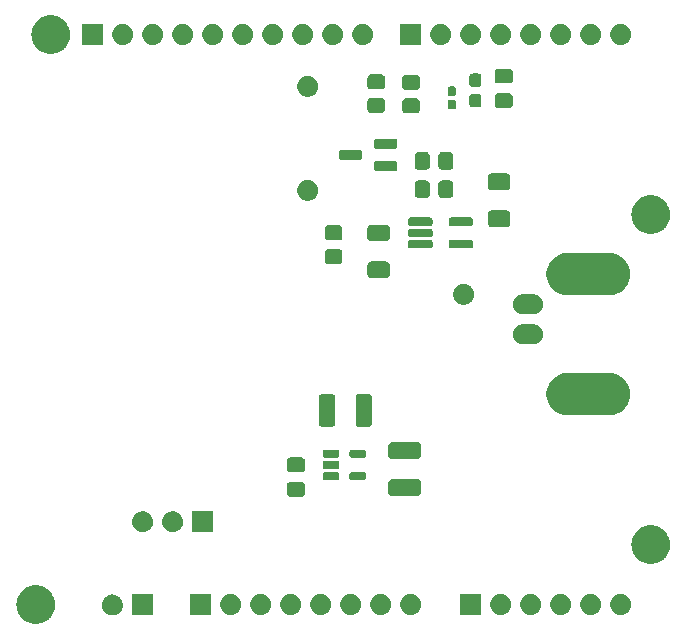
<source format=gts>
G04 #@! TF.GenerationSoftware,KiCad,Pcbnew,8.0.6*
G04 #@! TF.CreationDate,2024-12-04T19:19:15+01:00*
G04 #@! TF.ProjectId,Shield_Frequency_meter_STM32,53686965-6c64-45f4-9672-657175656e63,rev?*
G04 #@! TF.SameCoordinates,Original*
G04 #@! TF.FileFunction,Soldermask,Top*
G04 #@! TF.FilePolarity,Negative*
%FSLAX46Y46*%
G04 Gerber Fmt 4.6, Leading zero omitted, Abs format (unit mm)*
G04 Created by KiCad (PCBNEW 8.0.6) date 2024-12-04 19:19:15*
%MOMM*%
%LPD*%
G01*
G04 APERTURE LIST*
G04 APERTURE END LIST*
G36*
X114030331Y-95826748D02*
G01*
X114092395Y-95826748D01*
X114160211Y-95836969D01*
X114226240Y-95842166D01*
X114279461Y-95854943D01*
X114334454Y-95863232D01*
X114406320Y-95885399D01*
X114476170Y-95902169D01*
X114521328Y-95920874D01*
X114568365Y-95935383D01*
X114642212Y-95970946D01*
X114713636Y-96000531D01*
X114750301Y-96022999D01*
X114788917Y-96041596D01*
X114862367Y-96091673D01*
X114932792Y-96134830D01*
X114960991Y-96158914D01*
X114991170Y-96179490D01*
X115061636Y-96244873D01*
X115128241Y-96301759D01*
X115148466Y-96325440D01*
X115170614Y-96345990D01*
X115235370Y-96427191D01*
X115295170Y-96497208D01*
X115308320Y-96518667D01*
X115323240Y-96537376D01*
X115379499Y-96634821D01*
X115429469Y-96716364D01*
X115436810Y-96734087D01*
X115445636Y-96749374D01*
X115490658Y-96864087D01*
X115527831Y-96953830D01*
X115530904Y-96966631D01*
X115535066Y-96977235D01*
X115566230Y-97113774D01*
X115587834Y-97203760D01*
X115588394Y-97210881D01*
X115589539Y-97215896D01*
X115604466Y-97415105D01*
X115608000Y-97460000D01*
X115604466Y-97504898D01*
X115589539Y-97704103D01*
X115588394Y-97709117D01*
X115587834Y-97716240D01*
X115566225Y-97806244D01*
X115535066Y-97942764D01*
X115530904Y-97953365D01*
X115527831Y-97966170D01*
X115490650Y-98055930D01*
X115445636Y-98170625D01*
X115436811Y-98185909D01*
X115429469Y-98203636D01*
X115379489Y-98285194D01*
X115323240Y-98382623D01*
X115308323Y-98401328D01*
X115295170Y-98422792D01*
X115235358Y-98492822D01*
X115170614Y-98574009D01*
X115148470Y-98594554D01*
X115128241Y-98618241D01*
X115061622Y-98675138D01*
X114991170Y-98740509D01*
X114960997Y-98761080D01*
X114932792Y-98785170D01*
X114862353Y-98828334D01*
X114788917Y-98878403D01*
X114750308Y-98896995D01*
X114713636Y-98919469D01*
X114642197Y-98949059D01*
X114568365Y-98984616D01*
X114521338Y-98999121D01*
X114476170Y-99017831D01*
X114406306Y-99034603D01*
X114334454Y-99056767D01*
X114279469Y-99065054D01*
X114226240Y-99077834D01*
X114160208Y-99083030D01*
X114092395Y-99093252D01*
X114030331Y-99093252D01*
X113970000Y-99098000D01*
X113909669Y-99093252D01*
X113847605Y-99093252D01*
X113779791Y-99083030D01*
X113713760Y-99077834D01*
X113660531Y-99065054D01*
X113605545Y-99056767D01*
X113533689Y-99034602D01*
X113463830Y-99017831D01*
X113418664Y-98999122D01*
X113371634Y-98984616D01*
X113297799Y-98949058D01*
X113226364Y-98919469D01*
X113189689Y-98896994D01*
X113151088Y-98878405D01*
X113077662Y-98828344D01*
X113007208Y-98785170D01*
X112978998Y-98761076D01*
X112948825Y-98740505D01*
X112878367Y-98675129D01*
X112811759Y-98618241D01*
X112791532Y-98594559D01*
X112769385Y-98574009D01*
X112704626Y-98492804D01*
X112644830Y-98422792D01*
X112631680Y-98401333D01*
X112616759Y-98382623D01*
X112560493Y-98285166D01*
X112510531Y-98203636D01*
X112503190Y-98185915D01*
X112494363Y-98170625D01*
X112449330Y-98055884D01*
X112412169Y-97966170D01*
X112409096Y-97953372D01*
X112404933Y-97942764D01*
X112373753Y-97806159D01*
X112352166Y-97716240D01*
X112351605Y-97709123D01*
X112350460Y-97704103D01*
X112335512Y-97504632D01*
X112332000Y-97460000D01*
X112335512Y-97415371D01*
X112350460Y-97215896D01*
X112351606Y-97210874D01*
X112352166Y-97203760D01*
X112373749Y-97113859D01*
X112404933Y-96977235D01*
X112409097Y-96966624D01*
X112412169Y-96953830D01*
X112449322Y-96864133D01*
X112494363Y-96749374D01*
X112503192Y-96734080D01*
X112510531Y-96716364D01*
X112560483Y-96634849D01*
X112616759Y-96537376D01*
X112631682Y-96518662D01*
X112644830Y-96497208D01*
X112704614Y-96427209D01*
X112769385Y-96345990D01*
X112791537Y-96325435D01*
X112811759Y-96301759D01*
X112878353Y-96244881D01*
X112948825Y-96179494D01*
X112979004Y-96158918D01*
X113007208Y-96134830D01*
X113077648Y-96091664D01*
X113151088Y-96041594D01*
X113189696Y-96023000D01*
X113226364Y-96000531D01*
X113297785Y-95970947D01*
X113371634Y-95935383D01*
X113418674Y-95920873D01*
X113463830Y-95902169D01*
X113533674Y-95885400D01*
X113605545Y-95863232D01*
X113660540Y-95854942D01*
X113713760Y-95842166D01*
X113779787Y-95836969D01*
X113847605Y-95826748D01*
X113909669Y-95826748D01*
X113970000Y-95822000D01*
X114030331Y-95826748D01*
G37*
G36*
X123864542Y-96614893D02*
G01*
X123876870Y-96623130D01*
X123885107Y-96635458D01*
X123888000Y-96650000D01*
X123888000Y-98350000D01*
X123885107Y-98364542D01*
X123876870Y-98376870D01*
X123864542Y-98385107D01*
X123850000Y-98388000D01*
X122150000Y-98388000D01*
X122135458Y-98385107D01*
X122123130Y-98376870D01*
X122114893Y-98364542D01*
X122112000Y-98350000D01*
X122112000Y-96650000D01*
X122114893Y-96635458D01*
X122123130Y-96623130D01*
X122135458Y-96614893D01*
X122150000Y-96612000D01*
X123850000Y-96612000D01*
X123864542Y-96614893D01*
G37*
G36*
X120506450Y-96616865D02*
G01*
X120552821Y-96616865D01*
X120592863Y-96625376D01*
X120633179Y-96629347D01*
X120683831Y-96644711D01*
X120734407Y-96655462D01*
X120766767Y-96669869D01*
X120799715Y-96679864D01*
X120852067Y-96707847D01*
X120904000Y-96730969D01*
X120928149Y-96748514D01*
X120953184Y-96761896D01*
X121004253Y-96803807D01*
X121054188Y-96840087D01*
X121070399Y-96858091D01*
X121087705Y-96872294D01*
X121134211Y-96928962D01*
X121178407Y-96978047D01*
X121187691Y-96994129D01*
X121198103Y-97006815D01*
X121236625Y-97078885D01*
X121271228Y-97138818D01*
X121275207Y-97151065D01*
X121280135Y-97160284D01*
X121307291Y-97249810D01*
X121328595Y-97315374D01*
X121329345Y-97322512D01*
X121330652Y-97326820D01*
X121343373Y-97455985D01*
X121348000Y-97500000D01*
X121343373Y-97544018D01*
X121330652Y-97673179D01*
X121329345Y-97677486D01*
X121328595Y-97684626D01*
X121307287Y-97750203D01*
X121280135Y-97839715D01*
X121275208Y-97848932D01*
X121271228Y-97861182D01*
X121236618Y-97921127D01*
X121198103Y-97993184D01*
X121187693Y-98005867D01*
X121178407Y-98021953D01*
X121134202Y-98071047D01*
X121087705Y-98127705D01*
X121070402Y-98141904D01*
X121054188Y-98159913D01*
X121004242Y-98196200D01*
X120953184Y-98238103D01*
X120928154Y-98251481D01*
X120904000Y-98269031D01*
X120852056Y-98292157D01*
X120799715Y-98320135D01*
X120766774Y-98330127D01*
X120734407Y-98344538D01*
X120683820Y-98355290D01*
X120633179Y-98370652D01*
X120592871Y-98374621D01*
X120552821Y-98383135D01*
X120506440Y-98383135D01*
X120460000Y-98387709D01*
X120413560Y-98383135D01*
X120367179Y-98383135D01*
X120327128Y-98374622D01*
X120286820Y-98370652D01*
X120236176Y-98355289D01*
X120185593Y-98344538D01*
X120153227Y-98330128D01*
X120120284Y-98320135D01*
X120067937Y-98292154D01*
X120016000Y-98269031D01*
X119991848Y-98251483D01*
X119966815Y-98238103D01*
X119915748Y-98196193D01*
X119865812Y-98159913D01*
X119849599Y-98141907D01*
X119832294Y-98127705D01*
X119785786Y-98071034D01*
X119741593Y-98021953D01*
X119732308Y-98005871D01*
X119721896Y-97993184D01*
X119683367Y-97921104D01*
X119648772Y-97861182D01*
X119644793Y-97848936D01*
X119639864Y-97839715D01*
X119612697Y-97750157D01*
X119591405Y-97684626D01*
X119590655Y-97677491D01*
X119589347Y-97673179D01*
X119576610Y-97543866D01*
X119572000Y-97500000D01*
X119576610Y-97456136D01*
X119589347Y-97326820D01*
X119590655Y-97322507D01*
X119591405Y-97315374D01*
X119612692Y-97249856D01*
X119639864Y-97160284D01*
X119644794Y-97151060D01*
X119648772Y-97138818D01*
X119683360Y-97078908D01*
X119721896Y-97006815D01*
X119732310Y-96994124D01*
X119741593Y-96978047D01*
X119785776Y-96928975D01*
X119832294Y-96872294D01*
X119849603Y-96858088D01*
X119865812Y-96840087D01*
X119915737Y-96803813D01*
X119966815Y-96761896D01*
X119991853Y-96748512D01*
X120016000Y-96730969D01*
X120067926Y-96707849D01*
X120120284Y-96679864D01*
X120153234Y-96669868D01*
X120185593Y-96655462D01*
X120236165Y-96644712D01*
X120286820Y-96629347D01*
X120327137Y-96625376D01*
X120367179Y-96616865D01*
X120413550Y-96616865D01*
X120460000Y-96612290D01*
X120506450Y-96616865D01*
G37*
G36*
X128804542Y-96574893D02*
G01*
X128816870Y-96583130D01*
X128825107Y-96595458D01*
X128828000Y-96610000D01*
X128828000Y-98310000D01*
X128825107Y-98324542D01*
X128816870Y-98336870D01*
X128804542Y-98345107D01*
X128790000Y-98348000D01*
X127090000Y-98348000D01*
X127075458Y-98345107D01*
X127063130Y-98336870D01*
X127054893Y-98324542D01*
X127052000Y-98310000D01*
X127052000Y-96610000D01*
X127054893Y-96595458D01*
X127063130Y-96583130D01*
X127075458Y-96574893D01*
X127090000Y-96572000D01*
X128790000Y-96572000D01*
X128804542Y-96574893D01*
G37*
G36*
X151664542Y-96574893D02*
G01*
X151676870Y-96583130D01*
X151685107Y-96595458D01*
X151688000Y-96610000D01*
X151688000Y-98310000D01*
X151685107Y-98324542D01*
X151676870Y-98336870D01*
X151664542Y-98345107D01*
X151650000Y-98348000D01*
X149950000Y-98348000D01*
X149935458Y-98345107D01*
X149923130Y-98336870D01*
X149914893Y-98324542D01*
X149912000Y-98310000D01*
X149912000Y-96610000D01*
X149914893Y-96595458D01*
X149923130Y-96583130D01*
X149935458Y-96574893D01*
X149950000Y-96572000D01*
X151650000Y-96572000D01*
X151664542Y-96574893D01*
G37*
G36*
X130526450Y-96576865D02*
G01*
X130572821Y-96576865D01*
X130612863Y-96585376D01*
X130653179Y-96589347D01*
X130703831Y-96604711D01*
X130754407Y-96615462D01*
X130786767Y-96629869D01*
X130819715Y-96639864D01*
X130872067Y-96667847D01*
X130924000Y-96690969D01*
X130948149Y-96708514D01*
X130973184Y-96721896D01*
X131024253Y-96763807D01*
X131074188Y-96800087D01*
X131090399Y-96818091D01*
X131107705Y-96832294D01*
X131154211Y-96888962D01*
X131198407Y-96938047D01*
X131207691Y-96954129D01*
X131218103Y-96966815D01*
X131256625Y-97038885D01*
X131291228Y-97098818D01*
X131295207Y-97111065D01*
X131300135Y-97120284D01*
X131327291Y-97209810D01*
X131348595Y-97275374D01*
X131349345Y-97282512D01*
X131350652Y-97286820D01*
X131363373Y-97415985D01*
X131368000Y-97460000D01*
X131363373Y-97504018D01*
X131350652Y-97633179D01*
X131349345Y-97637486D01*
X131348595Y-97644626D01*
X131327287Y-97710203D01*
X131300135Y-97799715D01*
X131295208Y-97808932D01*
X131291228Y-97821182D01*
X131256618Y-97881127D01*
X131218103Y-97953184D01*
X131207693Y-97965867D01*
X131198407Y-97981953D01*
X131154202Y-98031047D01*
X131107705Y-98087705D01*
X131090402Y-98101904D01*
X131074188Y-98119913D01*
X131024242Y-98156200D01*
X130973184Y-98198103D01*
X130948154Y-98211481D01*
X130924000Y-98229031D01*
X130872056Y-98252157D01*
X130819715Y-98280135D01*
X130786774Y-98290127D01*
X130754407Y-98304538D01*
X130703820Y-98315290D01*
X130653179Y-98330652D01*
X130612871Y-98334621D01*
X130572821Y-98343135D01*
X130526440Y-98343135D01*
X130480000Y-98347709D01*
X130433560Y-98343135D01*
X130387179Y-98343135D01*
X130347128Y-98334622D01*
X130306820Y-98330652D01*
X130256176Y-98315289D01*
X130205593Y-98304538D01*
X130173227Y-98290128D01*
X130140284Y-98280135D01*
X130087937Y-98252154D01*
X130036000Y-98229031D01*
X130011848Y-98211483D01*
X129986815Y-98198103D01*
X129935748Y-98156193D01*
X129885812Y-98119913D01*
X129869599Y-98101907D01*
X129852294Y-98087705D01*
X129805786Y-98031034D01*
X129761593Y-97981953D01*
X129752308Y-97965871D01*
X129741896Y-97953184D01*
X129703367Y-97881104D01*
X129668772Y-97821182D01*
X129664793Y-97808936D01*
X129659864Y-97799715D01*
X129632697Y-97710157D01*
X129611405Y-97644626D01*
X129610655Y-97637491D01*
X129609347Y-97633179D01*
X129596610Y-97503866D01*
X129592000Y-97460000D01*
X129596610Y-97416136D01*
X129609347Y-97286820D01*
X129610655Y-97282507D01*
X129611405Y-97275374D01*
X129632692Y-97209856D01*
X129659864Y-97120284D01*
X129664794Y-97111060D01*
X129668772Y-97098818D01*
X129703360Y-97038908D01*
X129741896Y-96966815D01*
X129752310Y-96954124D01*
X129761593Y-96938047D01*
X129805776Y-96888975D01*
X129852294Y-96832294D01*
X129869603Y-96818088D01*
X129885812Y-96800087D01*
X129935737Y-96763813D01*
X129986815Y-96721896D01*
X130011853Y-96708512D01*
X130036000Y-96690969D01*
X130087926Y-96667849D01*
X130140284Y-96639864D01*
X130173234Y-96629868D01*
X130205593Y-96615462D01*
X130256165Y-96604712D01*
X130306820Y-96589347D01*
X130347137Y-96585376D01*
X130387179Y-96576865D01*
X130433550Y-96576865D01*
X130480000Y-96572290D01*
X130526450Y-96576865D01*
G37*
G36*
X133066450Y-96576865D02*
G01*
X133112821Y-96576865D01*
X133152863Y-96585376D01*
X133193179Y-96589347D01*
X133243831Y-96604711D01*
X133294407Y-96615462D01*
X133326767Y-96629869D01*
X133359715Y-96639864D01*
X133412067Y-96667847D01*
X133464000Y-96690969D01*
X133488149Y-96708514D01*
X133513184Y-96721896D01*
X133564253Y-96763807D01*
X133614188Y-96800087D01*
X133630399Y-96818091D01*
X133647705Y-96832294D01*
X133694211Y-96888962D01*
X133738407Y-96938047D01*
X133747691Y-96954129D01*
X133758103Y-96966815D01*
X133796625Y-97038885D01*
X133831228Y-97098818D01*
X133835207Y-97111065D01*
X133840135Y-97120284D01*
X133867291Y-97209810D01*
X133888595Y-97275374D01*
X133889345Y-97282512D01*
X133890652Y-97286820D01*
X133903373Y-97415985D01*
X133908000Y-97460000D01*
X133903373Y-97504018D01*
X133890652Y-97633179D01*
X133889345Y-97637486D01*
X133888595Y-97644626D01*
X133867287Y-97710203D01*
X133840135Y-97799715D01*
X133835208Y-97808932D01*
X133831228Y-97821182D01*
X133796618Y-97881127D01*
X133758103Y-97953184D01*
X133747693Y-97965867D01*
X133738407Y-97981953D01*
X133694202Y-98031047D01*
X133647705Y-98087705D01*
X133630402Y-98101904D01*
X133614188Y-98119913D01*
X133564242Y-98156200D01*
X133513184Y-98198103D01*
X133488154Y-98211481D01*
X133464000Y-98229031D01*
X133412056Y-98252157D01*
X133359715Y-98280135D01*
X133326774Y-98290127D01*
X133294407Y-98304538D01*
X133243820Y-98315290D01*
X133193179Y-98330652D01*
X133152871Y-98334621D01*
X133112821Y-98343135D01*
X133066440Y-98343135D01*
X133020000Y-98347709D01*
X132973560Y-98343135D01*
X132927179Y-98343135D01*
X132887128Y-98334622D01*
X132846820Y-98330652D01*
X132796176Y-98315289D01*
X132745593Y-98304538D01*
X132713227Y-98290128D01*
X132680284Y-98280135D01*
X132627937Y-98252154D01*
X132576000Y-98229031D01*
X132551848Y-98211483D01*
X132526815Y-98198103D01*
X132475748Y-98156193D01*
X132425812Y-98119913D01*
X132409599Y-98101907D01*
X132392294Y-98087705D01*
X132345786Y-98031034D01*
X132301593Y-97981953D01*
X132292308Y-97965871D01*
X132281896Y-97953184D01*
X132243367Y-97881104D01*
X132208772Y-97821182D01*
X132204793Y-97808936D01*
X132199864Y-97799715D01*
X132172697Y-97710157D01*
X132151405Y-97644626D01*
X132150655Y-97637491D01*
X132149347Y-97633179D01*
X132136610Y-97503866D01*
X132132000Y-97460000D01*
X132136610Y-97416136D01*
X132149347Y-97286820D01*
X132150655Y-97282507D01*
X132151405Y-97275374D01*
X132172692Y-97209856D01*
X132199864Y-97120284D01*
X132204794Y-97111060D01*
X132208772Y-97098818D01*
X132243360Y-97038908D01*
X132281896Y-96966815D01*
X132292310Y-96954124D01*
X132301593Y-96938047D01*
X132345776Y-96888975D01*
X132392294Y-96832294D01*
X132409603Y-96818088D01*
X132425812Y-96800087D01*
X132475737Y-96763813D01*
X132526815Y-96721896D01*
X132551853Y-96708512D01*
X132576000Y-96690969D01*
X132627926Y-96667849D01*
X132680284Y-96639864D01*
X132713234Y-96629868D01*
X132745593Y-96615462D01*
X132796165Y-96604712D01*
X132846820Y-96589347D01*
X132887137Y-96585376D01*
X132927179Y-96576865D01*
X132973550Y-96576865D01*
X133020000Y-96572290D01*
X133066450Y-96576865D01*
G37*
G36*
X135606450Y-96576865D02*
G01*
X135652821Y-96576865D01*
X135692863Y-96585376D01*
X135733179Y-96589347D01*
X135783831Y-96604711D01*
X135834407Y-96615462D01*
X135866767Y-96629869D01*
X135899715Y-96639864D01*
X135952067Y-96667847D01*
X136004000Y-96690969D01*
X136028149Y-96708514D01*
X136053184Y-96721896D01*
X136104253Y-96763807D01*
X136154188Y-96800087D01*
X136170399Y-96818091D01*
X136187705Y-96832294D01*
X136234211Y-96888962D01*
X136278407Y-96938047D01*
X136287691Y-96954129D01*
X136298103Y-96966815D01*
X136336625Y-97038885D01*
X136371228Y-97098818D01*
X136375207Y-97111065D01*
X136380135Y-97120284D01*
X136407291Y-97209810D01*
X136428595Y-97275374D01*
X136429345Y-97282512D01*
X136430652Y-97286820D01*
X136443373Y-97415985D01*
X136448000Y-97460000D01*
X136443373Y-97504018D01*
X136430652Y-97633179D01*
X136429345Y-97637486D01*
X136428595Y-97644626D01*
X136407287Y-97710203D01*
X136380135Y-97799715D01*
X136375208Y-97808932D01*
X136371228Y-97821182D01*
X136336618Y-97881127D01*
X136298103Y-97953184D01*
X136287693Y-97965867D01*
X136278407Y-97981953D01*
X136234202Y-98031047D01*
X136187705Y-98087705D01*
X136170402Y-98101904D01*
X136154188Y-98119913D01*
X136104242Y-98156200D01*
X136053184Y-98198103D01*
X136028154Y-98211481D01*
X136004000Y-98229031D01*
X135952056Y-98252157D01*
X135899715Y-98280135D01*
X135866774Y-98290127D01*
X135834407Y-98304538D01*
X135783820Y-98315290D01*
X135733179Y-98330652D01*
X135692871Y-98334621D01*
X135652821Y-98343135D01*
X135606440Y-98343135D01*
X135560000Y-98347709D01*
X135513560Y-98343135D01*
X135467179Y-98343135D01*
X135427128Y-98334622D01*
X135386820Y-98330652D01*
X135336176Y-98315289D01*
X135285593Y-98304538D01*
X135253227Y-98290128D01*
X135220284Y-98280135D01*
X135167937Y-98252154D01*
X135116000Y-98229031D01*
X135091848Y-98211483D01*
X135066815Y-98198103D01*
X135015748Y-98156193D01*
X134965812Y-98119913D01*
X134949599Y-98101907D01*
X134932294Y-98087705D01*
X134885786Y-98031034D01*
X134841593Y-97981953D01*
X134832308Y-97965871D01*
X134821896Y-97953184D01*
X134783367Y-97881104D01*
X134748772Y-97821182D01*
X134744793Y-97808936D01*
X134739864Y-97799715D01*
X134712697Y-97710157D01*
X134691405Y-97644626D01*
X134690655Y-97637491D01*
X134689347Y-97633179D01*
X134676610Y-97503866D01*
X134672000Y-97460000D01*
X134676610Y-97416136D01*
X134689347Y-97286820D01*
X134690655Y-97282507D01*
X134691405Y-97275374D01*
X134712692Y-97209856D01*
X134739864Y-97120284D01*
X134744794Y-97111060D01*
X134748772Y-97098818D01*
X134783360Y-97038908D01*
X134821896Y-96966815D01*
X134832310Y-96954124D01*
X134841593Y-96938047D01*
X134885776Y-96888975D01*
X134932294Y-96832294D01*
X134949603Y-96818088D01*
X134965812Y-96800087D01*
X135015737Y-96763813D01*
X135066815Y-96721896D01*
X135091853Y-96708512D01*
X135116000Y-96690969D01*
X135167926Y-96667849D01*
X135220284Y-96639864D01*
X135253234Y-96629868D01*
X135285593Y-96615462D01*
X135336165Y-96604712D01*
X135386820Y-96589347D01*
X135427137Y-96585376D01*
X135467179Y-96576865D01*
X135513550Y-96576865D01*
X135560000Y-96572290D01*
X135606450Y-96576865D01*
G37*
G36*
X138146450Y-96576865D02*
G01*
X138192821Y-96576865D01*
X138232863Y-96585376D01*
X138273179Y-96589347D01*
X138323831Y-96604711D01*
X138374407Y-96615462D01*
X138406767Y-96629869D01*
X138439715Y-96639864D01*
X138492067Y-96667847D01*
X138544000Y-96690969D01*
X138568149Y-96708514D01*
X138593184Y-96721896D01*
X138644253Y-96763807D01*
X138694188Y-96800087D01*
X138710399Y-96818091D01*
X138727705Y-96832294D01*
X138774211Y-96888962D01*
X138818407Y-96938047D01*
X138827691Y-96954129D01*
X138838103Y-96966815D01*
X138876625Y-97038885D01*
X138911228Y-97098818D01*
X138915207Y-97111065D01*
X138920135Y-97120284D01*
X138947291Y-97209810D01*
X138968595Y-97275374D01*
X138969345Y-97282512D01*
X138970652Y-97286820D01*
X138983373Y-97415985D01*
X138988000Y-97460000D01*
X138983373Y-97504018D01*
X138970652Y-97633179D01*
X138969345Y-97637486D01*
X138968595Y-97644626D01*
X138947287Y-97710203D01*
X138920135Y-97799715D01*
X138915208Y-97808932D01*
X138911228Y-97821182D01*
X138876618Y-97881127D01*
X138838103Y-97953184D01*
X138827693Y-97965867D01*
X138818407Y-97981953D01*
X138774202Y-98031047D01*
X138727705Y-98087705D01*
X138710402Y-98101904D01*
X138694188Y-98119913D01*
X138644242Y-98156200D01*
X138593184Y-98198103D01*
X138568154Y-98211481D01*
X138544000Y-98229031D01*
X138492056Y-98252157D01*
X138439715Y-98280135D01*
X138406774Y-98290127D01*
X138374407Y-98304538D01*
X138323820Y-98315290D01*
X138273179Y-98330652D01*
X138232871Y-98334621D01*
X138192821Y-98343135D01*
X138146440Y-98343135D01*
X138100000Y-98347709D01*
X138053560Y-98343135D01*
X138007179Y-98343135D01*
X137967128Y-98334622D01*
X137926820Y-98330652D01*
X137876176Y-98315289D01*
X137825593Y-98304538D01*
X137793227Y-98290128D01*
X137760284Y-98280135D01*
X137707937Y-98252154D01*
X137656000Y-98229031D01*
X137631848Y-98211483D01*
X137606815Y-98198103D01*
X137555748Y-98156193D01*
X137505812Y-98119913D01*
X137489599Y-98101907D01*
X137472294Y-98087705D01*
X137425786Y-98031034D01*
X137381593Y-97981953D01*
X137372308Y-97965871D01*
X137361896Y-97953184D01*
X137323367Y-97881104D01*
X137288772Y-97821182D01*
X137284793Y-97808936D01*
X137279864Y-97799715D01*
X137252697Y-97710157D01*
X137231405Y-97644626D01*
X137230655Y-97637491D01*
X137229347Y-97633179D01*
X137216610Y-97503866D01*
X137212000Y-97460000D01*
X137216610Y-97416136D01*
X137229347Y-97286820D01*
X137230655Y-97282507D01*
X137231405Y-97275374D01*
X137252692Y-97209856D01*
X137279864Y-97120284D01*
X137284794Y-97111060D01*
X137288772Y-97098818D01*
X137323360Y-97038908D01*
X137361896Y-96966815D01*
X137372310Y-96954124D01*
X137381593Y-96938047D01*
X137425776Y-96888975D01*
X137472294Y-96832294D01*
X137489603Y-96818088D01*
X137505812Y-96800087D01*
X137555737Y-96763813D01*
X137606815Y-96721896D01*
X137631853Y-96708512D01*
X137656000Y-96690969D01*
X137707926Y-96667849D01*
X137760284Y-96639864D01*
X137793234Y-96629868D01*
X137825593Y-96615462D01*
X137876165Y-96604712D01*
X137926820Y-96589347D01*
X137967137Y-96585376D01*
X138007179Y-96576865D01*
X138053550Y-96576865D01*
X138100000Y-96572290D01*
X138146450Y-96576865D01*
G37*
G36*
X140686450Y-96576865D02*
G01*
X140732821Y-96576865D01*
X140772863Y-96585376D01*
X140813179Y-96589347D01*
X140863831Y-96604711D01*
X140914407Y-96615462D01*
X140946767Y-96629869D01*
X140979715Y-96639864D01*
X141032067Y-96667847D01*
X141084000Y-96690969D01*
X141108149Y-96708514D01*
X141133184Y-96721896D01*
X141184253Y-96763807D01*
X141234188Y-96800087D01*
X141250399Y-96818091D01*
X141267705Y-96832294D01*
X141314211Y-96888962D01*
X141358407Y-96938047D01*
X141367691Y-96954129D01*
X141378103Y-96966815D01*
X141416625Y-97038885D01*
X141451228Y-97098818D01*
X141455207Y-97111065D01*
X141460135Y-97120284D01*
X141487291Y-97209810D01*
X141508595Y-97275374D01*
X141509345Y-97282512D01*
X141510652Y-97286820D01*
X141523373Y-97415985D01*
X141528000Y-97460000D01*
X141523373Y-97504018D01*
X141510652Y-97633179D01*
X141509345Y-97637486D01*
X141508595Y-97644626D01*
X141487287Y-97710203D01*
X141460135Y-97799715D01*
X141455208Y-97808932D01*
X141451228Y-97821182D01*
X141416618Y-97881127D01*
X141378103Y-97953184D01*
X141367693Y-97965867D01*
X141358407Y-97981953D01*
X141314202Y-98031047D01*
X141267705Y-98087705D01*
X141250402Y-98101904D01*
X141234188Y-98119913D01*
X141184242Y-98156200D01*
X141133184Y-98198103D01*
X141108154Y-98211481D01*
X141084000Y-98229031D01*
X141032056Y-98252157D01*
X140979715Y-98280135D01*
X140946774Y-98290127D01*
X140914407Y-98304538D01*
X140863820Y-98315290D01*
X140813179Y-98330652D01*
X140772871Y-98334621D01*
X140732821Y-98343135D01*
X140686440Y-98343135D01*
X140640000Y-98347709D01*
X140593560Y-98343135D01*
X140547179Y-98343135D01*
X140507128Y-98334622D01*
X140466820Y-98330652D01*
X140416176Y-98315289D01*
X140365593Y-98304538D01*
X140333227Y-98290128D01*
X140300284Y-98280135D01*
X140247937Y-98252154D01*
X140196000Y-98229031D01*
X140171848Y-98211483D01*
X140146815Y-98198103D01*
X140095748Y-98156193D01*
X140045812Y-98119913D01*
X140029599Y-98101907D01*
X140012294Y-98087705D01*
X139965786Y-98031034D01*
X139921593Y-97981953D01*
X139912308Y-97965871D01*
X139901896Y-97953184D01*
X139863367Y-97881104D01*
X139828772Y-97821182D01*
X139824793Y-97808936D01*
X139819864Y-97799715D01*
X139792697Y-97710157D01*
X139771405Y-97644626D01*
X139770655Y-97637491D01*
X139769347Y-97633179D01*
X139756610Y-97503866D01*
X139752000Y-97460000D01*
X139756610Y-97416136D01*
X139769347Y-97286820D01*
X139770655Y-97282507D01*
X139771405Y-97275374D01*
X139792692Y-97209856D01*
X139819864Y-97120284D01*
X139824794Y-97111060D01*
X139828772Y-97098818D01*
X139863360Y-97038908D01*
X139901896Y-96966815D01*
X139912310Y-96954124D01*
X139921593Y-96938047D01*
X139965776Y-96888975D01*
X140012294Y-96832294D01*
X140029603Y-96818088D01*
X140045812Y-96800087D01*
X140095737Y-96763813D01*
X140146815Y-96721896D01*
X140171853Y-96708512D01*
X140196000Y-96690969D01*
X140247926Y-96667849D01*
X140300284Y-96639864D01*
X140333234Y-96629868D01*
X140365593Y-96615462D01*
X140416165Y-96604712D01*
X140466820Y-96589347D01*
X140507137Y-96585376D01*
X140547179Y-96576865D01*
X140593550Y-96576865D01*
X140640000Y-96572290D01*
X140686450Y-96576865D01*
G37*
G36*
X143226450Y-96576865D02*
G01*
X143272821Y-96576865D01*
X143312863Y-96585376D01*
X143353179Y-96589347D01*
X143403831Y-96604711D01*
X143454407Y-96615462D01*
X143486767Y-96629869D01*
X143519715Y-96639864D01*
X143572067Y-96667847D01*
X143624000Y-96690969D01*
X143648149Y-96708514D01*
X143673184Y-96721896D01*
X143724253Y-96763807D01*
X143774188Y-96800087D01*
X143790399Y-96818091D01*
X143807705Y-96832294D01*
X143854211Y-96888962D01*
X143898407Y-96938047D01*
X143907691Y-96954129D01*
X143918103Y-96966815D01*
X143956625Y-97038885D01*
X143991228Y-97098818D01*
X143995207Y-97111065D01*
X144000135Y-97120284D01*
X144027291Y-97209810D01*
X144048595Y-97275374D01*
X144049345Y-97282512D01*
X144050652Y-97286820D01*
X144063373Y-97415985D01*
X144068000Y-97460000D01*
X144063373Y-97504018D01*
X144050652Y-97633179D01*
X144049345Y-97637486D01*
X144048595Y-97644626D01*
X144027287Y-97710203D01*
X144000135Y-97799715D01*
X143995208Y-97808932D01*
X143991228Y-97821182D01*
X143956618Y-97881127D01*
X143918103Y-97953184D01*
X143907693Y-97965867D01*
X143898407Y-97981953D01*
X143854202Y-98031047D01*
X143807705Y-98087705D01*
X143790402Y-98101904D01*
X143774188Y-98119913D01*
X143724242Y-98156200D01*
X143673184Y-98198103D01*
X143648154Y-98211481D01*
X143624000Y-98229031D01*
X143572056Y-98252157D01*
X143519715Y-98280135D01*
X143486774Y-98290127D01*
X143454407Y-98304538D01*
X143403820Y-98315290D01*
X143353179Y-98330652D01*
X143312871Y-98334621D01*
X143272821Y-98343135D01*
X143226440Y-98343135D01*
X143180000Y-98347709D01*
X143133560Y-98343135D01*
X143087179Y-98343135D01*
X143047128Y-98334622D01*
X143006820Y-98330652D01*
X142956176Y-98315289D01*
X142905593Y-98304538D01*
X142873227Y-98290128D01*
X142840284Y-98280135D01*
X142787937Y-98252154D01*
X142736000Y-98229031D01*
X142711848Y-98211483D01*
X142686815Y-98198103D01*
X142635748Y-98156193D01*
X142585812Y-98119913D01*
X142569599Y-98101907D01*
X142552294Y-98087705D01*
X142505786Y-98031034D01*
X142461593Y-97981953D01*
X142452308Y-97965871D01*
X142441896Y-97953184D01*
X142403367Y-97881104D01*
X142368772Y-97821182D01*
X142364793Y-97808936D01*
X142359864Y-97799715D01*
X142332697Y-97710157D01*
X142311405Y-97644626D01*
X142310655Y-97637491D01*
X142309347Y-97633179D01*
X142296610Y-97503866D01*
X142292000Y-97460000D01*
X142296610Y-97416136D01*
X142309347Y-97286820D01*
X142310655Y-97282507D01*
X142311405Y-97275374D01*
X142332692Y-97209856D01*
X142359864Y-97120284D01*
X142364794Y-97111060D01*
X142368772Y-97098818D01*
X142403360Y-97038908D01*
X142441896Y-96966815D01*
X142452310Y-96954124D01*
X142461593Y-96938047D01*
X142505776Y-96888975D01*
X142552294Y-96832294D01*
X142569603Y-96818088D01*
X142585812Y-96800087D01*
X142635737Y-96763813D01*
X142686815Y-96721896D01*
X142711853Y-96708512D01*
X142736000Y-96690969D01*
X142787926Y-96667849D01*
X142840284Y-96639864D01*
X142873234Y-96629868D01*
X142905593Y-96615462D01*
X142956165Y-96604712D01*
X143006820Y-96589347D01*
X143047137Y-96585376D01*
X143087179Y-96576865D01*
X143133550Y-96576865D01*
X143180000Y-96572290D01*
X143226450Y-96576865D01*
G37*
G36*
X145766450Y-96576865D02*
G01*
X145812821Y-96576865D01*
X145852863Y-96585376D01*
X145893179Y-96589347D01*
X145943831Y-96604711D01*
X145994407Y-96615462D01*
X146026767Y-96629869D01*
X146059715Y-96639864D01*
X146112067Y-96667847D01*
X146164000Y-96690969D01*
X146188149Y-96708514D01*
X146213184Y-96721896D01*
X146264253Y-96763807D01*
X146314188Y-96800087D01*
X146330399Y-96818091D01*
X146347705Y-96832294D01*
X146394211Y-96888962D01*
X146438407Y-96938047D01*
X146447691Y-96954129D01*
X146458103Y-96966815D01*
X146496625Y-97038885D01*
X146531228Y-97098818D01*
X146535207Y-97111065D01*
X146540135Y-97120284D01*
X146567291Y-97209810D01*
X146588595Y-97275374D01*
X146589345Y-97282512D01*
X146590652Y-97286820D01*
X146603373Y-97415985D01*
X146608000Y-97460000D01*
X146603373Y-97504018D01*
X146590652Y-97633179D01*
X146589345Y-97637486D01*
X146588595Y-97644626D01*
X146567287Y-97710203D01*
X146540135Y-97799715D01*
X146535208Y-97808932D01*
X146531228Y-97821182D01*
X146496618Y-97881127D01*
X146458103Y-97953184D01*
X146447693Y-97965867D01*
X146438407Y-97981953D01*
X146394202Y-98031047D01*
X146347705Y-98087705D01*
X146330402Y-98101904D01*
X146314188Y-98119913D01*
X146264242Y-98156200D01*
X146213184Y-98198103D01*
X146188154Y-98211481D01*
X146164000Y-98229031D01*
X146112056Y-98252157D01*
X146059715Y-98280135D01*
X146026774Y-98290127D01*
X145994407Y-98304538D01*
X145943820Y-98315290D01*
X145893179Y-98330652D01*
X145852871Y-98334621D01*
X145812821Y-98343135D01*
X145766440Y-98343135D01*
X145720000Y-98347709D01*
X145673560Y-98343135D01*
X145627179Y-98343135D01*
X145587128Y-98334622D01*
X145546820Y-98330652D01*
X145496176Y-98315289D01*
X145445593Y-98304538D01*
X145413227Y-98290128D01*
X145380284Y-98280135D01*
X145327937Y-98252154D01*
X145276000Y-98229031D01*
X145251848Y-98211483D01*
X145226815Y-98198103D01*
X145175748Y-98156193D01*
X145125812Y-98119913D01*
X145109599Y-98101907D01*
X145092294Y-98087705D01*
X145045786Y-98031034D01*
X145001593Y-97981953D01*
X144992308Y-97965871D01*
X144981896Y-97953184D01*
X144943367Y-97881104D01*
X144908772Y-97821182D01*
X144904793Y-97808936D01*
X144899864Y-97799715D01*
X144872697Y-97710157D01*
X144851405Y-97644626D01*
X144850655Y-97637491D01*
X144849347Y-97633179D01*
X144836610Y-97503866D01*
X144832000Y-97460000D01*
X144836610Y-97416136D01*
X144849347Y-97286820D01*
X144850655Y-97282507D01*
X144851405Y-97275374D01*
X144872692Y-97209856D01*
X144899864Y-97120284D01*
X144904794Y-97111060D01*
X144908772Y-97098818D01*
X144943360Y-97038908D01*
X144981896Y-96966815D01*
X144992310Y-96954124D01*
X145001593Y-96938047D01*
X145045776Y-96888975D01*
X145092294Y-96832294D01*
X145109603Y-96818088D01*
X145125812Y-96800087D01*
X145175737Y-96763813D01*
X145226815Y-96721896D01*
X145251853Y-96708512D01*
X145276000Y-96690969D01*
X145327926Y-96667849D01*
X145380284Y-96639864D01*
X145413234Y-96629868D01*
X145445593Y-96615462D01*
X145496165Y-96604712D01*
X145546820Y-96589347D01*
X145587137Y-96585376D01*
X145627179Y-96576865D01*
X145673550Y-96576865D01*
X145720000Y-96572290D01*
X145766450Y-96576865D01*
G37*
G36*
X153386450Y-96576865D02*
G01*
X153432821Y-96576865D01*
X153472863Y-96585376D01*
X153513179Y-96589347D01*
X153563831Y-96604711D01*
X153614407Y-96615462D01*
X153646767Y-96629869D01*
X153679715Y-96639864D01*
X153732067Y-96667847D01*
X153784000Y-96690969D01*
X153808149Y-96708514D01*
X153833184Y-96721896D01*
X153884253Y-96763807D01*
X153934188Y-96800087D01*
X153950399Y-96818091D01*
X153967705Y-96832294D01*
X154014211Y-96888962D01*
X154058407Y-96938047D01*
X154067691Y-96954129D01*
X154078103Y-96966815D01*
X154116625Y-97038885D01*
X154151228Y-97098818D01*
X154155207Y-97111065D01*
X154160135Y-97120284D01*
X154187291Y-97209810D01*
X154208595Y-97275374D01*
X154209345Y-97282512D01*
X154210652Y-97286820D01*
X154223373Y-97415985D01*
X154228000Y-97460000D01*
X154223373Y-97504018D01*
X154210652Y-97633179D01*
X154209345Y-97637486D01*
X154208595Y-97644626D01*
X154187287Y-97710203D01*
X154160135Y-97799715D01*
X154155208Y-97808932D01*
X154151228Y-97821182D01*
X154116618Y-97881127D01*
X154078103Y-97953184D01*
X154067693Y-97965867D01*
X154058407Y-97981953D01*
X154014202Y-98031047D01*
X153967705Y-98087705D01*
X153950402Y-98101904D01*
X153934188Y-98119913D01*
X153884242Y-98156200D01*
X153833184Y-98198103D01*
X153808154Y-98211481D01*
X153784000Y-98229031D01*
X153732056Y-98252157D01*
X153679715Y-98280135D01*
X153646774Y-98290127D01*
X153614407Y-98304538D01*
X153563820Y-98315290D01*
X153513179Y-98330652D01*
X153472871Y-98334621D01*
X153432821Y-98343135D01*
X153386440Y-98343135D01*
X153340000Y-98347709D01*
X153293560Y-98343135D01*
X153247179Y-98343135D01*
X153207128Y-98334622D01*
X153166820Y-98330652D01*
X153116176Y-98315289D01*
X153065593Y-98304538D01*
X153033227Y-98290128D01*
X153000284Y-98280135D01*
X152947937Y-98252154D01*
X152896000Y-98229031D01*
X152871848Y-98211483D01*
X152846815Y-98198103D01*
X152795748Y-98156193D01*
X152745812Y-98119913D01*
X152729599Y-98101907D01*
X152712294Y-98087705D01*
X152665786Y-98031034D01*
X152621593Y-97981953D01*
X152612308Y-97965871D01*
X152601896Y-97953184D01*
X152563367Y-97881104D01*
X152528772Y-97821182D01*
X152524793Y-97808936D01*
X152519864Y-97799715D01*
X152492697Y-97710157D01*
X152471405Y-97644626D01*
X152470655Y-97637491D01*
X152469347Y-97633179D01*
X152456610Y-97503866D01*
X152452000Y-97460000D01*
X152456610Y-97416136D01*
X152469347Y-97286820D01*
X152470655Y-97282507D01*
X152471405Y-97275374D01*
X152492692Y-97209856D01*
X152519864Y-97120284D01*
X152524794Y-97111060D01*
X152528772Y-97098818D01*
X152563360Y-97038908D01*
X152601896Y-96966815D01*
X152612310Y-96954124D01*
X152621593Y-96938047D01*
X152665776Y-96888975D01*
X152712294Y-96832294D01*
X152729603Y-96818088D01*
X152745812Y-96800087D01*
X152795737Y-96763813D01*
X152846815Y-96721896D01*
X152871853Y-96708512D01*
X152896000Y-96690969D01*
X152947926Y-96667849D01*
X153000284Y-96639864D01*
X153033234Y-96629868D01*
X153065593Y-96615462D01*
X153116165Y-96604712D01*
X153166820Y-96589347D01*
X153207137Y-96585376D01*
X153247179Y-96576865D01*
X153293550Y-96576865D01*
X153340000Y-96572290D01*
X153386450Y-96576865D01*
G37*
G36*
X155926450Y-96576865D02*
G01*
X155972821Y-96576865D01*
X156012863Y-96585376D01*
X156053179Y-96589347D01*
X156103831Y-96604711D01*
X156154407Y-96615462D01*
X156186767Y-96629869D01*
X156219715Y-96639864D01*
X156272067Y-96667847D01*
X156324000Y-96690969D01*
X156348149Y-96708514D01*
X156373184Y-96721896D01*
X156424253Y-96763807D01*
X156474188Y-96800087D01*
X156490399Y-96818091D01*
X156507705Y-96832294D01*
X156554211Y-96888962D01*
X156598407Y-96938047D01*
X156607691Y-96954129D01*
X156618103Y-96966815D01*
X156656625Y-97038885D01*
X156691228Y-97098818D01*
X156695207Y-97111065D01*
X156700135Y-97120284D01*
X156727291Y-97209810D01*
X156748595Y-97275374D01*
X156749345Y-97282512D01*
X156750652Y-97286820D01*
X156763373Y-97415985D01*
X156768000Y-97460000D01*
X156763373Y-97504018D01*
X156750652Y-97633179D01*
X156749345Y-97637486D01*
X156748595Y-97644626D01*
X156727287Y-97710203D01*
X156700135Y-97799715D01*
X156695208Y-97808932D01*
X156691228Y-97821182D01*
X156656618Y-97881127D01*
X156618103Y-97953184D01*
X156607693Y-97965867D01*
X156598407Y-97981953D01*
X156554202Y-98031047D01*
X156507705Y-98087705D01*
X156490402Y-98101904D01*
X156474188Y-98119913D01*
X156424242Y-98156200D01*
X156373184Y-98198103D01*
X156348154Y-98211481D01*
X156324000Y-98229031D01*
X156272056Y-98252157D01*
X156219715Y-98280135D01*
X156186774Y-98290127D01*
X156154407Y-98304538D01*
X156103820Y-98315290D01*
X156053179Y-98330652D01*
X156012871Y-98334621D01*
X155972821Y-98343135D01*
X155926440Y-98343135D01*
X155880000Y-98347709D01*
X155833560Y-98343135D01*
X155787179Y-98343135D01*
X155747128Y-98334622D01*
X155706820Y-98330652D01*
X155656176Y-98315289D01*
X155605593Y-98304538D01*
X155573227Y-98290128D01*
X155540284Y-98280135D01*
X155487937Y-98252154D01*
X155436000Y-98229031D01*
X155411848Y-98211483D01*
X155386815Y-98198103D01*
X155335748Y-98156193D01*
X155285812Y-98119913D01*
X155269599Y-98101907D01*
X155252294Y-98087705D01*
X155205786Y-98031034D01*
X155161593Y-97981953D01*
X155152308Y-97965871D01*
X155141896Y-97953184D01*
X155103367Y-97881104D01*
X155068772Y-97821182D01*
X155064793Y-97808936D01*
X155059864Y-97799715D01*
X155032697Y-97710157D01*
X155011405Y-97644626D01*
X155010655Y-97637491D01*
X155009347Y-97633179D01*
X154996610Y-97503866D01*
X154992000Y-97460000D01*
X154996610Y-97416136D01*
X155009347Y-97286820D01*
X155010655Y-97282507D01*
X155011405Y-97275374D01*
X155032692Y-97209856D01*
X155059864Y-97120284D01*
X155064794Y-97111060D01*
X155068772Y-97098818D01*
X155103360Y-97038908D01*
X155141896Y-96966815D01*
X155152310Y-96954124D01*
X155161593Y-96938047D01*
X155205776Y-96888975D01*
X155252294Y-96832294D01*
X155269603Y-96818088D01*
X155285812Y-96800087D01*
X155335737Y-96763813D01*
X155386815Y-96721896D01*
X155411853Y-96708512D01*
X155436000Y-96690969D01*
X155487926Y-96667849D01*
X155540284Y-96639864D01*
X155573234Y-96629868D01*
X155605593Y-96615462D01*
X155656165Y-96604712D01*
X155706820Y-96589347D01*
X155747137Y-96585376D01*
X155787179Y-96576865D01*
X155833550Y-96576865D01*
X155880000Y-96572290D01*
X155926450Y-96576865D01*
G37*
G36*
X158466450Y-96576865D02*
G01*
X158512821Y-96576865D01*
X158552863Y-96585376D01*
X158593179Y-96589347D01*
X158643831Y-96604711D01*
X158694407Y-96615462D01*
X158726767Y-96629869D01*
X158759715Y-96639864D01*
X158812067Y-96667847D01*
X158864000Y-96690969D01*
X158888149Y-96708514D01*
X158913184Y-96721896D01*
X158964253Y-96763807D01*
X159014188Y-96800087D01*
X159030399Y-96818091D01*
X159047705Y-96832294D01*
X159094211Y-96888962D01*
X159138407Y-96938047D01*
X159147691Y-96954129D01*
X159158103Y-96966815D01*
X159196625Y-97038885D01*
X159231228Y-97098818D01*
X159235207Y-97111065D01*
X159240135Y-97120284D01*
X159267291Y-97209810D01*
X159288595Y-97275374D01*
X159289345Y-97282512D01*
X159290652Y-97286820D01*
X159303373Y-97415985D01*
X159308000Y-97460000D01*
X159303373Y-97504018D01*
X159290652Y-97633179D01*
X159289345Y-97637486D01*
X159288595Y-97644626D01*
X159267287Y-97710203D01*
X159240135Y-97799715D01*
X159235208Y-97808932D01*
X159231228Y-97821182D01*
X159196618Y-97881127D01*
X159158103Y-97953184D01*
X159147693Y-97965867D01*
X159138407Y-97981953D01*
X159094202Y-98031047D01*
X159047705Y-98087705D01*
X159030402Y-98101904D01*
X159014188Y-98119913D01*
X158964242Y-98156200D01*
X158913184Y-98198103D01*
X158888154Y-98211481D01*
X158864000Y-98229031D01*
X158812056Y-98252157D01*
X158759715Y-98280135D01*
X158726774Y-98290127D01*
X158694407Y-98304538D01*
X158643820Y-98315290D01*
X158593179Y-98330652D01*
X158552871Y-98334621D01*
X158512821Y-98343135D01*
X158466440Y-98343135D01*
X158420000Y-98347709D01*
X158373560Y-98343135D01*
X158327179Y-98343135D01*
X158287128Y-98334622D01*
X158246820Y-98330652D01*
X158196176Y-98315289D01*
X158145593Y-98304538D01*
X158113227Y-98290128D01*
X158080284Y-98280135D01*
X158027937Y-98252154D01*
X157976000Y-98229031D01*
X157951848Y-98211483D01*
X157926815Y-98198103D01*
X157875748Y-98156193D01*
X157825812Y-98119913D01*
X157809599Y-98101907D01*
X157792294Y-98087705D01*
X157745786Y-98031034D01*
X157701593Y-97981953D01*
X157692308Y-97965871D01*
X157681896Y-97953184D01*
X157643367Y-97881104D01*
X157608772Y-97821182D01*
X157604793Y-97808936D01*
X157599864Y-97799715D01*
X157572697Y-97710157D01*
X157551405Y-97644626D01*
X157550655Y-97637491D01*
X157549347Y-97633179D01*
X157536610Y-97503866D01*
X157532000Y-97460000D01*
X157536610Y-97416136D01*
X157549347Y-97286820D01*
X157550655Y-97282507D01*
X157551405Y-97275374D01*
X157572692Y-97209856D01*
X157599864Y-97120284D01*
X157604794Y-97111060D01*
X157608772Y-97098818D01*
X157643360Y-97038908D01*
X157681896Y-96966815D01*
X157692310Y-96954124D01*
X157701593Y-96938047D01*
X157745776Y-96888975D01*
X157792294Y-96832294D01*
X157809603Y-96818088D01*
X157825812Y-96800087D01*
X157875737Y-96763813D01*
X157926815Y-96721896D01*
X157951853Y-96708512D01*
X157976000Y-96690969D01*
X158027926Y-96667849D01*
X158080284Y-96639864D01*
X158113234Y-96629868D01*
X158145593Y-96615462D01*
X158196165Y-96604712D01*
X158246820Y-96589347D01*
X158287137Y-96585376D01*
X158327179Y-96576865D01*
X158373550Y-96576865D01*
X158420000Y-96572290D01*
X158466450Y-96576865D01*
G37*
G36*
X161006450Y-96576865D02*
G01*
X161052821Y-96576865D01*
X161092863Y-96585376D01*
X161133179Y-96589347D01*
X161183831Y-96604711D01*
X161234407Y-96615462D01*
X161266767Y-96629869D01*
X161299715Y-96639864D01*
X161352067Y-96667847D01*
X161404000Y-96690969D01*
X161428149Y-96708514D01*
X161453184Y-96721896D01*
X161504253Y-96763807D01*
X161554188Y-96800087D01*
X161570399Y-96818091D01*
X161587705Y-96832294D01*
X161634211Y-96888962D01*
X161678407Y-96938047D01*
X161687691Y-96954129D01*
X161698103Y-96966815D01*
X161736625Y-97038885D01*
X161771228Y-97098818D01*
X161775207Y-97111065D01*
X161780135Y-97120284D01*
X161807291Y-97209810D01*
X161828595Y-97275374D01*
X161829345Y-97282512D01*
X161830652Y-97286820D01*
X161843373Y-97415985D01*
X161848000Y-97460000D01*
X161843373Y-97504018D01*
X161830652Y-97633179D01*
X161829345Y-97637486D01*
X161828595Y-97644626D01*
X161807287Y-97710203D01*
X161780135Y-97799715D01*
X161775208Y-97808932D01*
X161771228Y-97821182D01*
X161736618Y-97881127D01*
X161698103Y-97953184D01*
X161687693Y-97965867D01*
X161678407Y-97981953D01*
X161634202Y-98031047D01*
X161587705Y-98087705D01*
X161570402Y-98101904D01*
X161554188Y-98119913D01*
X161504242Y-98156200D01*
X161453184Y-98198103D01*
X161428154Y-98211481D01*
X161404000Y-98229031D01*
X161352056Y-98252157D01*
X161299715Y-98280135D01*
X161266774Y-98290127D01*
X161234407Y-98304538D01*
X161183820Y-98315290D01*
X161133179Y-98330652D01*
X161092871Y-98334621D01*
X161052821Y-98343135D01*
X161006440Y-98343135D01*
X160960000Y-98347709D01*
X160913560Y-98343135D01*
X160867179Y-98343135D01*
X160827128Y-98334622D01*
X160786820Y-98330652D01*
X160736176Y-98315289D01*
X160685593Y-98304538D01*
X160653227Y-98290128D01*
X160620284Y-98280135D01*
X160567937Y-98252154D01*
X160516000Y-98229031D01*
X160491848Y-98211483D01*
X160466815Y-98198103D01*
X160415748Y-98156193D01*
X160365812Y-98119913D01*
X160349599Y-98101907D01*
X160332294Y-98087705D01*
X160285786Y-98031034D01*
X160241593Y-97981953D01*
X160232308Y-97965871D01*
X160221896Y-97953184D01*
X160183367Y-97881104D01*
X160148772Y-97821182D01*
X160144793Y-97808936D01*
X160139864Y-97799715D01*
X160112697Y-97710157D01*
X160091405Y-97644626D01*
X160090655Y-97637491D01*
X160089347Y-97633179D01*
X160076610Y-97503866D01*
X160072000Y-97460000D01*
X160076610Y-97416136D01*
X160089347Y-97286820D01*
X160090655Y-97282507D01*
X160091405Y-97275374D01*
X160112692Y-97209856D01*
X160139864Y-97120284D01*
X160144794Y-97111060D01*
X160148772Y-97098818D01*
X160183360Y-97038908D01*
X160221896Y-96966815D01*
X160232310Y-96954124D01*
X160241593Y-96938047D01*
X160285776Y-96888975D01*
X160332294Y-96832294D01*
X160349603Y-96818088D01*
X160365812Y-96800087D01*
X160415737Y-96763813D01*
X160466815Y-96721896D01*
X160491853Y-96708512D01*
X160516000Y-96690969D01*
X160567926Y-96667849D01*
X160620284Y-96639864D01*
X160653234Y-96629868D01*
X160685593Y-96615462D01*
X160736165Y-96604712D01*
X160786820Y-96589347D01*
X160827137Y-96585376D01*
X160867179Y-96576865D01*
X160913550Y-96576865D01*
X160960000Y-96572290D01*
X161006450Y-96576865D01*
G37*
G36*
X163546450Y-96576865D02*
G01*
X163592821Y-96576865D01*
X163632863Y-96585376D01*
X163673179Y-96589347D01*
X163723831Y-96604711D01*
X163774407Y-96615462D01*
X163806767Y-96629869D01*
X163839715Y-96639864D01*
X163892067Y-96667847D01*
X163944000Y-96690969D01*
X163968149Y-96708514D01*
X163993184Y-96721896D01*
X164044253Y-96763807D01*
X164094188Y-96800087D01*
X164110399Y-96818091D01*
X164127705Y-96832294D01*
X164174211Y-96888962D01*
X164218407Y-96938047D01*
X164227691Y-96954129D01*
X164238103Y-96966815D01*
X164276625Y-97038885D01*
X164311228Y-97098818D01*
X164315207Y-97111065D01*
X164320135Y-97120284D01*
X164347291Y-97209810D01*
X164368595Y-97275374D01*
X164369345Y-97282512D01*
X164370652Y-97286820D01*
X164383373Y-97415985D01*
X164388000Y-97460000D01*
X164383373Y-97504018D01*
X164370652Y-97633179D01*
X164369345Y-97637486D01*
X164368595Y-97644626D01*
X164347287Y-97710203D01*
X164320135Y-97799715D01*
X164315208Y-97808932D01*
X164311228Y-97821182D01*
X164276618Y-97881127D01*
X164238103Y-97953184D01*
X164227693Y-97965867D01*
X164218407Y-97981953D01*
X164174202Y-98031047D01*
X164127705Y-98087705D01*
X164110402Y-98101904D01*
X164094188Y-98119913D01*
X164044242Y-98156200D01*
X163993184Y-98198103D01*
X163968154Y-98211481D01*
X163944000Y-98229031D01*
X163892056Y-98252157D01*
X163839715Y-98280135D01*
X163806774Y-98290127D01*
X163774407Y-98304538D01*
X163723820Y-98315290D01*
X163673179Y-98330652D01*
X163632871Y-98334621D01*
X163592821Y-98343135D01*
X163546440Y-98343135D01*
X163500000Y-98347709D01*
X163453560Y-98343135D01*
X163407179Y-98343135D01*
X163367128Y-98334622D01*
X163326820Y-98330652D01*
X163276176Y-98315289D01*
X163225593Y-98304538D01*
X163193227Y-98290128D01*
X163160284Y-98280135D01*
X163107937Y-98252154D01*
X163056000Y-98229031D01*
X163031848Y-98211483D01*
X163006815Y-98198103D01*
X162955748Y-98156193D01*
X162905812Y-98119913D01*
X162889599Y-98101907D01*
X162872294Y-98087705D01*
X162825786Y-98031034D01*
X162781593Y-97981953D01*
X162772308Y-97965871D01*
X162761896Y-97953184D01*
X162723367Y-97881104D01*
X162688772Y-97821182D01*
X162684793Y-97808936D01*
X162679864Y-97799715D01*
X162652697Y-97710157D01*
X162631405Y-97644626D01*
X162630655Y-97637491D01*
X162629347Y-97633179D01*
X162616610Y-97503866D01*
X162612000Y-97460000D01*
X162616610Y-97416136D01*
X162629347Y-97286820D01*
X162630655Y-97282507D01*
X162631405Y-97275374D01*
X162652692Y-97209856D01*
X162679864Y-97120284D01*
X162684794Y-97111060D01*
X162688772Y-97098818D01*
X162723360Y-97038908D01*
X162761896Y-96966815D01*
X162772310Y-96954124D01*
X162781593Y-96938047D01*
X162825776Y-96888975D01*
X162872294Y-96832294D01*
X162889603Y-96818088D01*
X162905812Y-96800087D01*
X162955737Y-96763813D01*
X163006815Y-96721896D01*
X163031853Y-96708512D01*
X163056000Y-96690969D01*
X163107926Y-96667849D01*
X163160284Y-96639864D01*
X163193234Y-96629868D01*
X163225593Y-96615462D01*
X163276165Y-96604712D01*
X163326820Y-96589347D01*
X163367137Y-96585376D01*
X163407179Y-96576865D01*
X163453550Y-96576865D01*
X163500000Y-96572290D01*
X163546450Y-96576865D01*
G37*
G36*
X166100331Y-90746748D02*
G01*
X166162395Y-90746748D01*
X166230211Y-90756969D01*
X166296240Y-90762166D01*
X166349461Y-90774943D01*
X166404454Y-90783232D01*
X166476320Y-90805399D01*
X166546170Y-90822169D01*
X166591328Y-90840874D01*
X166638365Y-90855383D01*
X166712212Y-90890946D01*
X166783636Y-90920531D01*
X166820301Y-90942999D01*
X166858917Y-90961596D01*
X166932367Y-91011673D01*
X167002792Y-91054830D01*
X167030991Y-91078914D01*
X167061170Y-91099490D01*
X167131636Y-91164873D01*
X167198241Y-91221759D01*
X167218466Y-91245440D01*
X167240614Y-91265990D01*
X167305370Y-91347191D01*
X167365170Y-91417208D01*
X167378320Y-91438667D01*
X167393240Y-91457376D01*
X167449499Y-91554821D01*
X167499469Y-91636364D01*
X167506810Y-91654087D01*
X167515636Y-91669374D01*
X167560658Y-91784087D01*
X167597831Y-91873830D01*
X167600904Y-91886631D01*
X167605066Y-91897235D01*
X167636230Y-92033774D01*
X167657834Y-92123760D01*
X167658394Y-92130881D01*
X167659539Y-92135896D01*
X167674466Y-92335105D01*
X167678000Y-92380000D01*
X167674466Y-92424898D01*
X167659539Y-92624103D01*
X167658394Y-92629117D01*
X167657834Y-92636240D01*
X167636225Y-92726244D01*
X167605066Y-92862764D01*
X167600904Y-92873365D01*
X167597831Y-92886170D01*
X167560650Y-92975930D01*
X167515636Y-93090625D01*
X167506811Y-93105909D01*
X167499469Y-93123636D01*
X167449489Y-93205194D01*
X167393240Y-93302623D01*
X167378323Y-93321328D01*
X167365170Y-93342792D01*
X167305358Y-93412822D01*
X167240614Y-93494009D01*
X167218470Y-93514554D01*
X167198241Y-93538241D01*
X167131622Y-93595138D01*
X167061170Y-93660509D01*
X167030997Y-93681080D01*
X167002792Y-93705170D01*
X166932353Y-93748334D01*
X166858917Y-93798403D01*
X166820308Y-93816995D01*
X166783636Y-93839469D01*
X166712197Y-93869059D01*
X166638365Y-93904616D01*
X166591338Y-93919121D01*
X166546170Y-93937831D01*
X166476306Y-93954603D01*
X166404454Y-93976767D01*
X166349469Y-93985054D01*
X166296240Y-93997834D01*
X166230208Y-94003030D01*
X166162395Y-94013252D01*
X166100331Y-94013252D01*
X166040000Y-94018000D01*
X165979669Y-94013252D01*
X165917605Y-94013252D01*
X165849791Y-94003030D01*
X165783760Y-93997834D01*
X165730531Y-93985054D01*
X165675545Y-93976767D01*
X165603689Y-93954602D01*
X165533830Y-93937831D01*
X165488664Y-93919122D01*
X165441634Y-93904616D01*
X165367799Y-93869058D01*
X165296364Y-93839469D01*
X165259689Y-93816994D01*
X165221088Y-93798405D01*
X165147662Y-93748344D01*
X165077208Y-93705170D01*
X165048998Y-93681076D01*
X165018825Y-93660505D01*
X164948367Y-93595129D01*
X164881759Y-93538241D01*
X164861532Y-93514559D01*
X164839385Y-93494009D01*
X164774626Y-93412804D01*
X164714830Y-93342792D01*
X164701680Y-93321333D01*
X164686759Y-93302623D01*
X164630493Y-93205166D01*
X164580531Y-93123636D01*
X164573190Y-93105915D01*
X164564363Y-93090625D01*
X164519330Y-92975884D01*
X164482169Y-92886170D01*
X164479096Y-92873372D01*
X164474933Y-92862764D01*
X164443753Y-92726159D01*
X164422166Y-92636240D01*
X164421605Y-92629123D01*
X164420460Y-92624103D01*
X164405512Y-92424632D01*
X164402000Y-92380000D01*
X164405512Y-92335371D01*
X164420460Y-92135896D01*
X164421606Y-92130874D01*
X164422166Y-92123760D01*
X164443749Y-92033859D01*
X164474933Y-91897235D01*
X164479097Y-91886624D01*
X164482169Y-91873830D01*
X164519322Y-91784133D01*
X164564363Y-91669374D01*
X164573192Y-91654080D01*
X164580531Y-91636364D01*
X164630483Y-91554849D01*
X164686759Y-91457376D01*
X164701682Y-91438662D01*
X164714830Y-91417208D01*
X164774614Y-91347209D01*
X164839385Y-91265990D01*
X164861537Y-91245435D01*
X164881759Y-91221759D01*
X164948353Y-91164881D01*
X165018825Y-91099494D01*
X165049004Y-91078918D01*
X165077208Y-91054830D01*
X165147648Y-91011664D01*
X165221088Y-90961594D01*
X165259696Y-90943000D01*
X165296364Y-90920531D01*
X165367785Y-90890947D01*
X165441634Y-90855383D01*
X165488674Y-90840873D01*
X165533830Y-90822169D01*
X165603674Y-90805400D01*
X165675545Y-90783232D01*
X165730540Y-90774942D01*
X165783760Y-90762166D01*
X165849787Y-90756969D01*
X165917605Y-90746748D01*
X165979669Y-90746748D01*
X166040000Y-90742000D01*
X166100331Y-90746748D01*
G37*
G36*
X128964542Y-89564893D02*
G01*
X128976870Y-89573130D01*
X128985107Y-89585458D01*
X128988000Y-89600000D01*
X128988000Y-91300000D01*
X128985107Y-91314542D01*
X128976870Y-91326870D01*
X128964542Y-91335107D01*
X128950000Y-91338000D01*
X127250000Y-91338000D01*
X127235458Y-91335107D01*
X127223130Y-91326870D01*
X127214893Y-91314542D01*
X127212000Y-91300000D01*
X127212000Y-89600000D01*
X127214893Y-89585458D01*
X127223130Y-89573130D01*
X127235458Y-89564893D01*
X127250000Y-89562000D01*
X128950000Y-89562000D01*
X128964542Y-89564893D01*
G37*
G36*
X123066450Y-89566865D02*
G01*
X123112821Y-89566865D01*
X123152863Y-89575376D01*
X123193179Y-89579347D01*
X123243831Y-89594711D01*
X123294407Y-89605462D01*
X123326767Y-89619869D01*
X123359715Y-89629864D01*
X123412067Y-89657847D01*
X123464000Y-89680969D01*
X123488149Y-89698514D01*
X123513184Y-89711896D01*
X123564253Y-89753807D01*
X123614188Y-89790087D01*
X123630399Y-89808091D01*
X123647705Y-89822294D01*
X123694211Y-89878962D01*
X123738407Y-89928047D01*
X123747691Y-89944129D01*
X123758103Y-89956815D01*
X123796625Y-90028885D01*
X123831228Y-90088818D01*
X123835207Y-90101065D01*
X123840135Y-90110284D01*
X123867291Y-90199810D01*
X123888595Y-90265374D01*
X123889345Y-90272512D01*
X123890652Y-90276820D01*
X123903373Y-90405985D01*
X123908000Y-90450000D01*
X123903373Y-90494018D01*
X123890652Y-90623179D01*
X123889345Y-90627486D01*
X123888595Y-90634626D01*
X123867287Y-90700203D01*
X123840135Y-90789715D01*
X123835208Y-90798932D01*
X123831228Y-90811182D01*
X123796618Y-90871127D01*
X123758103Y-90943184D01*
X123747693Y-90955867D01*
X123738407Y-90971953D01*
X123694202Y-91021047D01*
X123647705Y-91077705D01*
X123630402Y-91091904D01*
X123614188Y-91109913D01*
X123564242Y-91146200D01*
X123513184Y-91188103D01*
X123488154Y-91201481D01*
X123464000Y-91219031D01*
X123412056Y-91242157D01*
X123359715Y-91270135D01*
X123326774Y-91280127D01*
X123294407Y-91294538D01*
X123243820Y-91305290D01*
X123193179Y-91320652D01*
X123152871Y-91324621D01*
X123112821Y-91333135D01*
X123066440Y-91333135D01*
X123020000Y-91337709D01*
X122973560Y-91333135D01*
X122927179Y-91333135D01*
X122887128Y-91324622D01*
X122846820Y-91320652D01*
X122796176Y-91305289D01*
X122745593Y-91294538D01*
X122713227Y-91280128D01*
X122680284Y-91270135D01*
X122627937Y-91242154D01*
X122576000Y-91219031D01*
X122551848Y-91201483D01*
X122526815Y-91188103D01*
X122475748Y-91146193D01*
X122425812Y-91109913D01*
X122409599Y-91091907D01*
X122392294Y-91077705D01*
X122345786Y-91021034D01*
X122301593Y-90971953D01*
X122292308Y-90955871D01*
X122281896Y-90943184D01*
X122243367Y-90871104D01*
X122208772Y-90811182D01*
X122204793Y-90798936D01*
X122199864Y-90789715D01*
X122172697Y-90700157D01*
X122151405Y-90634626D01*
X122150655Y-90627491D01*
X122149347Y-90623179D01*
X122136610Y-90493866D01*
X122132000Y-90450000D01*
X122136610Y-90406136D01*
X122149347Y-90276820D01*
X122150655Y-90272507D01*
X122151405Y-90265374D01*
X122172692Y-90199856D01*
X122199864Y-90110284D01*
X122204794Y-90101060D01*
X122208772Y-90088818D01*
X122243360Y-90028908D01*
X122281896Y-89956815D01*
X122292310Y-89944124D01*
X122301593Y-89928047D01*
X122345776Y-89878975D01*
X122392294Y-89822294D01*
X122409603Y-89808088D01*
X122425812Y-89790087D01*
X122475737Y-89753813D01*
X122526815Y-89711896D01*
X122551853Y-89698512D01*
X122576000Y-89680969D01*
X122627926Y-89657849D01*
X122680284Y-89629864D01*
X122713234Y-89619868D01*
X122745593Y-89605462D01*
X122796165Y-89594712D01*
X122846820Y-89579347D01*
X122887137Y-89575376D01*
X122927179Y-89566865D01*
X122973550Y-89566865D01*
X123020000Y-89562290D01*
X123066450Y-89566865D01*
G37*
G36*
X125606450Y-89566865D02*
G01*
X125652821Y-89566865D01*
X125692863Y-89575376D01*
X125733179Y-89579347D01*
X125783831Y-89594711D01*
X125834407Y-89605462D01*
X125866767Y-89619869D01*
X125899715Y-89629864D01*
X125952067Y-89657847D01*
X126004000Y-89680969D01*
X126028149Y-89698514D01*
X126053184Y-89711896D01*
X126104253Y-89753807D01*
X126154188Y-89790087D01*
X126170399Y-89808091D01*
X126187705Y-89822294D01*
X126234211Y-89878962D01*
X126278407Y-89928047D01*
X126287691Y-89944129D01*
X126298103Y-89956815D01*
X126336625Y-90028885D01*
X126371228Y-90088818D01*
X126375207Y-90101065D01*
X126380135Y-90110284D01*
X126407291Y-90199810D01*
X126428595Y-90265374D01*
X126429345Y-90272512D01*
X126430652Y-90276820D01*
X126443373Y-90405985D01*
X126448000Y-90450000D01*
X126443373Y-90494018D01*
X126430652Y-90623179D01*
X126429345Y-90627486D01*
X126428595Y-90634626D01*
X126407287Y-90700203D01*
X126380135Y-90789715D01*
X126375208Y-90798932D01*
X126371228Y-90811182D01*
X126336618Y-90871127D01*
X126298103Y-90943184D01*
X126287693Y-90955867D01*
X126278407Y-90971953D01*
X126234202Y-91021047D01*
X126187705Y-91077705D01*
X126170402Y-91091904D01*
X126154188Y-91109913D01*
X126104242Y-91146200D01*
X126053184Y-91188103D01*
X126028154Y-91201481D01*
X126004000Y-91219031D01*
X125952056Y-91242157D01*
X125899715Y-91270135D01*
X125866774Y-91280127D01*
X125834407Y-91294538D01*
X125783820Y-91305290D01*
X125733179Y-91320652D01*
X125692871Y-91324621D01*
X125652821Y-91333135D01*
X125606440Y-91333135D01*
X125560000Y-91337709D01*
X125513560Y-91333135D01*
X125467179Y-91333135D01*
X125427128Y-91324622D01*
X125386820Y-91320652D01*
X125336176Y-91305289D01*
X125285593Y-91294538D01*
X125253227Y-91280128D01*
X125220284Y-91270135D01*
X125167937Y-91242154D01*
X125116000Y-91219031D01*
X125091848Y-91201483D01*
X125066815Y-91188103D01*
X125015748Y-91146193D01*
X124965812Y-91109913D01*
X124949599Y-91091907D01*
X124932294Y-91077705D01*
X124885786Y-91021034D01*
X124841593Y-90971953D01*
X124832308Y-90955871D01*
X124821896Y-90943184D01*
X124783367Y-90871104D01*
X124748772Y-90811182D01*
X124744793Y-90798936D01*
X124739864Y-90789715D01*
X124712697Y-90700157D01*
X124691405Y-90634626D01*
X124690655Y-90627491D01*
X124689347Y-90623179D01*
X124676610Y-90493866D01*
X124672000Y-90450000D01*
X124676610Y-90406136D01*
X124689347Y-90276820D01*
X124690655Y-90272507D01*
X124691405Y-90265374D01*
X124712692Y-90199856D01*
X124739864Y-90110284D01*
X124744794Y-90101060D01*
X124748772Y-90088818D01*
X124783360Y-90028908D01*
X124821896Y-89956815D01*
X124832310Y-89944124D01*
X124841593Y-89928047D01*
X124885776Y-89878975D01*
X124932294Y-89822294D01*
X124949603Y-89808088D01*
X124965812Y-89790087D01*
X125015737Y-89753813D01*
X125066815Y-89711896D01*
X125091853Y-89698512D01*
X125116000Y-89680969D01*
X125167926Y-89657849D01*
X125220284Y-89629864D01*
X125253234Y-89619868D01*
X125285593Y-89605462D01*
X125336165Y-89594712D01*
X125386820Y-89579347D01*
X125427137Y-89575376D01*
X125467179Y-89566865D01*
X125513550Y-89566865D01*
X125560000Y-89562290D01*
X125606450Y-89566865D01*
G37*
G36*
X136540938Y-87094650D02*
G01*
X136549692Y-87098515D01*
X136556367Y-87099488D01*
X136598097Y-87119888D01*
X136637759Y-87137401D01*
X136641430Y-87141072D01*
X136641867Y-87141286D01*
X136708713Y-87208132D01*
X136708926Y-87208568D01*
X136712599Y-87212241D01*
X136730116Y-87251913D01*
X136750511Y-87293632D01*
X136751483Y-87300304D01*
X136755350Y-87309062D01*
X136763000Y-87375000D01*
X136763000Y-88050000D01*
X136755350Y-88115938D01*
X136751482Y-88124696D01*
X136750511Y-88131367D01*
X136730120Y-88173076D01*
X136712599Y-88212759D01*
X136708925Y-88216432D01*
X136708713Y-88216867D01*
X136641867Y-88283713D01*
X136641432Y-88283925D01*
X136637759Y-88287599D01*
X136598076Y-88305120D01*
X136556367Y-88325511D01*
X136549696Y-88326482D01*
X136540938Y-88330350D01*
X136475000Y-88338000D01*
X135525000Y-88338000D01*
X135459062Y-88330350D01*
X135450304Y-88326483D01*
X135443632Y-88325511D01*
X135401913Y-88305116D01*
X135362241Y-88287599D01*
X135358568Y-88283926D01*
X135358132Y-88283713D01*
X135291286Y-88216867D01*
X135291072Y-88216430D01*
X135287401Y-88212759D01*
X135269888Y-88173097D01*
X135249488Y-88131367D01*
X135248515Y-88124692D01*
X135244650Y-88115938D01*
X135237000Y-88050000D01*
X135237000Y-87375000D01*
X135244650Y-87309062D01*
X135248515Y-87300307D01*
X135249488Y-87293632D01*
X135269893Y-87251892D01*
X135287401Y-87212241D01*
X135291071Y-87208570D01*
X135291286Y-87208132D01*
X135358132Y-87141286D01*
X135358570Y-87141071D01*
X135362241Y-87137401D01*
X135401892Y-87119893D01*
X135443632Y-87099488D01*
X135450307Y-87098515D01*
X135459062Y-87094650D01*
X135525000Y-87087000D01*
X136475000Y-87087000D01*
X136540938Y-87094650D01*
G37*
G36*
X146365938Y-86869650D02*
G01*
X146374692Y-86873515D01*
X146381367Y-86874488D01*
X146423097Y-86894888D01*
X146462759Y-86912401D01*
X146466430Y-86916072D01*
X146466867Y-86916286D01*
X146533713Y-86983132D01*
X146533926Y-86983568D01*
X146537599Y-86987241D01*
X146555116Y-87026913D01*
X146575511Y-87068632D01*
X146576483Y-87075304D01*
X146580350Y-87084062D01*
X146588000Y-87150000D01*
X146588000Y-87975000D01*
X146580350Y-88040938D01*
X146576482Y-88049696D01*
X146575511Y-88056367D01*
X146555120Y-88098076D01*
X146537599Y-88137759D01*
X146533925Y-88141432D01*
X146533713Y-88141867D01*
X146466867Y-88208713D01*
X146466432Y-88208925D01*
X146462759Y-88212599D01*
X146423076Y-88230120D01*
X146381367Y-88250511D01*
X146374696Y-88251482D01*
X146365938Y-88255350D01*
X146300000Y-88263000D01*
X144100000Y-88263000D01*
X144034062Y-88255350D01*
X144025304Y-88251483D01*
X144018632Y-88250511D01*
X143976913Y-88230116D01*
X143937241Y-88212599D01*
X143933568Y-88208926D01*
X143933132Y-88208713D01*
X143866286Y-88141867D01*
X143866072Y-88141430D01*
X143862401Y-88137759D01*
X143844888Y-88098097D01*
X143824488Y-88056367D01*
X143823515Y-88049692D01*
X143819650Y-88040938D01*
X143812000Y-87975000D01*
X143812000Y-87150000D01*
X143819650Y-87084062D01*
X143823515Y-87075307D01*
X143824488Y-87068632D01*
X143844893Y-87026892D01*
X143862401Y-86987241D01*
X143866071Y-86983570D01*
X143866286Y-86983132D01*
X143933132Y-86916286D01*
X143933570Y-86916071D01*
X143937241Y-86912401D01*
X143976892Y-86894893D01*
X144018632Y-86874488D01*
X144025307Y-86873515D01*
X144034062Y-86869650D01*
X144100000Y-86862000D01*
X146300000Y-86862000D01*
X146365938Y-86869650D01*
G37*
G36*
X139546944Y-86263811D02*
G01*
X139607936Y-86304564D01*
X139648689Y-86365556D01*
X139663000Y-86437500D01*
X139663000Y-86737500D01*
X139648689Y-86809444D01*
X139607936Y-86870436D01*
X139546944Y-86911189D01*
X139475000Y-86925500D01*
X138450000Y-86925500D01*
X138378056Y-86911189D01*
X138317064Y-86870436D01*
X138276311Y-86809444D01*
X138262000Y-86737500D01*
X138262000Y-86437500D01*
X138276311Y-86365556D01*
X138317064Y-86304564D01*
X138378056Y-86263811D01*
X138450000Y-86249500D01*
X139475000Y-86249500D01*
X139546944Y-86263811D01*
G37*
G36*
X141821944Y-86263811D02*
G01*
X141882936Y-86304564D01*
X141923689Y-86365556D01*
X141938000Y-86437500D01*
X141938000Y-86737500D01*
X141923689Y-86809444D01*
X141882936Y-86870436D01*
X141821944Y-86911189D01*
X141750000Y-86925500D01*
X140725000Y-86925500D01*
X140653056Y-86911189D01*
X140592064Y-86870436D01*
X140551311Y-86809444D01*
X140537000Y-86737500D01*
X140537000Y-86437500D01*
X140551311Y-86365556D01*
X140592064Y-86304564D01*
X140653056Y-86263811D01*
X140725000Y-86249500D01*
X141750000Y-86249500D01*
X141821944Y-86263811D01*
G37*
G36*
X136540938Y-85019650D02*
G01*
X136549692Y-85023515D01*
X136556367Y-85024488D01*
X136598097Y-85044888D01*
X136637759Y-85062401D01*
X136641430Y-85066072D01*
X136641867Y-85066286D01*
X136708713Y-85133132D01*
X136708926Y-85133568D01*
X136712599Y-85137241D01*
X136730116Y-85176913D01*
X136750511Y-85218632D01*
X136751483Y-85225304D01*
X136755350Y-85234062D01*
X136763000Y-85300000D01*
X136763000Y-85975000D01*
X136755350Y-86040938D01*
X136751482Y-86049696D01*
X136750511Y-86056367D01*
X136730120Y-86098076D01*
X136712599Y-86137759D01*
X136708925Y-86141432D01*
X136708713Y-86141867D01*
X136641867Y-86208713D01*
X136641432Y-86208925D01*
X136637759Y-86212599D01*
X136598076Y-86230120D01*
X136556367Y-86250511D01*
X136549696Y-86251482D01*
X136540938Y-86255350D01*
X136475000Y-86263000D01*
X135525000Y-86263000D01*
X135459062Y-86255350D01*
X135450304Y-86251483D01*
X135443632Y-86250511D01*
X135401913Y-86230116D01*
X135362241Y-86212599D01*
X135358568Y-86208926D01*
X135358132Y-86208713D01*
X135291286Y-86141867D01*
X135291072Y-86141430D01*
X135287401Y-86137759D01*
X135269888Y-86098097D01*
X135249488Y-86056367D01*
X135248515Y-86049692D01*
X135244650Y-86040938D01*
X135237000Y-85975000D01*
X135237000Y-85300000D01*
X135244650Y-85234062D01*
X135248515Y-85225307D01*
X135249488Y-85218632D01*
X135269893Y-85176892D01*
X135287401Y-85137241D01*
X135291071Y-85133570D01*
X135291286Y-85133132D01*
X135358132Y-85066286D01*
X135358570Y-85066071D01*
X135362241Y-85062401D01*
X135401892Y-85044893D01*
X135443632Y-85024488D01*
X135450307Y-85023515D01*
X135459062Y-85019650D01*
X135525000Y-85012000D01*
X136475000Y-85012000D01*
X136540938Y-85019650D01*
G37*
G36*
X139546944Y-85313811D02*
G01*
X139607936Y-85354564D01*
X139648689Y-85415556D01*
X139663000Y-85487500D01*
X139663000Y-85787500D01*
X139648689Y-85859444D01*
X139607936Y-85920436D01*
X139546944Y-85961189D01*
X139475000Y-85975500D01*
X138450000Y-85975500D01*
X138378056Y-85961189D01*
X138317064Y-85920436D01*
X138276311Y-85859444D01*
X138262000Y-85787500D01*
X138262000Y-85487500D01*
X138276311Y-85415556D01*
X138317064Y-85354564D01*
X138378056Y-85313811D01*
X138450000Y-85299500D01*
X139475000Y-85299500D01*
X139546944Y-85313811D01*
G37*
G36*
X146365938Y-83744650D02*
G01*
X146374692Y-83748515D01*
X146381367Y-83749488D01*
X146423097Y-83769888D01*
X146462759Y-83787401D01*
X146466430Y-83791072D01*
X146466867Y-83791286D01*
X146533713Y-83858132D01*
X146533926Y-83858568D01*
X146537599Y-83862241D01*
X146555116Y-83901913D01*
X146575511Y-83943632D01*
X146576483Y-83950304D01*
X146580350Y-83959062D01*
X146588000Y-84025000D01*
X146588000Y-84850000D01*
X146580350Y-84915938D01*
X146576482Y-84924696D01*
X146575511Y-84931367D01*
X146555120Y-84973076D01*
X146537599Y-85012759D01*
X146533925Y-85016432D01*
X146533713Y-85016867D01*
X146466867Y-85083713D01*
X146466432Y-85083925D01*
X146462759Y-85087599D01*
X146423076Y-85105120D01*
X146381367Y-85125511D01*
X146374696Y-85126482D01*
X146365938Y-85130350D01*
X146300000Y-85138000D01*
X144100000Y-85138000D01*
X144034062Y-85130350D01*
X144025304Y-85126483D01*
X144018632Y-85125511D01*
X143976913Y-85105116D01*
X143937241Y-85087599D01*
X143933568Y-85083926D01*
X143933132Y-85083713D01*
X143866286Y-85016867D01*
X143866072Y-85016430D01*
X143862401Y-85012759D01*
X143844888Y-84973097D01*
X143824488Y-84931367D01*
X143823515Y-84924692D01*
X143819650Y-84915938D01*
X143812000Y-84850000D01*
X143812000Y-84025000D01*
X143819650Y-83959062D01*
X143823515Y-83950307D01*
X143824488Y-83943632D01*
X143844893Y-83901892D01*
X143862401Y-83862241D01*
X143866071Y-83858570D01*
X143866286Y-83858132D01*
X143933132Y-83791286D01*
X143933570Y-83791071D01*
X143937241Y-83787401D01*
X143976892Y-83769893D01*
X144018632Y-83749488D01*
X144025307Y-83748515D01*
X144034062Y-83744650D01*
X144100000Y-83737000D01*
X146300000Y-83737000D01*
X146365938Y-83744650D01*
G37*
G36*
X139546944Y-84363811D02*
G01*
X139607936Y-84404564D01*
X139648689Y-84465556D01*
X139663000Y-84537500D01*
X139663000Y-84837500D01*
X139648689Y-84909444D01*
X139607936Y-84970436D01*
X139546944Y-85011189D01*
X139475000Y-85025500D01*
X138450000Y-85025500D01*
X138378056Y-85011189D01*
X138317064Y-84970436D01*
X138276311Y-84909444D01*
X138262000Y-84837500D01*
X138262000Y-84537500D01*
X138276311Y-84465556D01*
X138317064Y-84404564D01*
X138378056Y-84363811D01*
X138450000Y-84349500D01*
X139475000Y-84349500D01*
X139546944Y-84363811D01*
G37*
G36*
X141821944Y-84363811D02*
G01*
X141882936Y-84404564D01*
X141923689Y-84465556D01*
X141938000Y-84537500D01*
X141938000Y-84837500D01*
X141923689Y-84909444D01*
X141882936Y-84970436D01*
X141821944Y-85011189D01*
X141750000Y-85025500D01*
X140725000Y-85025500D01*
X140653056Y-85011189D01*
X140592064Y-84970436D01*
X140551311Y-84909444D01*
X140537000Y-84837500D01*
X140537000Y-84537500D01*
X140551311Y-84465556D01*
X140592064Y-84404564D01*
X140653056Y-84363811D01*
X140725000Y-84349500D01*
X141750000Y-84349500D01*
X141821944Y-84363811D01*
G37*
G36*
X139103438Y-79657150D02*
G01*
X139112192Y-79661015D01*
X139118867Y-79661988D01*
X139160597Y-79682388D01*
X139200259Y-79699901D01*
X139203930Y-79703572D01*
X139204367Y-79703786D01*
X139271213Y-79770632D01*
X139271426Y-79771068D01*
X139275099Y-79774741D01*
X139292616Y-79814413D01*
X139313011Y-79856132D01*
X139313983Y-79862804D01*
X139317850Y-79871562D01*
X139325500Y-79937500D01*
X139325500Y-82137500D01*
X139317850Y-82203438D01*
X139313982Y-82212196D01*
X139313011Y-82218867D01*
X139292620Y-82260576D01*
X139275099Y-82300259D01*
X139271425Y-82303932D01*
X139271213Y-82304367D01*
X139204367Y-82371213D01*
X139203932Y-82371425D01*
X139200259Y-82375099D01*
X139160576Y-82392620D01*
X139118867Y-82413011D01*
X139112196Y-82413982D01*
X139103438Y-82417850D01*
X139037500Y-82425500D01*
X138212500Y-82425500D01*
X138146562Y-82417850D01*
X138137804Y-82413983D01*
X138131132Y-82413011D01*
X138089413Y-82392616D01*
X138049741Y-82375099D01*
X138046068Y-82371426D01*
X138045632Y-82371213D01*
X137978786Y-82304367D01*
X137978572Y-82303930D01*
X137974901Y-82300259D01*
X137957388Y-82260597D01*
X137936988Y-82218867D01*
X137936015Y-82212192D01*
X137932150Y-82203438D01*
X137924500Y-82137500D01*
X137924500Y-79937500D01*
X137932150Y-79871562D01*
X137936015Y-79862807D01*
X137936988Y-79856132D01*
X137957393Y-79814392D01*
X137974901Y-79774741D01*
X137978571Y-79771070D01*
X137978786Y-79770632D01*
X138045632Y-79703786D01*
X138046070Y-79703571D01*
X138049741Y-79699901D01*
X138089392Y-79682393D01*
X138131132Y-79661988D01*
X138137807Y-79661015D01*
X138146562Y-79657150D01*
X138212500Y-79649500D01*
X139037500Y-79649500D01*
X139103438Y-79657150D01*
G37*
G36*
X142228438Y-79657150D02*
G01*
X142237192Y-79661015D01*
X142243867Y-79661988D01*
X142285597Y-79682388D01*
X142325259Y-79699901D01*
X142328930Y-79703572D01*
X142329367Y-79703786D01*
X142396213Y-79770632D01*
X142396426Y-79771068D01*
X142400099Y-79774741D01*
X142417616Y-79814413D01*
X142438011Y-79856132D01*
X142438983Y-79862804D01*
X142442850Y-79871562D01*
X142450500Y-79937500D01*
X142450500Y-82137500D01*
X142442850Y-82203438D01*
X142438982Y-82212196D01*
X142438011Y-82218867D01*
X142417620Y-82260576D01*
X142400099Y-82300259D01*
X142396425Y-82303932D01*
X142396213Y-82304367D01*
X142329367Y-82371213D01*
X142328932Y-82371425D01*
X142325259Y-82375099D01*
X142285576Y-82392620D01*
X142243867Y-82413011D01*
X142237196Y-82413982D01*
X142228438Y-82417850D01*
X142162500Y-82425500D01*
X141337500Y-82425500D01*
X141271562Y-82417850D01*
X141262804Y-82413983D01*
X141256132Y-82413011D01*
X141214413Y-82392616D01*
X141174741Y-82375099D01*
X141171068Y-82371426D01*
X141170632Y-82371213D01*
X141103786Y-82304367D01*
X141103572Y-82303930D01*
X141099901Y-82300259D01*
X141082388Y-82260597D01*
X141061988Y-82218867D01*
X141061015Y-82212192D01*
X141057150Y-82203438D01*
X141049500Y-82137500D01*
X141049500Y-79937500D01*
X141057150Y-79871562D01*
X141061015Y-79862807D01*
X141061988Y-79856132D01*
X141082393Y-79814392D01*
X141099901Y-79774741D01*
X141103571Y-79771070D01*
X141103786Y-79770632D01*
X141170632Y-79703786D01*
X141171070Y-79703571D01*
X141174741Y-79699901D01*
X141214392Y-79682393D01*
X141256132Y-79661988D01*
X141262807Y-79661015D01*
X141271562Y-79657150D01*
X141337500Y-79649500D01*
X142162500Y-79649500D01*
X142228438Y-79657150D01*
G37*
G36*
X162616941Y-77875828D02*
G01*
X162848821Y-77906356D01*
X163074734Y-77966889D01*
X163290812Y-78056392D01*
X163493360Y-78173332D01*
X163678910Y-78315710D01*
X163844290Y-78481090D01*
X163986668Y-78666640D01*
X164103608Y-78869188D01*
X164193111Y-79085266D01*
X164253644Y-79311179D01*
X164284172Y-79543059D01*
X164284172Y-79776941D01*
X164253644Y-80008821D01*
X164193111Y-80234734D01*
X164103608Y-80450812D01*
X163986668Y-80653360D01*
X163844290Y-80838910D01*
X163678910Y-81004290D01*
X163493360Y-81146668D01*
X163290812Y-81263608D01*
X163074734Y-81353111D01*
X162848821Y-81413644D01*
X162616941Y-81444172D01*
X162500000Y-81448000D01*
X162499014Y-81448000D01*
X159000986Y-81448000D01*
X159000000Y-81448000D01*
X158883059Y-81444172D01*
X158651179Y-81413644D01*
X158425266Y-81353111D01*
X158209188Y-81263608D01*
X158006640Y-81146668D01*
X157821090Y-81004290D01*
X157655710Y-80838910D01*
X157513332Y-80653360D01*
X157396392Y-80450812D01*
X157306889Y-80234734D01*
X157246356Y-80008821D01*
X157215828Y-79776941D01*
X157215828Y-79543059D01*
X157246356Y-79311179D01*
X157306889Y-79085266D01*
X157396392Y-78869188D01*
X157513332Y-78666640D01*
X157655710Y-78481090D01*
X157821090Y-78315710D01*
X158006640Y-78173332D01*
X158209188Y-78056392D01*
X158425266Y-77966889D01*
X158651179Y-77906356D01*
X158883059Y-77875828D01*
X159000000Y-77872000D01*
X162500000Y-77872000D01*
X162616941Y-77875828D01*
G37*
G36*
X156202138Y-73746035D02*
G01*
X156363259Y-73778084D01*
X156515030Y-73840950D01*
X156651622Y-73932217D01*
X156767783Y-74048378D01*
X156859050Y-74184970D01*
X156921916Y-74336741D01*
X156953965Y-74497862D01*
X156953965Y-74662138D01*
X156921916Y-74823259D01*
X156859050Y-74975030D01*
X156767783Y-75111622D01*
X156651622Y-75227783D01*
X156515030Y-75319050D01*
X156363259Y-75381916D01*
X156202138Y-75413965D01*
X156120000Y-75418000D01*
X156118522Y-75418000D01*
X155221478Y-75418000D01*
X155220000Y-75418000D01*
X155137862Y-75413965D01*
X154976741Y-75381916D01*
X154824970Y-75319050D01*
X154688378Y-75227783D01*
X154572217Y-75111622D01*
X154480950Y-74975030D01*
X154418084Y-74823259D01*
X154386035Y-74662138D01*
X154386035Y-74497862D01*
X154418084Y-74336741D01*
X154480950Y-74184970D01*
X154572217Y-74048378D01*
X154688378Y-73932217D01*
X154824970Y-73840950D01*
X154976741Y-73778084D01*
X155137862Y-73746035D01*
X155220000Y-73742000D01*
X156120000Y-73742000D01*
X156202138Y-73746035D01*
G37*
G36*
X156202138Y-71206035D02*
G01*
X156363259Y-71238084D01*
X156515030Y-71300950D01*
X156651622Y-71392217D01*
X156767783Y-71508378D01*
X156859050Y-71644970D01*
X156921916Y-71796741D01*
X156953965Y-71957862D01*
X156953965Y-72122138D01*
X156921916Y-72283259D01*
X156859050Y-72435030D01*
X156767783Y-72571622D01*
X156651622Y-72687783D01*
X156515030Y-72779050D01*
X156363259Y-72841916D01*
X156202138Y-72873965D01*
X156120000Y-72878000D01*
X156118522Y-72878000D01*
X155221478Y-72878000D01*
X155220000Y-72878000D01*
X155137862Y-72873965D01*
X154976741Y-72841916D01*
X154824970Y-72779050D01*
X154688378Y-72687783D01*
X154572217Y-72571622D01*
X154480950Y-72435030D01*
X154418084Y-72283259D01*
X154386035Y-72122138D01*
X154386035Y-71957862D01*
X154418084Y-71796741D01*
X154480950Y-71644970D01*
X154572217Y-71508378D01*
X154688378Y-71392217D01*
X154824970Y-71300950D01*
X154976741Y-71238084D01*
X155137862Y-71206035D01*
X155220000Y-71202000D01*
X156120000Y-71202000D01*
X156202138Y-71206035D01*
G37*
G36*
X150246450Y-70316865D02*
G01*
X150292821Y-70316865D01*
X150332863Y-70325376D01*
X150373179Y-70329347D01*
X150423831Y-70344711D01*
X150474407Y-70355462D01*
X150506767Y-70369869D01*
X150539715Y-70379864D01*
X150592067Y-70407847D01*
X150644000Y-70430969D01*
X150668149Y-70448514D01*
X150693184Y-70461896D01*
X150744253Y-70503807D01*
X150794188Y-70540087D01*
X150810399Y-70558091D01*
X150827705Y-70572294D01*
X150874211Y-70628962D01*
X150918407Y-70678047D01*
X150927691Y-70694129D01*
X150938103Y-70706815D01*
X150976625Y-70778885D01*
X151011228Y-70838818D01*
X151015207Y-70851065D01*
X151020135Y-70860284D01*
X151047291Y-70949810D01*
X151068595Y-71015374D01*
X151069345Y-71022512D01*
X151070652Y-71026820D01*
X151083373Y-71155985D01*
X151088000Y-71200000D01*
X151083373Y-71244018D01*
X151070652Y-71373179D01*
X151069345Y-71377486D01*
X151068595Y-71384626D01*
X151047287Y-71450203D01*
X151020135Y-71539715D01*
X151015208Y-71548932D01*
X151011228Y-71561182D01*
X150976618Y-71621127D01*
X150938103Y-71693184D01*
X150927693Y-71705867D01*
X150918407Y-71721953D01*
X150874202Y-71771047D01*
X150827705Y-71827705D01*
X150810402Y-71841904D01*
X150794188Y-71859913D01*
X150744242Y-71896200D01*
X150693184Y-71938103D01*
X150668154Y-71951481D01*
X150644000Y-71969031D01*
X150592056Y-71992157D01*
X150539715Y-72020135D01*
X150506774Y-72030127D01*
X150474407Y-72044538D01*
X150423820Y-72055290D01*
X150373179Y-72070652D01*
X150332871Y-72074621D01*
X150292821Y-72083135D01*
X150246440Y-72083135D01*
X150200000Y-72087709D01*
X150153560Y-72083135D01*
X150107179Y-72083135D01*
X150067128Y-72074622D01*
X150026820Y-72070652D01*
X149976176Y-72055289D01*
X149925593Y-72044538D01*
X149893227Y-72030128D01*
X149860284Y-72020135D01*
X149807937Y-71992154D01*
X149756000Y-71969031D01*
X149731848Y-71951483D01*
X149706815Y-71938103D01*
X149655748Y-71896193D01*
X149605812Y-71859913D01*
X149589599Y-71841907D01*
X149572294Y-71827705D01*
X149525786Y-71771034D01*
X149481593Y-71721953D01*
X149472308Y-71705871D01*
X149461896Y-71693184D01*
X149423367Y-71621104D01*
X149388772Y-71561182D01*
X149384793Y-71548936D01*
X149379864Y-71539715D01*
X149352697Y-71450157D01*
X149331405Y-71384626D01*
X149330655Y-71377491D01*
X149329347Y-71373179D01*
X149316610Y-71243866D01*
X149312000Y-71200000D01*
X149316610Y-71156136D01*
X149329347Y-71026820D01*
X149330655Y-71022507D01*
X149331405Y-71015374D01*
X149352692Y-70949856D01*
X149379864Y-70860284D01*
X149384794Y-70851060D01*
X149388772Y-70838818D01*
X149423360Y-70778908D01*
X149461896Y-70706815D01*
X149472310Y-70694124D01*
X149481593Y-70678047D01*
X149525776Y-70628975D01*
X149572294Y-70572294D01*
X149589603Y-70558088D01*
X149605812Y-70540087D01*
X149655737Y-70503813D01*
X149706815Y-70461896D01*
X149731853Y-70448512D01*
X149756000Y-70430969D01*
X149807926Y-70407849D01*
X149860284Y-70379864D01*
X149893234Y-70369868D01*
X149925593Y-70355462D01*
X149976165Y-70344712D01*
X150026820Y-70329347D01*
X150067137Y-70325376D01*
X150107179Y-70316865D01*
X150153550Y-70316865D01*
X150200000Y-70312290D01*
X150246450Y-70316865D01*
G37*
G36*
X162616941Y-67715828D02*
G01*
X162848821Y-67746356D01*
X163074734Y-67806889D01*
X163290812Y-67896392D01*
X163493360Y-68013332D01*
X163678910Y-68155710D01*
X163844290Y-68321090D01*
X163986668Y-68506640D01*
X164103608Y-68709188D01*
X164193111Y-68925266D01*
X164253644Y-69151179D01*
X164284172Y-69383059D01*
X164284172Y-69616941D01*
X164253644Y-69848821D01*
X164193111Y-70074734D01*
X164103608Y-70290812D01*
X163986668Y-70493360D01*
X163844290Y-70678910D01*
X163678910Y-70844290D01*
X163493360Y-70986668D01*
X163290812Y-71103608D01*
X163074734Y-71193111D01*
X162848821Y-71253644D01*
X162616941Y-71284172D01*
X162500000Y-71288000D01*
X162499014Y-71288000D01*
X159000986Y-71288000D01*
X159000000Y-71288000D01*
X158883059Y-71284172D01*
X158651179Y-71253644D01*
X158425266Y-71193111D01*
X158209188Y-71103608D01*
X158006640Y-70986668D01*
X157821090Y-70844290D01*
X157655710Y-70678910D01*
X157513332Y-70493360D01*
X157396392Y-70290812D01*
X157306889Y-70074734D01*
X157246356Y-69848821D01*
X157215828Y-69616941D01*
X157215828Y-69383059D01*
X157246356Y-69151179D01*
X157306889Y-68925266D01*
X157396392Y-68709188D01*
X157513332Y-68506640D01*
X157655710Y-68321090D01*
X157821090Y-68155710D01*
X158006640Y-68013332D01*
X158209188Y-67896392D01*
X158425266Y-67806889D01*
X158651179Y-67746356D01*
X158883059Y-67715828D01*
X159000000Y-67712000D01*
X162500000Y-67712000D01*
X162616941Y-67715828D01*
G37*
G36*
X143715938Y-68432150D02*
G01*
X143724692Y-68436015D01*
X143731367Y-68436988D01*
X143773097Y-68457388D01*
X143812759Y-68474901D01*
X143816430Y-68478572D01*
X143816867Y-68478786D01*
X143883713Y-68545632D01*
X143883926Y-68546068D01*
X143887599Y-68549741D01*
X143905116Y-68589413D01*
X143925511Y-68631132D01*
X143926483Y-68637804D01*
X143930350Y-68646562D01*
X143938000Y-68712500D01*
X143938000Y-69537500D01*
X143930350Y-69603438D01*
X143926482Y-69612196D01*
X143925511Y-69618867D01*
X143905120Y-69660576D01*
X143887599Y-69700259D01*
X143883925Y-69703932D01*
X143883713Y-69704367D01*
X143816867Y-69771213D01*
X143816432Y-69771425D01*
X143812759Y-69775099D01*
X143773076Y-69792620D01*
X143731367Y-69813011D01*
X143724696Y-69813982D01*
X143715938Y-69817850D01*
X143650000Y-69825500D01*
X142350000Y-69825500D01*
X142284062Y-69817850D01*
X142275304Y-69813983D01*
X142268632Y-69813011D01*
X142226913Y-69792616D01*
X142187241Y-69775099D01*
X142183568Y-69771426D01*
X142183132Y-69771213D01*
X142116286Y-69704367D01*
X142116072Y-69703930D01*
X142112401Y-69700259D01*
X142094888Y-69660597D01*
X142074488Y-69618867D01*
X142073515Y-69612192D01*
X142069650Y-69603438D01*
X142062000Y-69537500D01*
X142062000Y-68712500D01*
X142069650Y-68646562D01*
X142073515Y-68637807D01*
X142074488Y-68631132D01*
X142094893Y-68589392D01*
X142112401Y-68549741D01*
X142116071Y-68546070D01*
X142116286Y-68545632D01*
X142183132Y-68478786D01*
X142183570Y-68478571D01*
X142187241Y-68474901D01*
X142226892Y-68457393D01*
X142268632Y-68436988D01*
X142275307Y-68436015D01*
X142284062Y-68432150D01*
X142350000Y-68424500D01*
X143650000Y-68424500D01*
X143715938Y-68432150D01*
G37*
G36*
X139715938Y-67369650D02*
G01*
X139724692Y-67373515D01*
X139731367Y-67374488D01*
X139773097Y-67394888D01*
X139812759Y-67412401D01*
X139816430Y-67416072D01*
X139816867Y-67416286D01*
X139883713Y-67483132D01*
X139883926Y-67483568D01*
X139887599Y-67487241D01*
X139905116Y-67526913D01*
X139925511Y-67568632D01*
X139926483Y-67575304D01*
X139930350Y-67584062D01*
X139938000Y-67650000D01*
X139938000Y-68350000D01*
X139930350Y-68415938D01*
X139926482Y-68424696D01*
X139925511Y-68431367D01*
X139905120Y-68473076D01*
X139887599Y-68512759D01*
X139883925Y-68516432D01*
X139883713Y-68516867D01*
X139816867Y-68583713D01*
X139816432Y-68583925D01*
X139812759Y-68587599D01*
X139773076Y-68605120D01*
X139731367Y-68625511D01*
X139724696Y-68626482D01*
X139715938Y-68630350D01*
X139650000Y-68638000D01*
X138750000Y-68638000D01*
X138684062Y-68630350D01*
X138675304Y-68626483D01*
X138668632Y-68625511D01*
X138626913Y-68605116D01*
X138587241Y-68587599D01*
X138583568Y-68583926D01*
X138583132Y-68583713D01*
X138516286Y-68516867D01*
X138516072Y-68516430D01*
X138512401Y-68512759D01*
X138494888Y-68473097D01*
X138474488Y-68431367D01*
X138473515Y-68424692D01*
X138469650Y-68415938D01*
X138462000Y-68350000D01*
X138462000Y-67650000D01*
X138469650Y-67584062D01*
X138473515Y-67575307D01*
X138474488Y-67568632D01*
X138494893Y-67526892D01*
X138512401Y-67487241D01*
X138516071Y-67483570D01*
X138516286Y-67483132D01*
X138583132Y-67416286D01*
X138583570Y-67416071D01*
X138587241Y-67412401D01*
X138626892Y-67394893D01*
X138668632Y-67374488D01*
X138675307Y-67373515D01*
X138684062Y-67369650D01*
X138750000Y-67362000D01*
X139650000Y-67362000D01*
X139715938Y-67369650D01*
G37*
G36*
X147454228Y-66602262D02*
G01*
X147519275Y-66645725D01*
X147562738Y-66710772D01*
X147578000Y-66787500D01*
X147578000Y-67112500D01*
X147562738Y-67189228D01*
X147519275Y-67254275D01*
X147454228Y-67297738D01*
X147377500Y-67313000D01*
X145702500Y-67313000D01*
X145625772Y-67297738D01*
X145560725Y-67254275D01*
X145517262Y-67189228D01*
X145502000Y-67112500D01*
X145502000Y-66787500D01*
X145517262Y-66710772D01*
X145560725Y-66645725D01*
X145625772Y-66602262D01*
X145702500Y-66587000D01*
X147377500Y-66587000D01*
X147454228Y-66602262D01*
G37*
G36*
X150874228Y-66602262D02*
G01*
X150939275Y-66645725D01*
X150982738Y-66710772D01*
X150998000Y-66787500D01*
X150998000Y-67112500D01*
X150982738Y-67189228D01*
X150939275Y-67254275D01*
X150874228Y-67297738D01*
X150797500Y-67313000D01*
X149122500Y-67313000D01*
X149045772Y-67297738D01*
X148980725Y-67254275D01*
X148937262Y-67189228D01*
X148922000Y-67112500D01*
X148922000Y-66787500D01*
X148937262Y-66710772D01*
X148980725Y-66645725D01*
X149045772Y-66602262D01*
X149122500Y-66587000D01*
X150797500Y-66587000D01*
X150874228Y-66602262D01*
G37*
G36*
X143715938Y-65307150D02*
G01*
X143724692Y-65311015D01*
X143731367Y-65311988D01*
X143773097Y-65332388D01*
X143812759Y-65349901D01*
X143816430Y-65353572D01*
X143816867Y-65353786D01*
X143883713Y-65420632D01*
X143883926Y-65421068D01*
X143887599Y-65424741D01*
X143905116Y-65464413D01*
X143925511Y-65506132D01*
X143926483Y-65512804D01*
X143930350Y-65521562D01*
X143938000Y-65587500D01*
X143938000Y-66412500D01*
X143930350Y-66478438D01*
X143926482Y-66487196D01*
X143925511Y-66493867D01*
X143905120Y-66535576D01*
X143887599Y-66575259D01*
X143883925Y-66578932D01*
X143883713Y-66579367D01*
X143816867Y-66646213D01*
X143816432Y-66646425D01*
X143812759Y-66650099D01*
X143773076Y-66667620D01*
X143731367Y-66688011D01*
X143724696Y-66688982D01*
X143715938Y-66692850D01*
X143650000Y-66700500D01*
X142350000Y-66700500D01*
X142284062Y-66692850D01*
X142275304Y-66688983D01*
X142268632Y-66688011D01*
X142226913Y-66667616D01*
X142187241Y-66650099D01*
X142183568Y-66646426D01*
X142183132Y-66646213D01*
X142116286Y-66579367D01*
X142116072Y-66578930D01*
X142112401Y-66575259D01*
X142094888Y-66535597D01*
X142074488Y-66493867D01*
X142073515Y-66487192D01*
X142069650Y-66478438D01*
X142062000Y-66412500D01*
X142062000Y-65587500D01*
X142069650Y-65521562D01*
X142073515Y-65512807D01*
X142074488Y-65506132D01*
X142094893Y-65464392D01*
X142112401Y-65424741D01*
X142116071Y-65421070D01*
X142116286Y-65420632D01*
X142183132Y-65353786D01*
X142183570Y-65353571D01*
X142187241Y-65349901D01*
X142226892Y-65332393D01*
X142268632Y-65311988D01*
X142275307Y-65311015D01*
X142284062Y-65307150D01*
X142350000Y-65299500D01*
X143650000Y-65299500D01*
X143715938Y-65307150D01*
G37*
G36*
X139715938Y-65369650D02*
G01*
X139724692Y-65373515D01*
X139731367Y-65374488D01*
X139773097Y-65394888D01*
X139812759Y-65412401D01*
X139816430Y-65416072D01*
X139816867Y-65416286D01*
X139883713Y-65483132D01*
X139883926Y-65483568D01*
X139887599Y-65487241D01*
X139905116Y-65526913D01*
X139925511Y-65568632D01*
X139926483Y-65575304D01*
X139930350Y-65584062D01*
X139938000Y-65650000D01*
X139938000Y-66350000D01*
X139930350Y-66415938D01*
X139926482Y-66424696D01*
X139925511Y-66431367D01*
X139905120Y-66473076D01*
X139887599Y-66512759D01*
X139883925Y-66516432D01*
X139883713Y-66516867D01*
X139816867Y-66583713D01*
X139816432Y-66583925D01*
X139812759Y-66587599D01*
X139773076Y-66605120D01*
X139731367Y-66625511D01*
X139724696Y-66626482D01*
X139715938Y-66630350D01*
X139650000Y-66638000D01*
X138750000Y-66638000D01*
X138684062Y-66630350D01*
X138675304Y-66626483D01*
X138668632Y-66625511D01*
X138626913Y-66605116D01*
X138587241Y-66587599D01*
X138583568Y-66583926D01*
X138583132Y-66583713D01*
X138516286Y-66516867D01*
X138516072Y-66516430D01*
X138512401Y-66512759D01*
X138494888Y-66473097D01*
X138474488Y-66431367D01*
X138473515Y-66424692D01*
X138469650Y-66415938D01*
X138462000Y-66350000D01*
X138462000Y-65650000D01*
X138469650Y-65584062D01*
X138473515Y-65575307D01*
X138474488Y-65568632D01*
X138494893Y-65526892D01*
X138512401Y-65487241D01*
X138516071Y-65483570D01*
X138516286Y-65483132D01*
X138583132Y-65416286D01*
X138583570Y-65416071D01*
X138587241Y-65412401D01*
X138626892Y-65394893D01*
X138668632Y-65374488D01*
X138675307Y-65373515D01*
X138684062Y-65369650D01*
X138750000Y-65362000D01*
X139650000Y-65362000D01*
X139715938Y-65369650D01*
G37*
G36*
X147454228Y-65652262D02*
G01*
X147519275Y-65695725D01*
X147562738Y-65760772D01*
X147578000Y-65837500D01*
X147578000Y-66162500D01*
X147562738Y-66239228D01*
X147519275Y-66304275D01*
X147454228Y-66347738D01*
X147377500Y-66363000D01*
X145702500Y-66363000D01*
X145625772Y-66347738D01*
X145560725Y-66304275D01*
X145517262Y-66239228D01*
X145502000Y-66162500D01*
X145502000Y-65837500D01*
X145517262Y-65760772D01*
X145560725Y-65695725D01*
X145625772Y-65652262D01*
X145702500Y-65637000D01*
X147377500Y-65637000D01*
X147454228Y-65652262D01*
G37*
G36*
X166100331Y-62806748D02*
G01*
X166162395Y-62806748D01*
X166230211Y-62816969D01*
X166296240Y-62822166D01*
X166349461Y-62834943D01*
X166404454Y-62843232D01*
X166476320Y-62865399D01*
X166546170Y-62882169D01*
X166591328Y-62900874D01*
X166638365Y-62915383D01*
X166712212Y-62950946D01*
X166783636Y-62980531D01*
X166820301Y-63002999D01*
X166858917Y-63021596D01*
X166932367Y-63071673D01*
X167002792Y-63114830D01*
X167030991Y-63138914D01*
X167061170Y-63159490D01*
X167131636Y-63224873D01*
X167198241Y-63281759D01*
X167218466Y-63305440D01*
X167240614Y-63325990D01*
X167305370Y-63407191D01*
X167365170Y-63477208D01*
X167378320Y-63498667D01*
X167393240Y-63517376D01*
X167449499Y-63614821D01*
X167499469Y-63696364D01*
X167506810Y-63714087D01*
X167515636Y-63729374D01*
X167560658Y-63844087D01*
X167597831Y-63933830D01*
X167600904Y-63946631D01*
X167605066Y-63957235D01*
X167636230Y-64093774D01*
X167657834Y-64183760D01*
X167658394Y-64190881D01*
X167659539Y-64195896D01*
X167674466Y-64395105D01*
X167678000Y-64440000D01*
X167674466Y-64484898D01*
X167659539Y-64684103D01*
X167658394Y-64689117D01*
X167657834Y-64696240D01*
X167636225Y-64786244D01*
X167605066Y-64922764D01*
X167600904Y-64933365D01*
X167597831Y-64946170D01*
X167560650Y-65035930D01*
X167515636Y-65150625D01*
X167506811Y-65165909D01*
X167499469Y-65183636D01*
X167449489Y-65265194D01*
X167393240Y-65362623D01*
X167378323Y-65381328D01*
X167365170Y-65402792D01*
X167305358Y-65472822D01*
X167240614Y-65554009D01*
X167218470Y-65574554D01*
X167198241Y-65598241D01*
X167131622Y-65655138D01*
X167061170Y-65720509D01*
X167030997Y-65741080D01*
X167002792Y-65765170D01*
X166932353Y-65808334D01*
X166858917Y-65858403D01*
X166820308Y-65876995D01*
X166783636Y-65899469D01*
X166712197Y-65929059D01*
X166638365Y-65964616D01*
X166591338Y-65979121D01*
X166546170Y-65997831D01*
X166476306Y-66014603D01*
X166404454Y-66036767D01*
X166349469Y-66045054D01*
X166296240Y-66057834D01*
X166230208Y-66063030D01*
X166162395Y-66073252D01*
X166100331Y-66073252D01*
X166040000Y-66078000D01*
X165979669Y-66073252D01*
X165917605Y-66073252D01*
X165849791Y-66063030D01*
X165783760Y-66057834D01*
X165730531Y-66045054D01*
X165675545Y-66036767D01*
X165603689Y-66014602D01*
X165533830Y-65997831D01*
X165488664Y-65979122D01*
X165441634Y-65964616D01*
X165367799Y-65929058D01*
X165296364Y-65899469D01*
X165259689Y-65876994D01*
X165221088Y-65858405D01*
X165147662Y-65808344D01*
X165077208Y-65765170D01*
X165048998Y-65741076D01*
X165018825Y-65720505D01*
X164948367Y-65655129D01*
X164881759Y-65598241D01*
X164861532Y-65574559D01*
X164839385Y-65554009D01*
X164774626Y-65472804D01*
X164714830Y-65402792D01*
X164701680Y-65381333D01*
X164686759Y-65362623D01*
X164630493Y-65265166D01*
X164580531Y-65183636D01*
X164573190Y-65165915D01*
X164564363Y-65150625D01*
X164519330Y-65035884D01*
X164482169Y-64946170D01*
X164479096Y-64933372D01*
X164474933Y-64922764D01*
X164443753Y-64786159D01*
X164422166Y-64696240D01*
X164421605Y-64689123D01*
X164420460Y-64684103D01*
X164405512Y-64484632D01*
X164402000Y-64440000D01*
X164405512Y-64395371D01*
X164420460Y-64195896D01*
X164421606Y-64190874D01*
X164422166Y-64183760D01*
X164443749Y-64093859D01*
X164474933Y-63957235D01*
X164479097Y-63946624D01*
X164482169Y-63933830D01*
X164519322Y-63844133D01*
X164564363Y-63729374D01*
X164573192Y-63714080D01*
X164580531Y-63696364D01*
X164630483Y-63614849D01*
X164686759Y-63517376D01*
X164701682Y-63498662D01*
X164714830Y-63477208D01*
X164774614Y-63407209D01*
X164839385Y-63325990D01*
X164861537Y-63305435D01*
X164881759Y-63281759D01*
X164948353Y-63224881D01*
X165018825Y-63159494D01*
X165049004Y-63138918D01*
X165077208Y-63114830D01*
X165147648Y-63071664D01*
X165221088Y-63021594D01*
X165259696Y-63003000D01*
X165296364Y-62980531D01*
X165367785Y-62950947D01*
X165441634Y-62915383D01*
X165488674Y-62900873D01*
X165533830Y-62882169D01*
X165603674Y-62865400D01*
X165675545Y-62843232D01*
X165730540Y-62834942D01*
X165783760Y-62822166D01*
X165849787Y-62816969D01*
X165917605Y-62806748D01*
X165979669Y-62806748D01*
X166040000Y-62802000D01*
X166100331Y-62806748D01*
G37*
G36*
X153915938Y-64107150D02*
G01*
X153924692Y-64111015D01*
X153931367Y-64111988D01*
X153973097Y-64132388D01*
X154012759Y-64149901D01*
X154016430Y-64153572D01*
X154016867Y-64153786D01*
X154083713Y-64220632D01*
X154083926Y-64221068D01*
X154087599Y-64224741D01*
X154105116Y-64264413D01*
X154125511Y-64306132D01*
X154126483Y-64312804D01*
X154130350Y-64321562D01*
X154138000Y-64387500D01*
X154138000Y-65212500D01*
X154130350Y-65278438D01*
X154126482Y-65287196D01*
X154125511Y-65293867D01*
X154105120Y-65335576D01*
X154087599Y-65375259D01*
X154083925Y-65378932D01*
X154083713Y-65379367D01*
X154016867Y-65446213D01*
X154016432Y-65446425D01*
X154012759Y-65450099D01*
X153973076Y-65467620D01*
X153931367Y-65488011D01*
X153924696Y-65488982D01*
X153915938Y-65492850D01*
X153850000Y-65500500D01*
X152550000Y-65500500D01*
X152484062Y-65492850D01*
X152475304Y-65488983D01*
X152468632Y-65488011D01*
X152426913Y-65467616D01*
X152387241Y-65450099D01*
X152383568Y-65446426D01*
X152383132Y-65446213D01*
X152316286Y-65379367D01*
X152316072Y-65378930D01*
X152312401Y-65375259D01*
X152294888Y-65335597D01*
X152274488Y-65293867D01*
X152273515Y-65287192D01*
X152269650Y-65278438D01*
X152262000Y-65212500D01*
X152262000Y-64387500D01*
X152269650Y-64321562D01*
X152273515Y-64312807D01*
X152274488Y-64306132D01*
X152294893Y-64264392D01*
X152312401Y-64224741D01*
X152316071Y-64221070D01*
X152316286Y-64220632D01*
X152383132Y-64153786D01*
X152383570Y-64153571D01*
X152387241Y-64149901D01*
X152426892Y-64132393D01*
X152468632Y-64111988D01*
X152475307Y-64111015D01*
X152484062Y-64107150D01*
X152550000Y-64099500D01*
X153850000Y-64099500D01*
X153915938Y-64107150D01*
G37*
G36*
X147454228Y-64702262D02*
G01*
X147519275Y-64745725D01*
X147562738Y-64810772D01*
X147578000Y-64887500D01*
X147578000Y-65212500D01*
X147562738Y-65289228D01*
X147519275Y-65354275D01*
X147454228Y-65397738D01*
X147377500Y-65413000D01*
X145702500Y-65413000D01*
X145625772Y-65397738D01*
X145560725Y-65354275D01*
X145517262Y-65289228D01*
X145502000Y-65212500D01*
X145502000Y-64887500D01*
X145517262Y-64810772D01*
X145560725Y-64745725D01*
X145625772Y-64702262D01*
X145702500Y-64687000D01*
X147377500Y-64687000D01*
X147454228Y-64702262D01*
G37*
G36*
X150874228Y-64702262D02*
G01*
X150939275Y-64745725D01*
X150982738Y-64810772D01*
X150998000Y-64887500D01*
X150998000Y-65212500D01*
X150982738Y-65289228D01*
X150939275Y-65354275D01*
X150874228Y-65397738D01*
X150797500Y-65413000D01*
X149122500Y-65413000D01*
X149045772Y-65397738D01*
X148980725Y-65354275D01*
X148937262Y-65289228D01*
X148922000Y-65212500D01*
X148922000Y-64887500D01*
X148937262Y-64810772D01*
X148980725Y-64745725D01*
X149045772Y-64702262D01*
X149122500Y-64687000D01*
X150797500Y-64687000D01*
X150874228Y-64702262D01*
G37*
G36*
X137046450Y-61516865D02*
G01*
X137092821Y-61516865D01*
X137132863Y-61525376D01*
X137173179Y-61529347D01*
X137223831Y-61544711D01*
X137274407Y-61555462D01*
X137306767Y-61569869D01*
X137339715Y-61579864D01*
X137392067Y-61607847D01*
X137444000Y-61630969D01*
X137468149Y-61648514D01*
X137493184Y-61661896D01*
X137544253Y-61703807D01*
X137594188Y-61740087D01*
X137610399Y-61758091D01*
X137627705Y-61772294D01*
X137674211Y-61828962D01*
X137718407Y-61878047D01*
X137727691Y-61894129D01*
X137738103Y-61906815D01*
X137776625Y-61978885D01*
X137811228Y-62038818D01*
X137815207Y-62051065D01*
X137820135Y-62060284D01*
X137847291Y-62149810D01*
X137868595Y-62215374D01*
X137869345Y-62222512D01*
X137870652Y-62226820D01*
X137883373Y-62355985D01*
X137888000Y-62400000D01*
X137883373Y-62444018D01*
X137870652Y-62573179D01*
X137869345Y-62577486D01*
X137868595Y-62584626D01*
X137847287Y-62650203D01*
X137820135Y-62739715D01*
X137815208Y-62748932D01*
X137811228Y-62761182D01*
X137776618Y-62821127D01*
X137738103Y-62893184D01*
X137727693Y-62905867D01*
X137718407Y-62921953D01*
X137674202Y-62971047D01*
X137627705Y-63027705D01*
X137610402Y-63041904D01*
X137594188Y-63059913D01*
X137544242Y-63096200D01*
X137493184Y-63138103D01*
X137468154Y-63151481D01*
X137444000Y-63169031D01*
X137392056Y-63192157D01*
X137339715Y-63220135D01*
X137306774Y-63230127D01*
X137274407Y-63244538D01*
X137223820Y-63255290D01*
X137173179Y-63270652D01*
X137132871Y-63274621D01*
X137092821Y-63283135D01*
X137046440Y-63283135D01*
X137000000Y-63287709D01*
X136953560Y-63283135D01*
X136907179Y-63283135D01*
X136867128Y-63274622D01*
X136826820Y-63270652D01*
X136776176Y-63255289D01*
X136725593Y-63244538D01*
X136693227Y-63230128D01*
X136660284Y-63220135D01*
X136607937Y-63192154D01*
X136556000Y-63169031D01*
X136531848Y-63151483D01*
X136506815Y-63138103D01*
X136455748Y-63096193D01*
X136405812Y-63059913D01*
X136389599Y-63041907D01*
X136372294Y-63027705D01*
X136325786Y-62971034D01*
X136281593Y-62921953D01*
X136272308Y-62905871D01*
X136261896Y-62893184D01*
X136223367Y-62821104D01*
X136188772Y-62761182D01*
X136184793Y-62748936D01*
X136179864Y-62739715D01*
X136152697Y-62650157D01*
X136131405Y-62584626D01*
X136130655Y-62577491D01*
X136129347Y-62573179D01*
X136116610Y-62443866D01*
X136112000Y-62400000D01*
X136116610Y-62356136D01*
X136129347Y-62226820D01*
X136130655Y-62222507D01*
X136131405Y-62215374D01*
X136152692Y-62149856D01*
X136179864Y-62060284D01*
X136184794Y-62051060D01*
X136188772Y-62038818D01*
X136223360Y-61978908D01*
X136261896Y-61906815D01*
X136272310Y-61894124D01*
X136281593Y-61878047D01*
X136325776Y-61828975D01*
X136372294Y-61772294D01*
X136389603Y-61758088D01*
X136405812Y-61740087D01*
X136455737Y-61703813D01*
X136506815Y-61661896D01*
X136531853Y-61648512D01*
X136556000Y-61630969D01*
X136607926Y-61607849D01*
X136660284Y-61579864D01*
X136693234Y-61569868D01*
X136725593Y-61555462D01*
X136776165Y-61544712D01*
X136826820Y-61529347D01*
X136867137Y-61525376D01*
X136907179Y-61516865D01*
X136953550Y-61516865D01*
X137000000Y-61512290D01*
X137046450Y-61516865D01*
G37*
G36*
X147115938Y-61569650D02*
G01*
X147124692Y-61573515D01*
X147131367Y-61574488D01*
X147173097Y-61594888D01*
X147212759Y-61612401D01*
X147216430Y-61616072D01*
X147216867Y-61616286D01*
X147283713Y-61683132D01*
X147283926Y-61683568D01*
X147287599Y-61687241D01*
X147305116Y-61726913D01*
X147325511Y-61768632D01*
X147326483Y-61775304D01*
X147330350Y-61784062D01*
X147338000Y-61850000D01*
X147338000Y-62750000D01*
X147330350Y-62815938D01*
X147326482Y-62824696D01*
X147325511Y-62831367D01*
X147305120Y-62873076D01*
X147287599Y-62912759D01*
X147283925Y-62916432D01*
X147283713Y-62916867D01*
X147216867Y-62983713D01*
X147216432Y-62983925D01*
X147212759Y-62987599D01*
X147173076Y-63005120D01*
X147131367Y-63025511D01*
X147124696Y-63026482D01*
X147115938Y-63030350D01*
X147050000Y-63038000D01*
X146350000Y-63038000D01*
X146284062Y-63030350D01*
X146275304Y-63026483D01*
X146268632Y-63025511D01*
X146226913Y-63005116D01*
X146187241Y-62987599D01*
X146183568Y-62983926D01*
X146183132Y-62983713D01*
X146116286Y-62916867D01*
X146116072Y-62916430D01*
X146112401Y-62912759D01*
X146094888Y-62873097D01*
X146074488Y-62831367D01*
X146073515Y-62824692D01*
X146069650Y-62815938D01*
X146062000Y-62750000D01*
X146062000Y-61850000D01*
X146069650Y-61784062D01*
X146073515Y-61775307D01*
X146074488Y-61768632D01*
X146094893Y-61726892D01*
X146112401Y-61687241D01*
X146116071Y-61683570D01*
X146116286Y-61683132D01*
X146183132Y-61616286D01*
X146183570Y-61616071D01*
X146187241Y-61612401D01*
X146226892Y-61594893D01*
X146268632Y-61574488D01*
X146275307Y-61573515D01*
X146284062Y-61569650D01*
X146350000Y-61562000D01*
X147050000Y-61562000D01*
X147115938Y-61569650D01*
G37*
G36*
X149115938Y-61569650D02*
G01*
X149124692Y-61573515D01*
X149131367Y-61574488D01*
X149173097Y-61594888D01*
X149212759Y-61612401D01*
X149216430Y-61616072D01*
X149216867Y-61616286D01*
X149283713Y-61683132D01*
X149283926Y-61683568D01*
X149287599Y-61687241D01*
X149305116Y-61726913D01*
X149325511Y-61768632D01*
X149326483Y-61775304D01*
X149330350Y-61784062D01*
X149338000Y-61850000D01*
X149338000Y-62750000D01*
X149330350Y-62815938D01*
X149326482Y-62824696D01*
X149325511Y-62831367D01*
X149305120Y-62873076D01*
X149287599Y-62912759D01*
X149283925Y-62916432D01*
X149283713Y-62916867D01*
X149216867Y-62983713D01*
X149216432Y-62983925D01*
X149212759Y-62987599D01*
X149173076Y-63005120D01*
X149131367Y-63025511D01*
X149124696Y-63026482D01*
X149115938Y-63030350D01*
X149050000Y-63038000D01*
X148350000Y-63038000D01*
X148284062Y-63030350D01*
X148275304Y-63026483D01*
X148268632Y-63025511D01*
X148226913Y-63005116D01*
X148187241Y-62987599D01*
X148183568Y-62983926D01*
X148183132Y-62983713D01*
X148116286Y-62916867D01*
X148116072Y-62916430D01*
X148112401Y-62912759D01*
X148094888Y-62873097D01*
X148074488Y-62831367D01*
X148073515Y-62824692D01*
X148069650Y-62815938D01*
X148062000Y-62750000D01*
X148062000Y-61850000D01*
X148069650Y-61784062D01*
X148073515Y-61775307D01*
X148074488Y-61768632D01*
X148094893Y-61726892D01*
X148112401Y-61687241D01*
X148116071Y-61683570D01*
X148116286Y-61683132D01*
X148183132Y-61616286D01*
X148183570Y-61616071D01*
X148187241Y-61612401D01*
X148226892Y-61594893D01*
X148268632Y-61574488D01*
X148275307Y-61573515D01*
X148284062Y-61569650D01*
X148350000Y-61562000D01*
X149050000Y-61562000D01*
X149115938Y-61569650D01*
G37*
G36*
X153915938Y-60982150D02*
G01*
X153924692Y-60986015D01*
X153931367Y-60986988D01*
X153973097Y-61007388D01*
X154012759Y-61024901D01*
X154016430Y-61028572D01*
X154016867Y-61028786D01*
X154083713Y-61095632D01*
X154083926Y-61096068D01*
X154087599Y-61099741D01*
X154105116Y-61139413D01*
X154125511Y-61181132D01*
X154126483Y-61187804D01*
X154130350Y-61196562D01*
X154138000Y-61262500D01*
X154138000Y-62087500D01*
X154130350Y-62153438D01*
X154126482Y-62162196D01*
X154125511Y-62168867D01*
X154105120Y-62210576D01*
X154087599Y-62250259D01*
X154083925Y-62253932D01*
X154083713Y-62254367D01*
X154016867Y-62321213D01*
X154016432Y-62321425D01*
X154012759Y-62325099D01*
X153973076Y-62342620D01*
X153931367Y-62363011D01*
X153924696Y-62363982D01*
X153915938Y-62367850D01*
X153850000Y-62375500D01*
X152550000Y-62375500D01*
X152484062Y-62367850D01*
X152475304Y-62363983D01*
X152468632Y-62363011D01*
X152426913Y-62342616D01*
X152387241Y-62325099D01*
X152383568Y-62321426D01*
X152383132Y-62321213D01*
X152316286Y-62254367D01*
X152316072Y-62253930D01*
X152312401Y-62250259D01*
X152294888Y-62210597D01*
X152274488Y-62168867D01*
X152273515Y-62162192D01*
X152269650Y-62153438D01*
X152262000Y-62087500D01*
X152262000Y-61262500D01*
X152269650Y-61196562D01*
X152273515Y-61187807D01*
X152274488Y-61181132D01*
X152294893Y-61139392D01*
X152312401Y-61099741D01*
X152316071Y-61096070D01*
X152316286Y-61095632D01*
X152383132Y-61028786D01*
X152383570Y-61028571D01*
X152387241Y-61024901D01*
X152426892Y-61007393D01*
X152468632Y-60986988D01*
X152475307Y-60986015D01*
X152484062Y-60982150D01*
X152550000Y-60974500D01*
X153850000Y-60974500D01*
X153915938Y-60982150D01*
G37*
G36*
X144354848Y-59912964D02*
G01*
X144402293Y-59918468D01*
X144418505Y-59925626D01*
X144441079Y-59930117D01*
X144465246Y-59946265D01*
X144483914Y-59954508D01*
X144496664Y-59967258D01*
X144518291Y-59981709D01*
X144532741Y-60003335D01*
X144545491Y-60016085D01*
X144553733Y-60034751D01*
X144569883Y-60058921D01*
X144574373Y-60081496D01*
X144581531Y-60097706D01*
X144587033Y-60145140D01*
X144588000Y-60150000D01*
X144588000Y-60550000D01*
X144587033Y-60554860D01*
X144581531Y-60602293D01*
X144574373Y-60618501D01*
X144569883Y-60641079D01*
X144553731Y-60665250D01*
X144545491Y-60683914D01*
X144532743Y-60696661D01*
X144518291Y-60718291D01*
X144496661Y-60732743D01*
X144483914Y-60745491D01*
X144465250Y-60753731D01*
X144441079Y-60769883D01*
X144418501Y-60774373D01*
X144402293Y-60781531D01*
X144354860Y-60787033D01*
X144350000Y-60788000D01*
X142850000Y-60788000D01*
X142845140Y-60787033D01*
X142797706Y-60781531D01*
X142781496Y-60774373D01*
X142758921Y-60769883D01*
X142734751Y-60753733D01*
X142716085Y-60745491D01*
X142703335Y-60732741D01*
X142681709Y-60718291D01*
X142667258Y-60696664D01*
X142654508Y-60683914D01*
X142646265Y-60665246D01*
X142630117Y-60641079D01*
X142625626Y-60618505D01*
X142618468Y-60602293D01*
X142612964Y-60554848D01*
X142612000Y-60550000D01*
X142612000Y-60150000D01*
X142612964Y-60145152D01*
X142618468Y-60097706D01*
X142625627Y-60081492D01*
X142630117Y-60058921D01*
X142646263Y-60034755D01*
X142654508Y-60016085D01*
X142667260Y-60003332D01*
X142681709Y-59981709D01*
X142703332Y-59967260D01*
X142716085Y-59954508D01*
X142734755Y-59946263D01*
X142758921Y-59930117D01*
X142781492Y-59925627D01*
X142797706Y-59918468D01*
X142845152Y-59912964D01*
X142850000Y-59912000D01*
X144350000Y-59912000D01*
X144354848Y-59912964D01*
G37*
G36*
X147115938Y-59169650D02*
G01*
X147124692Y-59173515D01*
X147131367Y-59174488D01*
X147173097Y-59194888D01*
X147212759Y-59212401D01*
X147216430Y-59216072D01*
X147216867Y-59216286D01*
X147283713Y-59283132D01*
X147283926Y-59283568D01*
X147287599Y-59287241D01*
X147305116Y-59326913D01*
X147325511Y-59368632D01*
X147326483Y-59375304D01*
X147330350Y-59384062D01*
X147338000Y-59450000D01*
X147338000Y-60350000D01*
X147330350Y-60415938D01*
X147326482Y-60424696D01*
X147325511Y-60431367D01*
X147305120Y-60473076D01*
X147287599Y-60512759D01*
X147283925Y-60516432D01*
X147283713Y-60516867D01*
X147216867Y-60583713D01*
X147216432Y-60583925D01*
X147212759Y-60587599D01*
X147173076Y-60605120D01*
X147131367Y-60625511D01*
X147124696Y-60626482D01*
X147115938Y-60630350D01*
X147050000Y-60638000D01*
X146350000Y-60638000D01*
X146284062Y-60630350D01*
X146275304Y-60626483D01*
X146268632Y-60625511D01*
X146226913Y-60605116D01*
X146187241Y-60587599D01*
X146183568Y-60583926D01*
X146183132Y-60583713D01*
X146116286Y-60516867D01*
X146116072Y-60516430D01*
X146112401Y-60512759D01*
X146094888Y-60473097D01*
X146074488Y-60431367D01*
X146073515Y-60424692D01*
X146069650Y-60415938D01*
X146062000Y-60350000D01*
X146062000Y-59450000D01*
X146069650Y-59384062D01*
X146073515Y-59375307D01*
X146074488Y-59368632D01*
X146094893Y-59326892D01*
X146112401Y-59287241D01*
X146116071Y-59283570D01*
X146116286Y-59283132D01*
X146183132Y-59216286D01*
X146183570Y-59216071D01*
X146187241Y-59212401D01*
X146226892Y-59194893D01*
X146268632Y-59174488D01*
X146275307Y-59173515D01*
X146284062Y-59169650D01*
X146350000Y-59162000D01*
X147050000Y-59162000D01*
X147115938Y-59169650D01*
G37*
G36*
X149115938Y-59169650D02*
G01*
X149124692Y-59173515D01*
X149131367Y-59174488D01*
X149173097Y-59194888D01*
X149212759Y-59212401D01*
X149216430Y-59216072D01*
X149216867Y-59216286D01*
X149283713Y-59283132D01*
X149283926Y-59283568D01*
X149287599Y-59287241D01*
X149305116Y-59326913D01*
X149325511Y-59368632D01*
X149326483Y-59375304D01*
X149330350Y-59384062D01*
X149338000Y-59450000D01*
X149338000Y-60350000D01*
X149330350Y-60415938D01*
X149326482Y-60424696D01*
X149325511Y-60431367D01*
X149305120Y-60473076D01*
X149287599Y-60512759D01*
X149283925Y-60516432D01*
X149283713Y-60516867D01*
X149216867Y-60583713D01*
X149216432Y-60583925D01*
X149212759Y-60587599D01*
X149173076Y-60605120D01*
X149131367Y-60625511D01*
X149124696Y-60626482D01*
X149115938Y-60630350D01*
X149050000Y-60638000D01*
X148350000Y-60638000D01*
X148284062Y-60630350D01*
X148275304Y-60626483D01*
X148268632Y-60625511D01*
X148226913Y-60605116D01*
X148187241Y-60587599D01*
X148183568Y-60583926D01*
X148183132Y-60583713D01*
X148116286Y-60516867D01*
X148116072Y-60516430D01*
X148112401Y-60512759D01*
X148094888Y-60473097D01*
X148074488Y-60431367D01*
X148073515Y-60424692D01*
X148069650Y-60415938D01*
X148062000Y-60350000D01*
X148062000Y-59450000D01*
X148069650Y-59384062D01*
X148073515Y-59375307D01*
X148074488Y-59368632D01*
X148094893Y-59326892D01*
X148112401Y-59287241D01*
X148116071Y-59283570D01*
X148116286Y-59283132D01*
X148183132Y-59216286D01*
X148183570Y-59216071D01*
X148187241Y-59212401D01*
X148226892Y-59194893D01*
X148268632Y-59174488D01*
X148275307Y-59173515D01*
X148284062Y-59169650D01*
X148350000Y-59162000D01*
X149050000Y-59162000D01*
X149115938Y-59169650D01*
G37*
G36*
X141354848Y-58962964D02*
G01*
X141402293Y-58968468D01*
X141418505Y-58975626D01*
X141441079Y-58980117D01*
X141465246Y-58996265D01*
X141483914Y-59004508D01*
X141496664Y-59017258D01*
X141518291Y-59031709D01*
X141532741Y-59053335D01*
X141545491Y-59066085D01*
X141553733Y-59084751D01*
X141569883Y-59108921D01*
X141574373Y-59131496D01*
X141581531Y-59147706D01*
X141587033Y-59195140D01*
X141588000Y-59200000D01*
X141588000Y-59600000D01*
X141587033Y-59604860D01*
X141581531Y-59652293D01*
X141574373Y-59668501D01*
X141569883Y-59691079D01*
X141553731Y-59715250D01*
X141545491Y-59733914D01*
X141532743Y-59746661D01*
X141518291Y-59768291D01*
X141496661Y-59782743D01*
X141483914Y-59795491D01*
X141465250Y-59803731D01*
X141441079Y-59819883D01*
X141418501Y-59824373D01*
X141402293Y-59831531D01*
X141354860Y-59837033D01*
X141350000Y-59838000D01*
X139850000Y-59838000D01*
X139845140Y-59837033D01*
X139797706Y-59831531D01*
X139781496Y-59824373D01*
X139758921Y-59819883D01*
X139734751Y-59803733D01*
X139716085Y-59795491D01*
X139703335Y-59782741D01*
X139681709Y-59768291D01*
X139667258Y-59746664D01*
X139654508Y-59733914D01*
X139646265Y-59715246D01*
X139630117Y-59691079D01*
X139625626Y-59668505D01*
X139618468Y-59652293D01*
X139612964Y-59604848D01*
X139612000Y-59600000D01*
X139612000Y-59200000D01*
X139612964Y-59195152D01*
X139618468Y-59147706D01*
X139625627Y-59131492D01*
X139630117Y-59108921D01*
X139646263Y-59084755D01*
X139654508Y-59066085D01*
X139667260Y-59053332D01*
X139681709Y-59031709D01*
X139703332Y-59017260D01*
X139716085Y-59004508D01*
X139734755Y-58996263D01*
X139758921Y-58980117D01*
X139781492Y-58975627D01*
X139797706Y-58968468D01*
X139845152Y-58962964D01*
X139850000Y-58962000D01*
X141350000Y-58962000D01*
X141354848Y-58962964D01*
G37*
G36*
X144354848Y-58012964D02*
G01*
X144402293Y-58018468D01*
X144418505Y-58025626D01*
X144441079Y-58030117D01*
X144465246Y-58046265D01*
X144483914Y-58054508D01*
X144496664Y-58067258D01*
X144518291Y-58081709D01*
X144532741Y-58103335D01*
X144545491Y-58116085D01*
X144553733Y-58134751D01*
X144569883Y-58158921D01*
X144574373Y-58181496D01*
X144581531Y-58197706D01*
X144587033Y-58245140D01*
X144588000Y-58250000D01*
X144588000Y-58650000D01*
X144587033Y-58654860D01*
X144581531Y-58702293D01*
X144574373Y-58718501D01*
X144569883Y-58741079D01*
X144553731Y-58765250D01*
X144545491Y-58783914D01*
X144532743Y-58796661D01*
X144518291Y-58818291D01*
X144496661Y-58832743D01*
X144483914Y-58845491D01*
X144465250Y-58853731D01*
X144441079Y-58869883D01*
X144418501Y-58874373D01*
X144402293Y-58881531D01*
X144354860Y-58887033D01*
X144350000Y-58888000D01*
X142850000Y-58888000D01*
X142845140Y-58887033D01*
X142797706Y-58881531D01*
X142781496Y-58874373D01*
X142758921Y-58869883D01*
X142734751Y-58853733D01*
X142716085Y-58845491D01*
X142703335Y-58832741D01*
X142681709Y-58818291D01*
X142667258Y-58796664D01*
X142654508Y-58783914D01*
X142646265Y-58765246D01*
X142630117Y-58741079D01*
X142625626Y-58718505D01*
X142618468Y-58702293D01*
X142612964Y-58654848D01*
X142612000Y-58650000D01*
X142612000Y-58250000D01*
X142612964Y-58245152D01*
X142618468Y-58197706D01*
X142625627Y-58181492D01*
X142630117Y-58158921D01*
X142646263Y-58134755D01*
X142654508Y-58116085D01*
X142667260Y-58103332D01*
X142681709Y-58081709D01*
X142703332Y-58067260D01*
X142716085Y-58054508D01*
X142734755Y-58046263D01*
X142758921Y-58030117D01*
X142781492Y-58025627D01*
X142797706Y-58018468D01*
X142845152Y-58012964D01*
X142850000Y-58012000D01*
X144350000Y-58012000D01*
X144354848Y-58012964D01*
G37*
G36*
X146265938Y-54619650D02*
G01*
X146274692Y-54623515D01*
X146281367Y-54624488D01*
X146323097Y-54644888D01*
X146362759Y-54662401D01*
X146366430Y-54666072D01*
X146366867Y-54666286D01*
X146433713Y-54733132D01*
X146433926Y-54733568D01*
X146437599Y-54737241D01*
X146455116Y-54776913D01*
X146475511Y-54818632D01*
X146476483Y-54825304D01*
X146480350Y-54834062D01*
X146488000Y-54900000D01*
X146488000Y-55600000D01*
X146480350Y-55665938D01*
X146476482Y-55674696D01*
X146475511Y-55681367D01*
X146455120Y-55723076D01*
X146437599Y-55762759D01*
X146433925Y-55766432D01*
X146433713Y-55766867D01*
X146366867Y-55833713D01*
X146366432Y-55833925D01*
X146362759Y-55837599D01*
X146323076Y-55855120D01*
X146281367Y-55875511D01*
X146274696Y-55876482D01*
X146265938Y-55880350D01*
X146200000Y-55888000D01*
X145300000Y-55888000D01*
X145234062Y-55880350D01*
X145225304Y-55876483D01*
X145218632Y-55875511D01*
X145176913Y-55855116D01*
X145137241Y-55837599D01*
X145133568Y-55833926D01*
X145133132Y-55833713D01*
X145066286Y-55766867D01*
X145066072Y-55766430D01*
X145062401Y-55762759D01*
X145044888Y-55723097D01*
X145024488Y-55681367D01*
X145023515Y-55674692D01*
X145019650Y-55665938D01*
X145012000Y-55600000D01*
X145012000Y-54900000D01*
X145019650Y-54834062D01*
X145023515Y-54825307D01*
X145024488Y-54818632D01*
X145044893Y-54776892D01*
X145062401Y-54737241D01*
X145066071Y-54733570D01*
X145066286Y-54733132D01*
X145133132Y-54666286D01*
X145133570Y-54666071D01*
X145137241Y-54662401D01*
X145176892Y-54644893D01*
X145218632Y-54624488D01*
X145225307Y-54623515D01*
X145234062Y-54619650D01*
X145300000Y-54612000D01*
X146200000Y-54612000D01*
X146265938Y-54619650D01*
G37*
G36*
X143315938Y-54569650D02*
G01*
X143324692Y-54573515D01*
X143331367Y-54574488D01*
X143373097Y-54594888D01*
X143412759Y-54612401D01*
X143416430Y-54616072D01*
X143416867Y-54616286D01*
X143483713Y-54683132D01*
X143483926Y-54683568D01*
X143487599Y-54687241D01*
X143505116Y-54726913D01*
X143525511Y-54768632D01*
X143526483Y-54775304D01*
X143530350Y-54784062D01*
X143538000Y-54850000D01*
X143538000Y-55550000D01*
X143530350Y-55615938D01*
X143526482Y-55624696D01*
X143525511Y-55631367D01*
X143505120Y-55673076D01*
X143487599Y-55712759D01*
X143483925Y-55716432D01*
X143483713Y-55716867D01*
X143416867Y-55783713D01*
X143416432Y-55783925D01*
X143412759Y-55787599D01*
X143373076Y-55805120D01*
X143331367Y-55825511D01*
X143324696Y-55826482D01*
X143315938Y-55830350D01*
X143250000Y-55838000D01*
X142350000Y-55838000D01*
X142284062Y-55830350D01*
X142275304Y-55826483D01*
X142268632Y-55825511D01*
X142226913Y-55805116D01*
X142187241Y-55787599D01*
X142183568Y-55783926D01*
X142183132Y-55783713D01*
X142116286Y-55716867D01*
X142116072Y-55716430D01*
X142112401Y-55712759D01*
X142094888Y-55673097D01*
X142074488Y-55631367D01*
X142073515Y-55624692D01*
X142069650Y-55615938D01*
X142062000Y-55550000D01*
X142062000Y-54850000D01*
X142069650Y-54784062D01*
X142073515Y-54775307D01*
X142074488Y-54768632D01*
X142094893Y-54726892D01*
X142112401Y-54687241D01*
X142116071Y-54683570D01*
X142116286Y-54683132D01*
X142183132Y-54616286D01*
X142183570Y-54616071D01*
X142187241Y-54612401D01*
X142226892Y-54594893D01*
X142268632Y-54574488D01*
X142275307Y-54573515D01*
X142284062Y-54569650D01*
X142350000Y-54562000D01*
X143250000Y-54562000D01*
X143315938Y-54569650D01*
G37*
G36*
X149428858Y-54744191D02*
G01*
X149491472Y-54786028D01*
X149533309Y-54848642D01*
X149548000Y-54922500D01*
X149548000Y-55347500D01*
X149533309Y-55421358D01*
X149491472Y-55483972D01*
X149428858Y-55525809D01*
X149355000Y-55540500D01*
X149045000Y-55540500D01*
X148971142Y-55525809D01*
X148908528Y-55483972D01*
X148866691Y-55421358D01*
X148852000Y-55347500D01*
X148852000Y-54922500D01*
X148866691Y-54848642D01*
X148908528Y-54786028D01*
X148971142Y-54744191D01*
X149045000Y-54729500D01*
X149355000Y-54729500D01*
X149428858Y-54744191D01*
G37*
G36*
X154140938Y-54182150D02*
G01*
X154149692Y-54186015D01*
X154156367Y-54186988D01*
X154198097Y-54207388D01*
X154237759Y-54224901D01*
X154241430Y-54228572D01*
X154241867Y-54228786D01*
X154308713Y-54295632D01*
X154308926Y-54296068D01*
X154312599Y-54299741D01*
X154330116Y-54339413D01*
X154350511Y-54381132D01*
X154351483Y-54387804D01*
X154355350Y-54396562D01*
X154363000Y-54462500D01*
X154363000Y-55137500D01*
X154355350Y-55203438D01*
X154351482Y-55212196D01*
X154350511Y-55218867D01*
X154330120Y-55260576D01*
X154312599Y-55300259D01*
X154308925Y-55303932D01*
X154308713Y-55304367D01*
X154241867Y-55371213D01*
X154241432Y-55371425D01*
X154237759Y-55375099D01*
X154198076Y-55392620D01*
X154156367Y-55413011D01*
X154149696Y-55413982D01*
X154140938Y-55417850D01*
X154075000Y-55425500D01*
X153125000Y-55425500D01*
X153059062Y-55417850D01*
X153050304Y-55413983D01*
X153043632Y-55413011D01*
X153001913Y-55392616D01*
X152962241Y-55375099D01*
X152958568Y-55371426D01*
X152958132Y-55371213D01*
X152891286Y-55304367D01*
X152891072Y-55303930D01*
X152887401Y-55300259D01*
X152869888Y-55260597D01*
X152849488Y-55218867D01*
X152848515Y-55212192D01*
X152844650Y-55203438D01*
X152837000Y-55137500D01*
X152837000Y-54462500D01*
X152844650Y-54396562D01*
X152848515Y-54387807D01*
X152849488Y-54381132D01*
X152869893Y-54339392D01*
X152887401Y-54299741D01*
X152891071Y-54296070D01*
X152891286Y-54295632D01*
X152958132Y-54228786D01*
X152958570Y-54228571D01*
X152962241Y-54224901D01*
X153001892Y-54207393D01*
X153043632Y-54186988D01*
X153050307Y-54186015D01*
X153059062Y-54182150D01*
X153125000Y-54174500D01*
X154075000Y-54174500D01*
X154140938Y-54182150D01*
G37*
G36*
X151445201Y-54226031D02*
G01*
X151507345Y-54234213D01*
X151522977Y-54241502D01*
X151542929Y-54245471D01*
X151569357Y-54263129D01*
X151594989Y-54275082D01*
X151610582Y-54290675D01*
X151632308Y-54305192D01*
X151646824Y-54326917D01*
X151662417Y-54342510D01*
X151674368Y-54368140D01*
X151692029Y-54394571D01*
X151695997Y-54414523D01*
X151703286Y-54430153D01*
X151711465Y-54492284D01*
X151713000Y-54500000D01*
X151713000Y-55100000D01*
X151711465Y-55107716D01*
X151703286Y-55169845D01*
X151695998Y-55185473D01*
X151692029Y-55205429D01*
X151674366Y-55231862D01*
X151662417Y-55257489D01*
X151646826Y-55273079D01*
X151632308Y-55294808D01*
X151610579Y-55309326D01*
X151594989Y-55324917D01*
X151569361Y-55336867D01*
X151542929Y-55354529D01*
X151522974Y-55358498D01*
X151507346Y-55365786D01*
X151445217Y-55373964D01*
X151437500Y-55375500D01*
X150962500Y-55375500D01*
X150954785Y-55373965D01*
X150892654Y-55365786D01*
X150877024Y-55358498D01*
X150857071Y-55354529D01*
X150830640Y-55336868D01*
X150805010Y-55324917D01*
X150789417Y-55309324D01*
X150767692Y-55294808D01*
X150753175Y-55273082D01*
X150737582Y-55257489D01*
X150725629Y-55231856D01*
X150707971Y-55205429D01*
X150704002Y-55185478D01*
X150696713Y-55169846D01*
X150688532Y-55107702D01*
X150687000Y-55100000D01*
X150687000Y-54500000D01*
X150688531Y-54492300D01*
X150696713Y-54430154D01*
X150704002Y-54414521D01*
X150707971Y-54394571D01*
X150725628Y-54368145D01*
X150737582Y-54342510D01*
X150753177Y-54326914D01*
X150767692Y-54305192D01*
X150789414Y-54290677D01*
X150805010Y-54275082D01*
X150830645Y-54263127D01*
X150857071Y-54245471D01*
X150877019Y-54241502D01*
X150892653Y-54234213D01*
X150954798Y-54226031D01*
X150962500Y-54224500D01*
X151437500Y-54224500D01*
X151445201Y-54226031D01*
G37*
G36*
X137046450Y-52716865D02*
G01*
X137092821Y-52716865D01*
X137132863Y-52725376D01*
X137173179Y-52729347D01*
X137223831Y-52744711D01*
X137274407Y-52755462D01*
X137306767Y-52769869D01*
X137339715Y-52779864D01*
X137392067Y-52807847D01*
X137444000Y-52830969D01*
X137468149Y-52848514D01*
X137493184Y-52861896D01*
X137544253Y-52903807D01*
X137594188Y-52940087D01*
X137610399Y-52958091D01*
X137627705Y-52972294D01*
X137674211Y-53028962D01*
X137718407Y-53078047D01*
X137727691Y-53094129D01*
X137738103Y-53106815D01*
X137776625Y-53178885D01*
X137811228Y-53238818D01*
X137815207Y-53251065D01*
X137820135Y-53260284D01*
X137847291Y-53349810D01*
X137868595Y-53415374D01*
X137869345Y-53422512D01*
X137870652Y-53426820D01*
X137883386Y-53556109D01*
X137888000Y-53600000D01*
X137883384Y-53643916D01*
X137870652Y-53773179D01*
X137869345Y-53777486D01*
X137868595Y-53784626D01*
X137847287Y-53850203D01*
X137820135Y-53939715D01*
X137815208Y-53948932D01*
X137811228Y-53961182D01*
X137776618Y-54021127D01*
X137738103Y-54093184D01*
X137727693Y-54105867D01*
X137718407Y-54121953D01*
X137674202Y-54171047D01*
X137627705Y-54227705D01*
X137610402Y-54241904D01*
X137594188Y-54259913D01*
X137544242Y-54296200D01*
X137493184Y-54338103D01*
X137468154Y-54351481D01*
X137444000Y-54369031D01*
X137392056Y-54392157D01*
X137339715Y-54420135D01*
X137306774Y-54430127D01*
X137274407Y-54444538D01*
X137223820Y-54455290D01*
X137173179Y-54470652D01*
X137132871Y-54474621D01*
X137092821Y-54483135D01*
X137046440Y-54483135D01*
X137000000Y-54487709D01*
X136953560Y-54483135D01*
X136907179Y-54483135D01*
X136867128Y-54474622D01*
X136826820Y-54470652D01*
X136776176Y-54455289D01*
X136725593Y-54444538D01*
X136693227Y-54430128D01*
X136660284Y-54420135D01*
X136607937Y-54392154D01*
X136556000Y-54369031D01*
X136531848Y-54351483D01*
X136506815Y-54338103D01*
X136455748Y-54296193D01*
X136405812Y-54259913D01*
X136389599Y-54241907D01*
X136372294Y-54227705D01*
X136325786Y-54171034D01*
X136281593Y-54121953D01*
X136272308Y-54105871D01*
X136261896Y-54093184D01*
X136223367Y-54021104D01*
X136188772Y-53961182D01*
X136184793Y-53948936D01*
X136179864Y-53939715D01*
X136152697Y-53850157D01*
X136131405Y-53784626D01*
X136130655Y-53777491D01*
X136129347Y-53773179D01*
X136116611Y-53643878D01*
X136112000Y-53600000D01*
X136116609Y-53556147D01*
X136129347Y-53426820D01*
X136130655Y-53422507D01*
X136131405Y-53415374D01*
X136152692Y-53349856D01*
X136179864Y-53260284D01*
X136184794Y-53251060D01*
X136188772Y-53238818D01*
X136223360Y-53178908D01*
X136261896Y-53106815D01*
X136272310Y-53094124D01*
X136281593Y-53078047D01*
X136325776Y-53028975D01*
X136372294Y-52972294D01*
X136389603Y-52958088D01*
X136405812Y-52940087D01*
X136455737Y-52903813D01*
X136506815Y-52861896D01*
X136531853Y-52848512D01*
X136556000Y-52830969D01*
X136607926Y-52807849D01*
X136660284Y-52779864D01*
X136693234Y-52769868D01*
X136725593Y-52755462D01*
X136776165Y-52744712D01*
X136826820Y-52729347D01*
X136867137Y-52725376D01*
X136907179Y-52716865D01*
X136953550Y-52716865D01*
X137000000Y-52712290D01*
X137046450Y-52716865D01*
G37*
G36*
X149428858Y-53609191D02*
G01*
X149491472Y-53651028D01*
X149533309Y-53713642D01*
X149548000Y-53787500D01*
X149548000Y-54212500D01*
X149533309Y-54286358D01*
X149491472Y-54348972D01*
X149428858Y-54390809D01*
X149355000Y-54405500D01*
X149045000Y-54405500D01*
X148971142Y-54390809D01*
X148908528Y-54348972D01*
X148866691Y-54286358D01*
X148852000Y-54212500D01*
X148852000Y-53787500D01*
X148866691Y-53713642D01*
X148908528Y-53651028D01*
X148971142Y-53609191D01*
X149045000Y-53594500D01*
X149355000Y-53594500D01*
X149428858Y-53609191D01*
G37*
G36*
X146265938Y-52619650D02*
G01*
X146274692Y-52623515D01*
X146281367Y-52624488D01*
X146323097Y-52644888D01*
X146362759Y-52662401D01*
X146366430Y-52666072D01*
X146366867Y-52666286D01*
X146433713Y-52733132D01*
X146433926Y-52733568D01*
X146437599Y-52737241D01*
X146455116Y-52776913D01*
X146475511Y-52818632D01*
X146476483Y-52825304D01*
X146480350Y-52834062D01*
X146488000Y-52900000D01*
X146488000Y-53600000D01*
X146480350Y-53665938D01*
X146476482Y-53674696D01*
X146475511Y-53681367D01*
X146455120Y-53723076D01*
X146437599Y-53762759D01*
X146433925Y-53766432D01*
X146433713Y-53766867D01*
X146366867Y-53833713D01*
X146366432Y-53833925D01*
X146362759Y-53837599D01*
X146323076Y-53855120D01*
X146281367Y-53875511D01*
X146274696Y-53876482D01*
X146265938Y-53880350D01*
X146200000Y-53888000D01*
X145300000Y-53888000D01*
X145234062Y-53880350D01*
X145225304Y-53876483D01*
X145218632Y-53875511D01*
X145176913Y-53855116D01*
X145137241Y-53837599D01*
X145133568Y-53833926D01*
X145133132Y-53833713D01*
X145066286Y-53766867D01*
X145066072Y-53766430D01*
X145062401Y-53762759D01*
X145044888Y-53723097D01*
X145024488Y-53681367D01*
X145023515Y-53674692D01*
X145019650Y-53665938D01*
X145012000Y-53600000D01*
X145012000Y-52900000D01*
X145019650Y-52834062D01*
X145023515Y-52825307D01*
X145024488Y-52818632D01*
X145044893Y-52776892D01*
X145062401Y-52737241D01*
X145066071Y-52733570D01*
X145066286Y-52733132D01*
X145133132Y-52666286D01*
X145133570Y-52666071D01*
X145137241Y-52662401D01*
X145176892Y-52644893D01*
X145218632Y-52624488D01*
X145225307Y-52623515D01*
X145234062Y-52619650D01*
X145300000Y-52612000D01*
X146200000Y-52612000D01*
X146265938Y-52619650D01*
G37*
G36*
X143315938Y-52569650D02*
G01*
X143324692Y-52573515D01*
X143331367Y-52574488D01*
X143373097Y-52594888D01*
X143412759Y-52612401D01*
X143416430Y-52616072D01*
X143416867Y-52616286D01*
X143483713Y-52683132D01*
X143483926Y-52683568D01*
X143487599Y-52687241D01*
X143505116Y-52726913D01*
X143525511Y-52768632D01*
X143526483Y-52775304D01*
X143530350Y-52784062D01*
X143538000Y-52850000D01*
X143538000Y-53550000D01*
X143530350Y-53615938D01*
X143526482Y-53624696D01*
X143525511Y-53631367D01*
X143505120Y-53673076D01*
X143487599Y-53712759D01*
X143483925Y-53716432D01*
X143483713Y-53716867D01*
X143416867Y-53783713D01*
X143416432Y-53783925D01*
X143412759Y-53787599D01*
X143373076Y-53805120D01*
X143331367Y-53825511D01*
X143324696Y-53826482D01*
X143315938Y-53830350D01*
X143250000Y-53838000D01*
X142350000Y-53838000D01*
X142284062Y-53830350D01*
X142275304Y-53826483D01*
X142268632Y-53825511D01*
X142226913Y-53805116D01*
X142187241Y-53787599D01*
X142183568Y-53783926D01*
X142183132Y-53783713D01*
X142116286Y-53716867D01*
X142116072Y-53716430D01*
X142112401Y-53712759D01*
X142094888Y-53673097D01*
X142074488Y-53631367D01*
X142073515Y-53624692D01*
X142069650Y-53615938D01*
X142062000Y-53550000D01*
X142062000Y-52850000D01*
X142069650Y-52784062D01*
X142073515Y-52775307D01*
X142074488Y-52768632D01*
X142094893Y-52726892D01*
X142112401Y-52687241D01*
X142116071Y-52683570D01*
X142116286Y-52683132D01*
X142183132Y-52616286D01*
X142183570Y-52616071D01*
X142187241Y-52612401D01*
X142226892Y-52594893D01*
X142268632Y-52574488D01*
X142275307Y-52573515D01*
X142284062Y-52569650D01*
X142350000Y-52562000D01*
X143250000Y-52562000D01*
X143315938Y-52569650D01*
G37*
G36*
X151445201Y-52501031D02*
G01*
X151507345Y-52509213D01*
X151522977Y-52516502D01*
X151542929Y-52520471D01*
X151569357Y-52538129D01*
X151594989Y-52550082D01*
X151610582Y-52565675D01*
X151632308Y-52580192D01*
X151646824Y-52601917D01*
X151662417Y-52617510D01*
X151674368Y-52643140D01*
X151692029Y-52669571D01*
X151695997Y-52689523D01*
X151703286Y-52705153D01*
X151711465Y-52767284D01*
X151713000Y-52775000D01*
X151713000Y-53375000D01*
X151711465Y-53382716D01*
X151703286Y-53444845D01*
X151695998Y-53460473D01*
X151692029Y-53480429D01*
X151674366Y-53506862D01*
X151662417Y-53532489D01*
X151646826Y-53548079D01*
X151632308Y-53569808D01*
X151610579Y-53584326D01*
X151594989Y-53599917D01*
X151569361Y-53611867D01*
X151542929Y-53629529D01*
X151522974Y-53633498D01*
X151507346Y-53640786D01*
X151445217Y-53648964D01*
X151437500Y-53650500D01*
X150962500Y-53650500D01*
X150954785Y-53648965D01*
X150892654Y-53640786D01*
X150877024Y-53633498D01*
X150857071Y-53629529D01*
X150830640Y-53611868D01*
X150805010Y-53599917D01*
X150789417Y-53584324D01*
X150767692Y-53569808D01*
X150753175Y-53548082D01*
X150737582Y-53532489D01*
X150725629Y-53506856D01*
X150707971Y-53480429D01*
X150704002Y-53460478D01*
X150696713Y-53444846D01*
X150688532Y-53382702D01*
X150687000Y-53375000D01*
X150687000Y-52775000D01*
X150688531Y-52767300D01*
X150696713Y-52705154D01*
X150704002Y-52689521D01*
X150707971Y-52669571D01*
X150725628Y-52643145D01*
X150737582Y-52617510D01*
X150753177Y-52601914D01*
X150767692Y-52580192D01*
X150789414Y-52565677D01*
X150805010Y-52550082D01*
X150830645Y-52538127D01*
X150857071Y-52520471D01*
X150877019Y-52516502D01*
X150892653Y-52509213D01*
X150954798Y-52501031D01*
X150962500Y-52499500D01*
X151437500Y-52499500D01*
X151445201Y-52501031D01*
G37*
G36*
X154140938Y-52107150D02*
G01*
X154149692Y-52111015D01*
X154156367Y-52111988D01*
X154198097Y-52132388D01*
X154237759Y-52149901D01*
X154241430Y-52153572D01*
X154241867Y-52153786D01*
X154308713Y-52220632D01*
X154308926Y-52221068D01*
X154312599Y-52224741D01*
X154330116Y-52264413D01*
X154350511Y-52306132D01*
X154351483Y-52312804D01*
X154355350Y-52321562D01*
X154363000Y-52387500D01*
X154363000Y-53062500D01*
X154355350Y-53128438D01*
X154351482Y-53137196D01*
X154350511Y-53143867D01*
X154330120Y-53185576D01*
X154312599Y-53225259D01*
X154308925Y-53228932D01*
X154308713Y-53229367D01*
X154241867Y-53296213D01*
X154241432Y-53296425D01*
X154237759Y-53300099D01*
X154198076Y-53317620D01*
X154156367Y-53338011D01*
X154149696Y-53338982D01*
X154140938Y-53342850D01*
X154075000Y-53350500D01*
X153125000Y-53350500D01*
X153059062Y-53342850D01*
X153050304Y-53338983D01*
X153043632Y-53338011D01*
X153001913Y-53317616D01*
X152962241Y-53300099D01*
X152958568Y-53296426D01*
X152958132Y-53296213D01*
X152891286Y-53229367D01*
X152891072Y-53228930D01*
X152887401Y-53225259D01*
X152869888Y-53185597D01*
X152849488Y-53143867D01*
X152848515Y-53137192D01*
X152844650Y-53128438D01*
X152837000Y-53062500D01*
X152837000Y-52387500D01*
X152844650Y-52321562D01*
X152848515Y-52312807D01*
X152849488Y-52306132D01*
X152869893Y-52264392D01*
X152887401Y-52224741D01*
X152891071Y-52221070D01*
X152891286Y-52220632D01*
X152958132Y-52153786D01*
X152958570Y-52153571D01*
X152962241Y-52149901D01*
X153001892Y-52132393D01*
X153043632Y-52111988D01*
X153050307Y-52111015D01*
X153059062Y-52107150D01*
X153125000Y-52099500D01*
X154075000Y-52099500D01*
X154140938Y-52107150D01*
G37*
G36*
X115300331Y-47566748D02*
G01*
X115362395Y-47566748D01*
X115430211Y-47576969D01*
X115496240Y-47582166D01*
X115549461Y-47594943D01*
X115604454Y-47603232D01*
X115676320Y-47625399D01*
X115746170Y-47642169D01*
X115791328Y-47660874D01*
X115838365Y-47675383D01*
X115912212Y-47710946D01*
X115983636Y-47740531D01*
X116020301Y-47762999D01*
X116058917Y-47781596D01*
X116132367Y-47831673D01*
X116202792Y-47874830D01*
X116230991Y-47898914D01*
X116261170Y-47919490D01*
X116331636Y-47984873D01*
X116398241Y-48041759D01*
X116418466Y-48065440D01*
X116440614Y-48085990D01*
X116505370Y-48167191D01*
X116565170Y-48237208D01*
X116578320Y-48258667D01*
X116593240Y-48277376D01*
X116649499Y-48374821D01*
X116699469Y-48456364D01*
X116706810Y-48474087D01*
X116715636Y-48489374D01*
X116760658Y-48604087D01*
X116797831Y-48693830D01*
X116800904Y-48706631D01*
X116805066Y-48717235D01*
X116836230Y-48853774D01*
X116857834Y-48943760D01*
X116858394Y-48950881D01*
X116859539Y-48955896D01*
X116874466Y-49155105D01*
X116878000Y-49200000D01*
X116874466Y-49244898D01*
X116859539Y-49444103D01*
X116858394Y-49449117D01*
X116857834Y-49456240D01*
X116836225Y-49546244D01*
X116805066Y-49682764D01*
X116800904Y-49693365D01*
X116797831Y-49706170D01*
X116760650Y-49795930D01*
X116715636Y-49910625D01*
X116706811Y-49925909D01*
X116699469Y-49943636D01*
X116649489Y-50025194D01*
X116593240Y-50122623D01*
X116578323Y-50141328D01*
X116565170Y-50162792D01*
X116505358Y-50232822D01*
X116440614Y-50314009D01*
X116418470Y-50334554D01*
X116398241Y-50358241D01*
X116331622Y-50415138D01*
X116261170Y-50480509D01*
X116230997Y-50501080D01*
X116202792Y-50525170D01*
X116132353Y-50568334D01*
X116058917Y-50618403D01*
X116020308Y-50636995D01*
X115983636Y-50659469D01*
X115912197Y-50689059D01*
X115838365Y-50724616D01*
X115791338Y-50739121D01*
X115746170Y-50757831D01*
X115676306Y-50774603D01*
X115604454Y-50796767D01*
X115549469Y-50805054D01*
X115496240Y-50817834D01*
X115430208Y-50823030D01*
X115362395Y-50833252D01*
X115300331Y-50833252D01*
X115240000Y-50838000D01*
X115179669Y-50833252D01*
X115117605Y-50833252D01*
X115049791Y-50823030D01*
X114983760Y-50817834D01*
X114930531Y-50805054D01*
X114875545Y-50796767D01*
X114803689Y-50774602D01*
X114733830Y-50757831D01*
X114688664Y-50739122D01*
X114641634Y-50724616D01*
X114567799Y-50689058D01*
X114496364Y-50659469D01*
X114459689Y-50636994D01*
X114421088Y-50618405D01*
X114347662Y-50568344D01*
X114277208Y-50525170D01*
X114248998Y-50501076D01*
X114218825Y-50480505D01*
X114148367Y-50415129D01*
X114081759Y-50358241D01*
X114061532Y-50334559D01*
X114039385Y-50314009D01*
X113974626Y-50232804D01*
X113914830Y-50162792D01*
X113901680Y-50141333D01*
X113886759Y-50122623D01*
X113830493Y-50025166D01*
X113780531Y-49943636D01*
X113773190Y-49925915D01*
X113764363Y-49910625D01*
X113719330Y-49795884D01*
X113682169Y-49706170D01*
X113679096Y-49693372D01*
X113674933Y-49682764D01*
X113643753Y-49546159D01*
X113622166Y-49456240D01*
X113621605Y-49449123D01*
X113620460Y-49444103D01*
X113605512Y-49244632D01*
X113602000Y-49200000D01*
X113605512Y-49155371D01*
X113620460Y-48955896D01*
X113621606Y-48950874D01*
X113622166Y-48943760D01*
X113643749Y-48853859D01*
X113674933Y-48717235D01*
X113679097Y-48706624D01*
X113682169Y-48693830D01*
X113719322Y-48604133D01*
X113764363Y-48489374D01*
X113773192Y-48474080D01*
X113780531Y-48456364D01*
X113830483Y-48374849D01*
X113886759Y-48277376D01*
X113901682Y-48258662D01*
X113914830Y-48237208D01*
X113974614Y-48167209D01*
X114039385Y-48085990D01*
X114061537Y-48065435D01*
X114081759Y-48041759D01*
X114148353Y-47984881D01*
X114218825Y-47919494D01*
X114249004Y-47898918D01*
X114277208Y-47874830D01*
X114347648Y-47831664D01*
X114421088Y-47781594D01*
X114459696Y-47763000D01*
X114496364Y-47740531D01*
X114567785Y-47710947D01*
X114641634Y-47675383D01*
X114688674Y-47660873D01*
X114733830Y-47642169D01*
X114803674Y-47625400D01*
X114875545Y-47603232D01*
X114930540Y-47594942D01*
X114983760Y-47582166D01*
X115049787Y-47576969D01*
X115117605Y-47566748D01*
X115179669Y-47566748D01*
X115240000Y-47562000D01*
X115300331Y-47566748D01*
G37*
G36*
X119660542Y-48314893D02*
G01*
X119672870Y-48323130D01*
X119681107Y-48335458D01*
X119684000Y-48350000D01*
X119684000Y-50050000D01*
X119681107Y-50064542D01*
X119672870Y-50076870D01*
X119660542Y-50085107D01*
X119646000Y-50088000D01*
X117946000Y-50088000D01*
X117931458Y-50085107D01*
X117919130Y-50076870D01*
X117910893Y-50064542D01*
X117908000Y-50050000D01*
X117908000Y-48350000D01*
X117910893Y-48335458D01*
X117919130Y-48323130D01*
X117931458Y-48314893D01*
X117946000Y-48312000D01*
X119646000Y-48312000D01*
X119660542Y-48314893D01*
G37*
G36*
X146584542Y-48314893D02*
G01*
X146596870Y-48323130D01*
X146605107Y-48335458D01*
X146608000Y-48350000D01*
X146608000Y-50050000D01*
X146605107Y-50064542D01*
X146596870Y-50076870D01*
X146584542Y-50085107D01*
X146570000Y-50088000D01*
X144870000Y-50088000D01*
X144855458Y-50085107D01*
X144843130Y-50076870D01*
X144834893Y-50064542D01*
X144832000Y-50050000D01*
X144832000Y-48350000D01*
X144834893Y-48335458D01*
X144843130Y-48323130D01*
X144855458Y-48314893D01*
X144870000Y-48312000D01*
X146570000Y-48312000D01*
X146584542Y-48314893D01*
G37*
G36*
X121382450Y-48316865D02*
G01*
X121428821Y-48316865D01*
X121468863Y-48325376D01*
X121509179Y-48329347D01*
X121559831Y-48344711D01*
X121610407Y-48355462D01*
X121642767Y-48369869D01*
X121675715Y-48379864D01*
X121728067Y-48407847D01*
X121780000Y-48430969D01*
X121804149Y-48448514D01*
X121829184Y-48461896D01*
X121880253Y-48503807D01*
X121930188Y-48540087D01*
X121946399Y-48558091D01*
X121963705Y-48572294D01*
X122010211Y-48628962D01*
X122054407Y-48678047D01*
X122063691Y-48694129D01*
X122074103Y-48706815D01*
X122112625Y-48778885D01*
X122147228Y-48838818D01*
X122151207Y-48851065D01*
X122156135Y-48860284D01*
X122183291Y-48949810D01*
X122204595Y-49015374D01*
X122205345Y-49022512D01*
X122206652Y-49026820D01*
X122219373Y-49155985D01*
X122224000Y-49200000D01*
X122219373Y-49244018D01*
X122206652Y-49373179D01*
X122205345Y-49377486D01*
X122204595Y-49384626D01*
X122183287Y-49450203D01*
X122156135Y-49539715D01*
X122151208Y-49548932D01*
X122147228Y-49561182D01*
X122112618Y-49621127D01*
X122074103Y-49693184D01*
X122063693Y-49705867D01*
X122054407Y-49721953D01*
X122010202Y-49771047D01*
X121963705Y-49827705D01*
X121946402Y-49841904D01*
X121930188Y-49859913D01*
X121880242Y-49896200D01*
X121829184Y-49938103D01*
X121804154Y-49951481D01*
X121780000Y-49969031D01*
X121728056Y-49992157D01*
X121675715Y-50020135D01*
X121642774Y-50030127D01*
X121610407Y-50044538D01*
X121559820Y-50055290D01*
X121509179Y-50070652D01*
X121468871Y-50074621D01*
X121428821Y-50083135D01*
X121382440Y-50083135D01*
X121336000Y-50087709D01*
X121289560Y-50083135D01*
X121243179Y-50083135D01*
X121203128Y-50074622D01*
X121162820Y-50070652D01*
X121112176Y-50055289D01*
X121061593Y-50044538D01*
X121029227Y-50030128D01*
X120996284Y-50020135D01*
X120943937Y-49992154D01*
X120892000Y-49969031D01*
X120867848Y-49951483D01*
X120842815Y-49938103D01*
X120791748Y-49896193D01*
X120741812Y-49859913D01*
X120725599Y-49841907D01*
X120708294Y-49827705D01*
X120661786Y-49771034D01*
X120617593Y-49721953D01*
X120608308Y-49705871D01*
X120597896Y-49693184D01*
X120559367Y-49621104D01*
X120524772Y-49561182D01*
X120520793Y-49548936D01*
X120515864Y-49539715D01*
X120488697Y-49450157D01*
X120467405Y-49384626D01*
X120466655Y-49377491D01*
X120465347Y-49373179D01*
X120452610Y-49243866D01*
X120448000Y-49200000D01*
X120452610Y-49156136D01*
X120465347Y-49026820D01*
X120466655Y-49022507D01*
X120467405Y-49015374D01*
X120488692Y-48949856D01*
X120515864Y-48860284D01*
X120520794Y-48851060D01*
X120524772Y-48838818D01*
X120559360Y-48778908D01*
X120597896Y-48706815D01*
X120608310Y-48694124D01*
X120617593Y-48678047D01*
X120661776Y-48628975D01*
X120708294Y-48572294D01*
X120725603Y-48558088D01*
X120741812Y-48540087D01*
X120791737Y-48503813D01*
X120842815Y-48461896D01*
X120867853Y-48448512D01*
X120892000Y-48430969D01*
X120943926Y-48407849D01*
X120996284Y-48379864D01*
X121029234Y-48369868D01*
X121061593Y-48355462D01*
X121112165Y-48344712D01*
X121162820Y-48329347D01*
X121203137Y-48325376D01*
X121243179Y-48316865D01*
X121289550Y-48316865D01*
X121336000Y-48312290D01*
X121382450Y-48316865D01*
G37*
G36*
X123922450Y-48316865D02*
G01*
X123968821Y-48316865D01*
X124008863Y-48325376D01*
X124049179Y-48329347D01*
X124099831Y-48344711D01*
X124150407Y-48355462D01*
X124182767Y-48369869D01*
X124215715Y-48379864D01*
X124268067Y-48407847D01*
X124320000Y-48430969D01*
X124344149Y-48448514D01*
X124369184Y-48461896D01*
X124420253Y-48503807D01*
X124470188Y-48540087D01*
X124486399Y-48558091D01*
X124503705Y-48572294D01*
X124550211Y-48628962D01*
X124594407Y-48678047D01*
X124603691Y-48694129D01*
X124614103Y-48706815D01*
X124652625Y-48778885D01*
X124687228Y-48838818D01*
X124691207Y-48851065D01*
X124696135Y-48860284D01*
X124723291Y-48949810D01*
X124744595Y-49015374D01*
X124745345Y-49022512D01*
X124746652Y-49026820D01*
X124759373Y-49155985D01*
X124764000Y-49200000D01*
X124759373Y-49244018D01*
X124746652Y-49373179D01*
X124745345Y-49377486D01*
X124744595Y-49384626D01*
X124723287Y-49450203D01*
X124696135Y-49539715D01*
X124691208Y-49548932D01*
X124687228Y-49561182D01*
X124652618Y-49621127D01*
X124614103Y-49693184D01*
X124603693Y-49705867D01*
X124594407Y-49721953D01*
X124550202Y-49771047D01*
X124503705Y-49827705D01*
X124486402Y-49841904D01*
X124470188Y-49859913D01*
X124420242Y-49896200D01*
X124369184Y-49938103D01*
X124344154Y-49951481D01*
X124320000Y-49969031D01*
X124268056Y-49992157D01*
X124215715Y-50020135D01*
X124182774Y-50030127D01*
X124150407Y-50044538D01*
X124099820Y-50055290D01*
X124049179Y-50070652D01*
X124008871Y-50074621D01*
X123968821Y-50083135D01*
X123922440Y-50083135D01*
X123876000Y-50087709D01*
X123829560Y-50083135D01*
X123783179Y-50083135D01*
X123743128Y-50074622D01*
X123702820Y-50070652D01*
X123652176Y-50055289D01*
X123601593Y-50044538D01*
X123569227Y-50030128D01*
X123536284Y-50020135D01*
X123483937Y-49992154D01*
X123432000Y-49969031D01*
X123407848Y-49951483D01*
X123382815Y-49938103D01*
X123331748Y-49896193D01*
X123281812Y-49859913D01*
X123265599Y-49841907D01*
X123248294Y-49827705D01*
X123201786Y-49771034D01*
X123157593Y-49721953D01*
X123148308Y-49705871D01*
X123137896Y-49693184D01*
X123099367Y-49621104D01*
X123064772Y-49561182D01*
X123060793Y-49548936D01*
X123055864Y-49539715D01*
X123028697Y-49450157D01*
X123007405Y-49384626D01*
X123006655Y-49377491D01*
X123005347Y-49373179D01*
X122992610Y-49243866D01*
X122988000Y-49200000D01*
X122992610Y-49156136D01*
X123005347Y-49026820D01*
X123006655Y-49022507D01*
X123007405Y-49015374D01*
X123028692Y-48949856D01*
X123055864Y-48860284D01*
X123060794Y-48851060D01*
X123064772Y-48838818D01*
X123099360Y-48778908D01*
X123137896Y-48706815D01*
X123148310Y-48694124D01*
X123157593Y-48678047D01*
X123201776Y-48628975D01*
X123248294Y-48572294D01*
X123265603Y-48558088D01*
X123281812Y-48540087D01*
X123331737Y-48503813D01*
X123382815Y-48461896D01*
X123407853Y-48448512D01*
X123432000Y-48430969D01*
X123483926Y-48407849D01*
X123536284Y-48379864D01*
X123569234Y-48369868D01*
X123601593Y-48355462D01*
X123652165Y-48344712D01*
X123702820Y-48329347D01*
X123743137Y-48325376D01*
X123783179Y-48316865D01*
X123829550Y-48316865D01*
X123876000Y-48312290D01*
X123922450Y-48316865D01*
G37*
G36*
X126462450Y-48316865D02*
G01*
X126508821Y-48316865D01*
X126548863Y-48325376D01*
X126589179Y-48329347D01*
X126639831Y-48344711D01*
X126690407Y-48355462D01*
X126722767Y-48369869D01*
X126755715Y-48379864D01*
X126808067Y-48407847D01*
X126860000Y-48430969D01*
X126884149Y-48448514D01*
X126909184Y-48461896D01*
X126960253Y-48503807D01*
X127010188Y-48540087D01*
X127026399Y-48558091D01*
X127043705Y-48572294D01*
X127090211Y-48628962D01*
X127134407Y-48678047D01*
X127143691Y-48694129D01*
X127154103Y-48706815D01*
X127192625Y-48778885D01*
X127227228Y-48838818D01*
X127231207Y-48851065D01*
X127236135Y-48860284D01*
X127263291Y-48949810D01*
X127284595Y-49015374D01*
X127285345Y-49022512D01*
X127286652Y-49026820D01*
X127299373Y-49155985D01*
X127304000Y-49200000D01*
X127299373Y-49244018D01*
X127286652Y-49373179D01*
X127285345Y-49377486D01*
X127284595Y-49384626D01*
X127263287Y-49450203D01*
X127236135Y-49539715D01*
X127231208Y-49548932D01*
X127227228Y-49561182D01*
X127192618Y-49621127D01*
X127154103Y-49693184D01*
X127143693Y-49705867D01*
X127134407Y-49721953D01*
X127090202Y-49771047D01*
X127043705Y-49827705D01*
X127026402Y-49841904D01*
X127010188Y-49859913D01*
X126960242Y-49896200D01*
X126909184Y-49938103D01*
X126884154Y-49951481D01*
X126860000Y-49969031D01*
X126808056Y-49992157D01*
X126755715Y-50020135D01*
X126722774Y-50030127D01*
X126690407Y-50044538D01*
X126639820Y-50055290D01*
X126589179Y-50070652D01*
X126548871Y-50074621D01*
X126508821Y-50083135D01*
X126462440Y-50083135D01*
X126416000Y-50087709D01*
X126369560Y-50083135D01*
X126323179Y-50083135D01*
X126283128Y-50074622D01*
X126242820Y-50070652D01*
X126192176Y-50055289D01*
X126141593Y-50044538D01*
X126109227Y-50030128D01*
X126076284Y-50020135D01*
X126023937Y-49992154D01*
X125972000Y-49969031D01*
X125947848Y-49951483D01*
X125922815Y-49938103D01*
X125871748Y-49896193D01*
X125821812Y-49859913D01*
X125805599Y-49841907D01*
X125788294Y-49827705D01*
X125741786Y-49771034D01*
X125697593Y-49721953D01*
X125688308Y-49705871D01*
X125677896Y-49693184D01*
X125639367Y-49621104D01*
X125604772Y-49561182D01*
X125600793Y-49548936D01*
X125595864Y-49539715D01*
X125568697Y-49450157D01*
X125547405Y-49384626D01*
X125546655Y-49377491D01*
X125545347Y-49373179D01*
X125532610Y-49243866D01*
X125528000Y-49200000D01*
X125532610Y-49156136D01*
X125545347Y-49026820D01*
X125546655Y-49022507D01*
X125547405Y-49015374D01*
X125568692Y-48949856D01*
X125595864Y-48860284D01*
X125600794Y-48851060D01*
X125604772Y-48838818D01*
X125639360Y-48778908D01*
X125677896Y-48706815D01*
X125688310Y-48694124D01*
X125697593Y-48678047D01*
X125741776Y-48628975D01*
X125788294Y-48572294D01*
X125805603Y-48558088D01*
X125821812Y-48540087D01*
X125871737Y-48503813D01*
X125922815Y-48461896D01*
X125947853Y-48448512D01*
X125972000Y-48430969D01*
X126023926Y-48407849D01*
X126076284Y-48379864D01*
X126109234Y-48369868D01*
X126141593Y-48355462D01*
X126192165Y-48344712D01*
X126242820Y-48329347D01*
X126283137Y-48325376D01*
X126323179Y-48316865D01*
X126369550Y-48316865D01*
X126416000Y-48312290D01*
X126462450Y-48316865D01*
G37*
G36*
X129002450Y-48316865D02*
G01*
X129048821Y-48316865D01*
X129088863Y-48325376D01*
X129129179Y-48329347D01*
X129179831Y-48344711D01*
X129230407Y-48355462D01*
X129262767Y-48369869D01*
X129295715Y-48379864D01*
X129348067Y-48407847D01*
X129400000Y-48430969D01*
X129424149Y-48448514D01*
X129449184Y-48461896D01*
X129500253Y-48503807D01*
X129550188Y-48540087D01*
X129566399Y-48558091D01*
X129583705Y-48572294D01*
X129630211Y-48628962D01*
X129674407Y-48678047D01*
X129683691Y-48694129D01*
X129694103Y-48706815D01*
X129732625Y-48778885D01*
X129767228Y-48838818D01*
X129771207Y-48851065D01*
X129776135Y-48860284D01*
X129803291Y-48949810D01*
X129824595Y-49015374D01*
X129825345Y-49022512D01*
X129826652Y-49026820D01*
X129839373Y-49155985D01*
X129844000Y-49200000D01*
X129839373Y-49244018D01*
X129826652Y-49373179D01*
X129825345Y-49377486D01*
X129824595Y-49384626D01*
X129803287Y-49450203D01*
X129776135Y-49539715D01*
X129771208Y-49548932D01*
X129767228Y-49561182D01*
X129732618Y-49621127D01*
X129694103Y-49693184D01*
X129683693Y-49705867D01*
X129674407Y-49721953D01*
X129630202Y-49771047D01*
X129583705Y-49827705D01*
X129566402Y-49841904D01*
X129550188Y-49859913D01*
X129500242Y-49896200D01*
X129449184Y-49938103D01*
X129424154Y-49951481D01*
X129400000Y-49969031D01*
X129348056Y-49992157D01*
X129295715Y-50020135D01*
X129262774Y-50030127D01*
X129230407Y-50044538D01*
X129179820Y-50055290D01*
X129129179Y-50070652D01*
X129088871Y-50074621D01*
X129048821Y-50083135D01*
X129002440Y-50083135D01*
X128956000Y-50087709D01*
X128909560Y-50083135D01*
X128863179Y-50083135D01*
X128823128Y-50074622D01*
X128782820Y-50070652D01*
X128732176Y-50055289D01*
X128681593Y-50044538D01*
X128649227Y-50030128D01*
X128616284Y-50020135D01*
X128563937Y-49992154D01*
X128512000Y-49969031D01*
X128487848Y-49951483D01*
X128462815Y-49938103D01*
X128411748Y-49896193D01*
X128361812Y-49859913D01*
X128345599Y-49841907D01*
X128328294Y-49827705D01*
X128281786Y-49771034D01*
X128237593Y-49721953D01*
X128228308Y-49705871D01*
X128217896Y-49693184D01*
X128179367Y-49621104D01*
X128144772Y-49561182D01*
X128140793Y-49548936D01*
X128135864Y-49539715D01*
X128108697Y-49450157D01*
X128087405Y-49384626D01*
X128086655Y-49377491D01*
X128085347Y-49373179D01*
X128072610Y-49243866D01*
X128068000Y-49200000D01*
X128072610Y-49156136D01*
X128085347Y-49026820D01*
X128086655Y-49022507D01*
X128087405Y-49015374D01*
X128108692Y-48949856D01*
X128135864Y-48860284D01*
X128140794Y-48851060D01*
X128144772Y-48838818D01*
X128179360Y-48778908D01*
X128217896Y-48706815D01*
X128228310Y-48694124D01*
X128237593Y-48678047D01*
X128281776Y-48628975D01*
X128328294Y-48572294D01*
X128345603Y-48558088D01*
X128361812Y-48540087D01*
X128411737Y-48503813D01*
X128462815Y-48461896D01*
X128487853Y-48448512D01*
X128512000Y-48430969D01*
X128563926Y-48407849D01*
X128616284Y-48379864D01*
X128649234Y-48369868D01*
X128681593Y-48355462D01*
X128732165Y-48344712D01*
X128782820Y-48329347D01*
X128823137Y-48325376D01*
X128863179Y-48316865D01*
X128909550Y-48316865D01*
X128956000Y-48312290D01*
X129002450Y-48316865D01*
G37*
G36*
X131542450Y-48316865D02*
G01*
X131588821Y-48316865D01*
X131628863Y-48325376D01*
X131669179Y-48329347D01*
X131719831Y-48344711D01*
X131770407Y-48355462D01*
X131802767Y-48369869D01*
X131835715Y-48379864D01*
X131888067Y-48407847D01*
X131940000Y-48430969D01*
X131964149Y-48448514D01*
X131989184Y-48461896D01*
X132040253Y-48503807D01*
X132090188Y-48540087D01*
X132106399Y-48558091D01*
X132123705Y-48572294D01*
X132170211Y-48628962D01*
X132214407Y-48678047D01*
X132223691Y-48694129D01*
X132234103Y-48706815D01*
X132272625Y-48778885D01*
X132307228Y-48838818D01*
X132311207Y-48851065D01*
X132316135Y-48860284D01*
X132343291Y-48949810D01*
X132364595Y-49015374D01*
X132365345Y-49022512D01*
X132366652Y-49026820D01*
X132379373Y-49155985D01*
X132384000Y-49200000D01*
X132379373Y-49244018D01*
X132366652Y-49373179D01*
X132365345Y-49377486D01*
X132364595Y-49384626D01*
X132343287Y-49450203D01*
X132316135Y-49539715D01*
X132311208Y-49548932D01*
X132307228Y-49561182D01*
X132272618Y-49621127D01*
X132234103Y-49693184D01*
X132223693Y-49705867D01*
X132214407Y-49721953D01*
X132170202Y-49771047D01*
X132123705Y-49827705D01*
X132106402Y-49841904D01*
X132090188Y-49859913D01*
X132040242Y-49896200D01*
X131989184Y-49938103D01*
X131964154Y-49951481D01*
X131940000Y-49969031D01*
X131888056Y-49992157D01*
X131835715Y-50020135D01*
X131802774Y-50030127D01*
X131770407Y-50044538D01*
X131719820Y-50055290D01*
X131669179Y-50070652D01*
X131628871Y-50074621D01*
X131588821Y-50083135D01*
X131542440Y-50083135D01*
X131496000Y-50087709D01*
X131449560Y-50083135D01*
X131403179Y-50083135D01*
X131363128Y-50074622D01*
X131322820Y-50070652D01*
X131272176Y-50055289D01*
X131221593Y-50044538D01*
X131189227Y-50030128D01*
X131156284Y-50020135D01*
X131103937Y-49992154D01*
X131052000Y-49969031D01*
X131027848Y-49951483D01*
X131002815Y-49938103D01*
X130951748Y-49896193D01*
X130901812Y-49859913D01*
X130885599Y-49841907D01*
X130868294Y-49827705D01*
X130821786Y-49771034D01*
X130777593Y-49721953D01*
X130768308Y-49705871D01*
X130757896Y-49693184D01*
X130719367Y-49621104D01*
X130684772Y-49561182D01*
X130680793Y-49548936D01*
X130675864Y-49539715D01*
X130648697Y-49450157D01*
X130627405Y-49384626D01*
X130626655Y-49377491D01*
X130625347Y-49373179D01*
X130612610Y-49243866D01*
X130608000Y-49200000D01*
X130612610Y-49156136D01*
X130625347Y-49026820D01*
X130626655Y-49022507D01*
X130627405Y-49015374D01*
X130648692Y-48949856D01*
X130675864Y-48860284D01*
X130680794Y-48851060D01*
X130684772Y-48838818D01*
X130719360Y-48778908D01*
X130757896Y-48706815D01*
X130768310Y-48694124D01*
X130777593Y-48678047D01*
X130821776Y-48628975D01*
X130868294Y-48572294D01*
X130885603Y-48558088D01*
X130901812Y-48540087D01*
X130951737Y-48503813D01*
X131002815Y-48461896D01*
X131027853Y-48448512D01*
X131052000Y-48430969D01*
X131103926Y-48407849D01*
X131156284Y-48379864D01*
X131189234Y-48369868D01*
X131221593Y-48355462D01*
X131272165Y-48344712D01*
X131322820Y-48329347D01*
X131363137Y-48325376D01*
X131403179Y-48316865D01*
X131449550Y-48316865D01*
X131496000Y-48312290D01*
X131542450Y-48316865D01*
G37*
G36*
X134082450Y-48316865D02*
G01*
X134128821Y-48316865D01*
X134168863Y-48325376D01*
X134209179Y-48329347D01*
X134259831Y-48344711D01*
X134310407Y-48355462D01*
X134342767Y-48369869D01*
X134375715Y-48379864D01*
X134428067Y-48407847D01*
X134480000Y-48430969D01*
X134504149Y-48448514D01*
X134529184Y-48461896D01*
X134580253Y-48503807D01*
X134630188Y-48540087D01*
X134646399Y-48558091D01*
X134663705Y-48572294D01*
X134710211Y-48628962D01*
X134754407Y-48678047D01*
X134763691Y-48694129D01*
X134774103Y-48706815D01*
X134812625Y-48778885D01*
X134847228Y-48838818D01*
X134851207Y-48851065D01*
X134856135Y-48860284D01*
X134883291Y-48949810D01*
X134904595Y-49015374D01*
X134905345Y-49022512D01*
X134906652Y-49026820D01*
X134919373Y-49155985D01*
X134924000Y-49200000D01*
X134919373Y-49244018D01*
X134906652Y-49373179D01*
X134905345Y-49377486D01*
X134904595Y-49384626D01*
X134883287Y-49450203D01*
X134856135Y-49539715D01*
X134851208Y-49548932D01*
X134847228Y-49561182D01*
X134812618Y-49621127D01*
X134774103Y-49693184D01*
X134763693Y-49705867D01*
X134754407Y-49721953D01*
X134710202Y-49771047D01*
X134663705Y-49827705D01*
X134646402Y-49841904D01*
X134630188Y-49859913D01*
X134580242Y-49896200D01*
X134529184Y-49938103D01*
X134504154Y-49951481D01*
X134480000Y-49969031D01*
X134428056Y-49992157D01*
X134375715Y-50020135D01*
X134342774Y-50030127D01*
X134310407Y-50044538D01*
X134259820Y-50055290D01*
X134209179Y-50070652D01*
X134168871Y-50074621D01*
X134128821Y-50083135D01*
X134082440Y-50083135D01*
X134036000Y-50087709D01*
X133989560Y-50083135D01*
X133943179Y-50083135D01*
X133903128Y-50074622D01*
X133862820Y-50070652D01*
X133812176Y-50055289D01*
X133761593Y-50044538D01*
X133729227Y-50030128D01*
X133696284Y-50020135D01*
X133643937Y-49992154D01*
X133592000Y-49969031D01*
X133567848Y-49951483D01*
X133542815Y-49938103D01*
X133491748Y-49896193D01*
X133441812Y-49859913D01*
X133425599Y-49841907D01*
X133408294Y-49827705D01*
X133361786Y-49771034D01*
X133317593Y-49721953D01*
X133308308Y-49705871D01*
X133297896Y-49693184D01*
X133259367Y-49621104D01*
X133224772Y-49561182D01*
X133220793Y-49548936D01*
X133215864Y-49539715D01*
X133188697Y-49450157D01*
X133167405Y-49384626D01*
X133166655Y-49377491D01*
X133165347Y-49373179D01*
X133152610Y-49243866D01*
X133148000Y-49200000D01*
X133152610Y-49156136D01*
X133165347Y-49026820D01*
X133166655Y-49022507D01*
X133167405Y-49015374D01*
X133188692Y-48949856D01*
X133215864Y-48860284D01*
X133220794Y-48851060D01*
X133224772Y-48838818D01*
X133259360Y-48778908D01*
X133297896Y-48706815D01*
X133308310Y-48694124D01*
X133317593Y-48678047D01*
X133361776Y-48628975D01*
X133408294Y-48572294D01*
X133425603Y-48558088D01*
X133441812Y-48540087D01*
X133491737Y-48503813D01*
X133542815Y-48461896D01*
X133567853Y-48448512D01*
X133592000Y-48430969D01*
X133643926Y-48407849D01*
X133696284Y-48379864D01*
X133729234Y-48369868D01*
X133761593Y-48355462D01*
X133812165Y-48344712D01*
X133862820Y-48329347D01*
X133903137Y-48325376D01*
X133943179Y-48316865D01*
X133989550Y-48316865D01*
X134036000Y-48312290D01*
X134082450Y-48316865D01*
G37*
G36*
X136622450Y-48316865D02*
G01*
X136668821Y-48316865D01*
X136708863Y-48325376D01*
X136749179Y-48329347D01*
X136799831Y-48344711D01*
X136850407Y-48355462D01*
X136882767Y-48369869D01*
X136915715Y-48379864D01*
X136968067Y-48407847D01*
X137020000Y-48430969D01*
X137044149Y-48448514D01*
X137069184Y-48461896D01*
X137120253Y-48503807D01*
X137170188Y-48540087D01*
X137186399Y-48558091D01*
X137203705Y-48572294D01*
X137250211Y-48628962D01*
X137294407Y-48678047D01*
X137303691Y-48694129D01*
X137314103Y-48706815D01*
X137352625Y-48778885D01*
X137387228Y-48838818D01*
X137391207Y-48851065D01*
X137396135Y-48860284D01*
X137423291Y-48949810D01*
X137444595Y-49015374D01*
X137445345Y-49022512D01*
X137446652Y-49026820D01*
X137459373Y-49155985D01*
X137464000Y-49200000D01*
X137459373Y-49244018D01*
X137446652Y-49373179D01*
X137445345Y-49377486D01*
X137444595Y-49384626D01*
X137423287Y-49450203D01*
X137396135Y-49539715D01*
X137391208Y-49548932D01*
X137387228Y-49561182D01*
X137352618Y-49621127D01*
X137314103Y-49693184D01*
X137303693Y-49705867D01*
X137294407Y-49721953D01*
X137250202Y-49771047D01*
X137203705Y-49827705D01*
X137186402Y-49841904D01*
X137170188Y-49859913D01*
X137120242Y-49896200D01*
X137069184Y-49938103D01*
X137044154Y-49951481D01*
X137020000Y-49969031D01*
X136968056Y-49992157D01*
X136915715Y-50020135D01*
X136882774Y-50030127D01*
X136850407Y-50044538D01*
X136799820Y-50055290D01*
X136749179Y-50070652D01*
X136708871Y-50074621D01*
X136668821Y-50083135D01*
X136622440Y-50083135D01*
X136576000Y-50087709D01*
X136529560Y-50083135D01*
X136483179Y-50083135D01*
X136443128Y-50074622D01*
X136402820Y-50070652D01*
X136352176Y-50055289D01*
X136301593Y-50044538D01*
X136269227Y-50030128D01*
X136236284Y-50020135D01*
X136183937Y-49992154D01*
X136132000Y-49969031D01*
X136107848Y-49951483D01*
X136082815Y-49938103D01*
X136031748Y-49896193D01*
X135981812Y-49859913D01*
X135965599Y-49841907D01*
X135948294Y-49827705D01*
X135901786Y-49771034D01*
X135857593Y-49721953D01*
X135848308Y-49705871D01*
X135837896Y-49693184D01*
X135799367Y-49621104D01*
X135764772Y-49561182D01*
X135760793Y-49548936D01*
X135755864Y-49539715D01*
X135728697Y-49450157D01*
X135707405Y-49384626D01*
X135706655Y-49377491D01*
X135705347Y-49373179D01*
X135692610Y-49243866D01*
X135688000Y-49200000D01*
X135692610Y-49156136D01*
X135705347Y-49026820D01*
X135706655Y-49022507D01*
X135707405Y-49015374D01*
X135728692Y-48949856D01*
X135755864Y-48860284D01*
X135760794Y-48851060D01*
X135764772Y-48838818D01*
X135799360Y-48778908D01*
X135837896Y-48706815D01*
X135848310Y-48694124D01*
X135857593Y-48678047D01*
X135901776Y-48628975D01*
X135948294Y-48572294D01*
X135965603Y-48558088D01*
X135981812Y-48540087D01*
X136031737Y-48503813D01*
X136082815Y-48461896D01*
X136107853Y-48448512D01*
X136132000Y-48430969D01*
X136183926Y-48407849D01*
X136236284Y-48379864D01*
X136269234Y-48369868D01*
X136301593Y-48355462D01*
X136352165Y-48344712D01*
X136402820Y-48329347D01*
X136443137Y-48325376D01*
X136483179Y-48316865D01*
X136529550Y-48316865D01*
X136576000Y-48312290D01*
X136622450Y-48316865D01*
G37*
G36*
X139162450Y-48316865D02*
G01*
X139208821Y-48316865D01*
X139248863Y-48325376D01*
X139289179Y-48329347D01*
X139339831Y-48344711D01*
X139390407Y-48355462D01*
X139422767Y-48369869D01*
X139455715Y-48379864D01*
X139508067Y-48407847D01*
X139560000Y-48430969D01*
X139584149Y-48448514D01*
X139609184Y-48461896D01*
X139660253Y-48503807D01*
X139710188Y-48540087D01*
X139726399Y-48558091D01*
X139743705Y-48572294D01*
X139790211Y-48628962D01*
X139834407Y-48678047D01*
X139843691Y-48694129D01*
X139854103Y-48706815D01*
X139892625Y-48778885D01*
X139927228Y-48838818D01*
X139931207Y-48851065D01*
X139936135Y-48860284D01*
X139963291Y-48949810D01*
X139984595Y-49015374D01*
X139985345Y-49022512D01*
X139986652Y-49026820D01*
X139999373Y-49155985D01*
X140004000Y-49200000D01*
X139999373Y-49244018D01*
X139986652Y-49373179D01*
X139985345Y-49377486D01*
X139984595Y-49384626D01*
X139963287Y-49450203D01*
X139936135Y-49539715D01*
X139931208Y-49548932D01*
X139927228Y-49561182D01*
X139892618Y-49621127D01*
X139854103Y-49693184D01*
X139843693Y-49705867D01*
X139834407Y-49721953D01*
X139790202Y-49771047D01*
X139743705Y-49827705D01*
X139726402Y-49841904D01*
X139710188Y-49859913D01*
X139660242Y-49896200D01*
X139609184Y-49938103D01*
X139584154Y-49951481D01*
X139560000Y-49969031D01*
X139508056Y-49992157D01*
X139455715Y-50020135D01*
X139422774Y-50030127D01*
X139390407Y-50044538D01*
X139339820Y-50055290D01*
X139289179Y-50070652D01*
X139248871Y-50074621D01*
X139208821Y-50083135D01*
X139162440Y-50083135D01*
X139116000Y-50087709D01*
X139069560Y-50083135D01*
X139023179Y-50083135D01*
X138983128Y-50074622D01*
X138942820Y-50070652D01*
X138892176Y-50055289D01*
X138841593Y-50044538D01*
X138809227Y-50030128D01*
X138776284Y-50020135D01*
X138723937Y-49992154D01*
X138672000Y-49969031D01*
X138647848Y-49951483D01*
X138622815Y-49938103D01*
X138571748Y-49896193D01*
X138521812Y-49859913D01*
X138505599Y-49841907D01*
X138488294Y-49827705D01*
X138441786Y-49771034D01*
X138397593Y-49721953D01*
X138388308Y-49705871D01*
X138377896Y-49693184D01*
X138339367Y-49621104D01*
X138304772Y-49561182D01*
X138300793Y-49548936D01*
X138295864Y-49539715D01*
X138268697Y-49450157D01*
X138247405Y-49384626D01*
X138246655Y-49377491D01*
X138245347Y-49373179D01*
X138232610Y-49243866D01*
X138228000Y-49200000D01*
X138232610Y-49156136D01*
X138245347Y-49026820D01*
X138246655Y-49022507D01*
X138247405Y-49015374D01*
X138268692Y-48949856D01*
X138295864Y-48860284D01*
X138300794Y-48851060D01*
X138304772Y-48838818D01*
X138339360Y-48778908D01*
X138377896Y-48706815D01*
X138388310Y-48694124D01*
X138397593Y-48678047D01*
X138441776Y-48628975D01*
X138488294Y-48572294D01*
X138505603Y-48558088D01*
X138521812Y-48540087D01*
X138571737Y-48503813D01*
X138622815Y-48461896D01*
X138647853Y-48448512D01*
X138672000Y-48430969D01*
X138723926Y-48407849D01*
X138776284Y-48379864D01*
X138809234Y-48369868D01*
X138841593Y-48355462D01*
X138892165Y-48344712D01*
X138942820Y-48329347D01*
X138983137Y-48325376D01*
X139023179Y-48316865D01*
X139069550Y-48316865D01*
X139116000Y-48312290D01*
X139162450Y-48316865D01*
G37*
G36*
X141702450Y-48316865D02*
G01*
X141748821Y-48316865D01*
X141788863Y-48325376D01*
X141829179Y-48329347D01*
X141879831Y-48344711D01*
X141930407Y-48355462D01*
X141962767Y-48369869D01*
X141995715Y-48379864D01*
X142048067Y-48407847D01*
X142100000Y-48430969D01*
X142124149Y-48448514D01*
X142149184Y-48461896D01*
X142200253Y-48503807D01*
X142250188Y-48540087D01*
X142266399Y-48558091D01*
X142283705Y-48572294D01*
X142330211Y-48628962D01*
X142374407Y-48678047D01*
X142383691Y-48694129D01*
X142394103Y-48706815D01*
X142432625Y-48778885D01*
X142467228Y-48838818D01*
X142471207Y-48851065D01*
X142476135Y-48860284D01*
X142503291Y-48949810D01*
X142524595Y-49015374D01*
X142525345Y-49022512D01*
X142526652Y-49026820D01*
X142539373Y-49155985D01*
X142544000Y-49200000D01*
X142539373Y-49244018D01*
X142526652Y-49373179D01*
X142525345Y-49377486D01*
X142524595Y-49384626D01*
X142503287Y-49450203D01*
X142476135Y-49539715D01*
X142471208Y-49548932D01*
X142467228Y-49561182D01*
X142432618Y-49621127D01*
X142394103Y-49693184D01*
X142383693Y-49705867D01*
X142374407Y-49721953D01*
X142330202Y-49771047D01*
X142283705Y-49827705D01*
X142266402Y-49841904D01*
X142250188Y-49859913D01*
X142200242Y-49896200D01*
X142149184Y-49938103D01*
X142124154Y-49951481D01*
X142100000Y-49969031D01*
X142048056Y-49992157D01*
X141995715Y-50020135D01*
X141962774Y-50030127D01*
X141930407Y-50044538D01*
X141879820Y-50055290D01*
X141829179Y-50070652D01*
X141788871Y-50074621D01*
X141748821Y-50083135D01*
X141702440Y-50083135D01*
X141656000Y-50087709D01*
X141609560Y-50083135D01*
X141563179Y-50083135D01*
X141523128Y-50074622D01*
X141482820Y-50070652D01*
X141432176Y-50055289D01*
X141381593Y-50044538D01*
X141349227Y-50030128D01*
X141316284Y-50020135D01*
X141263937Y-49992154D01*
X141212000Y-49969031D01*
X141187848Y-49951483D01*
X141162815Y-49938103D01*
X141111748Y-49896193D01*
X141061812Y-49859913D01*
X141045599Y-49841907D01*
X141028294Y-49827705D01*
X140981786Y-49771034D01*
X140937593Y-49721953D01*
X140928308Y-49705871D01*
X140917896Y-49693184D01*
X140879367Y-49621104D01*
X140844772Y-49561182D01*
X140840793Y-49548936D01*
X140835864Y-49539715D01*
X140808697Y-49450157D01*
X140787405Y-49384626D01*
X140786655Y-49377491D01*
X140785347Y-49373179D01*
X140772610Y-49243866D01*
X140768000Y-49200000D01*
X140772610Y-49156136D01*
X140785347Y-49026820D01*
X140786655Y-49022507D01*
X140787405Y-49015374D01*
X140808692Y-48949856D01*
X140835864Y-48860284D01*
X140840794Y-48851060D01*
X140844772Y-48838818D01*
X140879360Y-48778908D01*
X140917896Y-48706815D01*
X140928310Y-48694124D01*
X140937593Y-48678047D01*
X140981776Y-48628975D01*
X141028294Y-48572294D01*
X141045603Y-48558088D01*
X141061812Y-48540087D01*
X141111737Y-48503813D01*
X141162815Y-48461896D01*
X141187853Y-48448512D01*
X141212000Y-48430969D01*
X141263926Y-48407849D01*
X141316284Y-48379864D01*
X141349234Y-48369868D01*
X141381593Y-48355462D01*
X141432165Y-48344712D01*
X141482820Y-48329347D01*
X141523137Y-48325376D01*
X141563179Y-48316865D01*
X141609550Y-48316865D01*
X141656000Y-48312290D01*
X141702450Y-48316865D01*
G37*
G36*
X148306450Y-48316865D02*
G01*
X148352821Y-48316865D01*
X148392863Y-48325376D01*
X148433179Y-48329347D01*
X148483831Y-48344711D01*
X148534407Y-48355462D01*
X148566767Y-48369869D01*
X148599715Y-48379864D01*
X148652067Y-48407847D01*
X148704000Y-48430969D01*
X148728149Y-48448514D01*
X148753184Y-48461896D01*
X148804253Y-48503807D01*
X148854188Y-48540087D01*
X148870399Y-48558091D01*
X148887705Y-48572294D01*
X148934211Y-48628962D01*
X148978407Y-48678047D01*
X148987691Y-48694129D01*
X148998103Y-48706815D01*
X149036625Y-48778885D01*
X149071228Y-48838818D01*
X149075207Y-48851065D01*
X149080135Y-48860284D01*
X149107291Y-48949810D01*
X149128595Y-49015374D01*
X149129345Y-49022512D01*
X149130652Y-49026820D01*
X149143373Y-49155985D01*
X149148000Y-49200000D01*
X149143373Y-49244018D01*
X149130652Y-49373179D01*
X149129345Y-49377486D01*
X149128595Y-49384626D01*
X149107287Y-49450203D01*
X149080135Y-49539715D01*
X149075208Y-49548932D01*
X149071228Y-49561182D01*
X149036618Y-49621127D01*
X148998103Y-49693184D01*
X148987693Y-49705867D01*
X148978407Y-49721953D01*
X148934202Y-49771047D01*
X148887705Y-49827705D01*
X148870402Y-49841904D01*
X148854188Y-49859913D01*
X148804242Y-49896200D01*
X148753184Y-49938103D01*
X148728154Y-49951481D01*
X148704000Y-49969031D01*
X148652056Y-49992157D01*
X148599715Y-50020135D01*
X148566774Y-50030127D01*
X148534407Y-50044538D01*
X148483820Y-50055290D01*
X148433179Y-50070652D01*
X148392871Y-50074621D01*
X148352821Y-50083135D01*
X148306440Y-50083135D01*
X148260000Y-50087709D01*
X148213560Y-50083135D01*
X148167179Y-50083135D01*
X148127128Y-50074622D01*
X148086820Y-50070652D01*
X148036176Y-50055289D01*
X147985593Y-50044538D01*
X147953227Y-50030128D01*
X147920284Y-50020135D01*
X147867937Y-49992154D01*
X147816000Y-49969031D01*
X147791848Y-49951483D01*
X147766815Y-49938103D01*
X147715748Y-49896193D01*
X147665812Y-49859913D01*
X147649599Y-49841907D01*
X147632294Y-49827705D01*
X147585786Y-49771034D01*
X147541593Y-49721953D01*
X147532308Y-49705871D01*
X147521896Y-49693184D01*
X147483367Y-49621104D01*
X147448772Y-49561182D01*
X147444793Y-49548936D01*
X147439864Y-49539715D01*
X147412697Y-49450157D01*
X147391405Y-49384626D01*
X147390655Y-49377491D01*
X147389347Y-49373179D01*
X147376610Y-49243866D01*
X147372000Y-49200000D01*
X147376610Y-49156136D01*
X147389347Y-49026820D01*
X147390655Y-49022507D01*
X147391405Y-49015374D01*
X147412692Y-48949856D01*
X147439864Y-48860284D01*
X147444794Y-48851060D01*
X147448772Y-48838818D01*
X147483360Y-48778908D01*
X147521896Y-48706815D01*
X147532310Y-48694124D01*
X147541593Y-48678047D01*
X147585776Y-48628975D01*
X147632294Y-48572294D01*
X147649603Y-48558088D01*
X147665812Y-48540087D01*
X147715737Y-48503813D01*
X147766815Y-48461896D01*
X147791853Y-48448512D01*
X147816000Y-48430969D01*
X147867926Y-48407849D01*
X147920284Y-48379864D01*
X147953234Y-48369868D01*
X147985593Y-48355462D01*
X148036165Y-48344712D01*
X148086820Y-48329347D01*
X148127137Y-48325376D01*
X148167179Y-48316865D01*
X148213550Y-48316865D01*
X148260000Y-48312290D01*
X148306450Y-48316865D01*
G37*
G36*
X150846450Y-48316865D02*
G01*
X150892821Y-48316865D01*
X150932863Y-48325376D01*
X150973179Y-48329347D01*
X151023831Y-48344711D01*
X151074407Y-48355462D01*
X151106767Y-48369869D01*
X151139715Y-48379864D01*
X151192067Y-48407847D01*
X151244000Y-48430969D01*
X151268149Y-48448514D01*
X151293184Y-48461896D01*
X151344253Y-48503807D01*
X151394188Y-48540087D01*
X151410399Y-48558091D01*
X151427705Y-48572294D01*
X151474211Y-48628962D01*
X151518407Y-48678047D01*
X151527691Y-48694129D01*
X151538103Y-48706815D01*
X151576625Y-48778885D01*
X151611228Y-48838818D01*
X151615207Y-48851065D01*
X151620135Y-48860284D01*
X151647291Y-48949810D01*
X151668595Y-49015374D01*
X151669345Y-49022512D01*
X151670652Y-49026820D01*
X151683373Y-49155985D01*
X151688000Y-49200000D01*
X151683373Y-49244018D01*
X151670652Y-49373179D01*
X151669345Y-49377486D01*
X151668595Y-49384626D01*
X151647287Y-49450203D01*
X151620135Y-49539715D01*
X151615208Y-49548932D01*
X151611228Y-49561182D01*
X151576618Y-49621127D01*
X151538103Y-49693184D01*
X151527693Y-49705867D01*
X151518407Y-49721953D01*
X151474202Y-49771047D01*
X151427705Y-49827705D01*
X151410402Y-49841904D01*
X151394188Y-49859913D01*
X151344242Y-49896200D01*
X151293184Y-49938103D01*
X151268154Y-49951481D01*
X151244000Y-49969031D01*
X151192056Y-49992157D01*
X151139715Y-50020135D01*
X151106774Y-50030127D01*
X151074407Y-50044538D01*
X151023820Y-50055290D01*
X150973179Y-50070652D01*
X150932871Y-50074621D01*
X150892821Y-50083135D01*
X150846440Y-50083135D01*
X150800000Y-50087709D01*
X150753560Y-50083135D01*
X150707179Y-50083135D01*
X150667128Y-50074622D01*
X150626820Y-50070652D01*
X150576176Y-50055289D01*
X150525593Y-50044538D01*
X150493227Y-50030128D01*
X150460284Y-50020135D01*
X150407937Y-49992154D01*
X150356000Y-49969031D01*
X150331848Y-49951483D01*
X150306815Y-49938103D01*
X150255748Y-49896193D01*
X150205812Y-49859913D01*
X150189599Y-49841907D01*
X150172294Y-49827705D01*
X150125786Y-49771034D01*
X150081593Y-49721953D01*
X150072308Y-49705871D01*
X150061896Y-49693184D01*
X150023367Y-49621104D01*
X149988772Y-49561182D01*
X149984793Y-49548936D01*
X149979864Y-49539715D01*
X149952697Y-49450157D01*
X149931405Y-49384626D01*
X149930655Y-49377491D01*
X149929347Y-49373179D01*
X149916610Y-49243866D01*
X149912000Y-49200000D01*
X149916610Y-49156136D01*
X149929347Y-49026820D01*
X149930655Y-49022507D01*
X149931405Y-49015374D01*
X149952692Y-48949856D01*
X149979864Y-48860284D01*
X149984794Y-48851060D01*
X149988772Y-48838818D01*
X150023360Y-48778908D01*
X150061896Y-48706815D01*
X150072310Y-48694124D01*
X150081593Y-48678047D01*
X150125776Y-48628975D01*
X150172294Y-48572294D01*
X150189603Y-48558088D01*
X150205812Y-48540087D01*
X150255737Y-48503813D01*
X150306815Y-48461896D01*
X150331853Y-48448512D01*
X150356000Y-48430969D01*
X150407926Y-48407849D01*
X150460284Y-48379864D01*
X150493234Y-48369868D01*
X150525593Y-48355462D01*
X150576165Y-48344712D01*
X150626820Y-48329347D01*
X150667137Y-48325376D01*
X150707179Y-48316865D01*
X150753550Y-48316865D01*
X150800000Y-48312290D01*
X150846450Y-48316865D01*
G37*
G36*
X153386450Y-48316865D02*
G01*
X153432821Y-48316865D01*
X153472863Y-48325376D01*
X153513179Y-48329347D01*
X153563831Y-48344711D01*
X153614407Y-48355462D01*
X153646767Y-48369869D01*
X153679715Y-48379864D01*
X153732067Y-48407847D01*
X153784000Y-48430969D01*
X153808149Y-48448514D01*
X153833184Y-48461896D01*
X153884253Y-48503807D01*
X153934188Y-48540087D01*
X153950399Y-48558091D01*
X153967705Y-48572294D01*
X154014211Y-48628962D01*
X154058407Y-48678047D01*
X154067691Y-48694129D01*
X154078103Y-48706815D01*
X154116625Y-48778885D01*
X154151228Y-48838818D01*
X154155207Y-48851065D01*
X154160135Y-48860284D01*
X154187291Y-48949810D01*
X154208595Y-49015374D01*
X154209345Y-49022512D01*
X154210652Y-49026820D01*
X154223373Y-49155985D01*
X154228000Y-49200000D01*
X154223373Y-49244018D01*
X154210652Y-49373179D01*
X154209345Y-49377486D01*
X154208595Y-49384626D01*
X154187287Y-49450203D01*
X154160135Y-49539715D01*
X154155208Y-49548932D01*
X154151228Y-49561182D01*
X154116618Y-49621127D01*
X154078103Y-49693184D01*
X154067693Y-49705867D01*
X154058407Y-49721953D01*
X154014202Y-49771047D01*
X153967705Y-49827705D01*
X153950402Y-49841904D01*
X153934188Y-49859913D01*
X153884242Y-49896200D01*
X153833184Y-49938103D01*
X153808154Y-49951481D01*
X153784000Y-49969031D01*
X153732056Y-49992157D01*
X153679715Y-50020135D01*
X153646774Y-50030127D01*
X153614407Y-50044538D01*
X153563820Y-50055290D01*
X153513179Y-50070652D01*
X153472871Y-50074621D01*
X153432821Y-50083135D01*
X153386440Y-50083135D01*
X153340000Y-50087709D01*
X153293560Y-50083135D01*
X153247179Y-50083135D01*
X153207128Y-50074622D01*
X153166820Y-50070652D01*
X153116176Y-50055289D01*
X153065593Y-50044538D01*
X153033227Y-50030128D01*
X153000284Y-50020135D01*
X152947937Y-49992154D01*
X152896000Y-49969031D01*
X152871848Y-49951483D01*
X152846815Y-49938103D01*
X152795748Y-49896193D01*
X152745812Y-49859913D01*
X152729599Y-49841907D01*
X152712294Y-49827705D01*
X152665786Y-49771034D01*
X152621593Y-49721953D01*
X152612308Y-49705871D01*
X152601896Y-49693184D01*
X152563367Y-49621104D01*
X152528772Y-49561182D01*
X152524793Y-49548936D01*
X152519864Y-49539715D01*
X152492697Y-49450157D01*
X152471405Y-49384626D01*
X152470655Y-49377491D01*
X152469347Y-49373179D01*
X152456610Y-49243866D01*
X152452000Y-49200000D01*
X152456610Y-49156136D01*
X152469347Y-49026820D01*
X152470655Y-49022507D01*
X152471405Y-49015374D01*
X152492692Y-48949856D01*
X152519864Y-48860284D01*
X152524794Y-48851060D01*
X152528772Y-48838818D01*
X152563360Y-48778908D01*
X152601896Y-48706815D01*
X152612310Y-48694124D01*
X152621593Y-48678047D01*
X152665776Y-48628975D01*
X152712294Y-48572294D01*
X152729603Y-48558088D01*
X152745812Y-48540087D01*
X152795737Y-48503813D01*
X152846815Y-48461896D01*
X152871853Y-48448512D01*
X152896000Y-48430969D01*
X152947926Y-48407849D01*
X153000284Y-48379864D01*
X153033234Y-48369868D01*
X153065593Y-48355462D01*
X153116165Y-48344712D01*
X153166820Y-48329347D01*
X153207137Y-48325376D01*
X153247179Y-48316865D01*
X153293550Y-48316865D01*
X153340000Y-48312290D01*
X153386450Y-48316865D01*
G37*
G36*
X155926450Y-48316865D02*
G01*
X155972821Y-48316865D01*
X156012863Y-48325376D01*
X156053179Y-48329347D01*
X156103831Y-48344711D01*
X156154407Y-48355462D01*
X156186767Y-48369869D01*
X156219715Y-48379864D01*
X156272067Y-48407847D01*
X156324000Y-48430969D01*
X156348149Y-48448514D01*
X156373184Y-48461896D01*
X156424253Y-48503807D01*
X156474188Y-48540087D01*
X156490399Y-48558091D01*
X156507705Y-48572294D01*
X156554211Y-48628962D01*
X156598407Y-48678047D01*
X156607691Y-48694129D01*
X156618103Y-48706815D01*
X156656625Y-48778885D01*
X156691228Y-48838818D01*
X156695207Y-48851065D01*
X156700135Y-48860284D01*
X156727291Y-48949810D01*
X156748595Y-49015374D01*
X156749345Y-49022512D01*
X156750652Y-49026820D01*
X156763373Y-49155985D01*
X156768000Y-49200000D01*
X156763373Y-49244018D01*
X156750652Y-49373179D01*
X156749345Y-49377486D01*
X156748595Y-49384626D01*
X156727287Y-49450203D01*
X156700135Y-49539715D01*
X156695208Y-49548932D01*
X156691228Y-49561182D01*
X156656618Y-49621127D01*
X156618103Y-49693184D01*
X156607693Y-49705867D01*
X156598407Y-49721953D01*
X156554202Y-49771047D01*
X156507705Y-49827705D01*
X156490402Y-49841904D01*
X156474188Y-49859913D01*
X156424242Y-49896200D01*
X156373184Y-49938103D01*
X156348154Y-49951481D01*
X156324000Y-49969031D01*
X156272056Y-49992157D01*
X156219715Y-50020135D01*
X156186774Y-50030127D01*
X156154407Y-50044538D01*
X156103820Y-50055290D01*
X156053179Y-50070652D01*
X156012871Y-50074621D01*
X155972821Y-50083135D01*
X155926440Y-50083135D01*
X155880000Y-50087709D01*
X155833560Y-50083135D01*
X155787179Y-50083135D01*
X155747128Y-50074622D01*
X155706820Y-50070652D01*
X155656176Y-50055289D01*
X155605593Y-50044538D01*
X155573227Y-50030128D01*
X155540284Y-50020135D01*
X155487937Y-49992154D01*
X155436000Y-49969031D01*
X155411848Y-49951483D01*
X155386815Y-49938103D01*
X155335748Y-49896193D01*
X155285812Y-49859913D01*
X155269599Y-49841907D01*
X155252294Y-49827705D01*
X155205786Y-49771034D01*
X155161593Y-49721953D01*
X155152308Y-49705871D01*
X155141896Y-49693184D01*
X155103367Y-49621104D01*
X155068772Y-49561182D01*
X155064793Y-49548936D01*
X155059864Y-49539715D01*
X155032697Y-49450157D01*
X155011405Y-49384626D01*
X155010655Y-49377491D01*
X155009347Y-49373179D01*
X154996610Y-49243866D01*
X154992000Y-49200000D01*
X154996610Y-49156136D01*
X155009347Y-49026820D01*
X155010655Y-49022507D01*
X155011405Y-49015374D01*
X155032692Y-48949856D01*
X155059864Y-48860284D01*
X155064794Y-48851060D01*
X155068772Y-48838818D01*
X155103360Y-48778908D01*
X155141896Y-48706815D01*
X155152310Y-48694124D01*
X155161593Y-48678047D01*
X155205776Y-48628975D01*
X155252294Y-48572294D01*
X155269603Y-48558088D01*
X155285812Y-48540087D01*
X155335737Y-48503813D01*
X155386815Y-48461896D01*
X155411853Y-48448512D01*
X155436000Y-48430969D01*
X155487926Y-48407849D01*
X155540284Y-48379864D01*
X155573234Y-48369868D01*
X155605593Y-48355462D01*
X155656165Y-48344712D01*
X155706820Y-48329347D01*
X155747137Y-48325376D01*
X155787179Y-48316865D01*
X155833550Y-48316865D01*
X155880000Y-48312290D01*
X155926450Y-48316865D01*
G37*
G36*
X158466450Y-48316865D02*
G01*
X158512821Y-48316865D01*
X158552863Y-48325376D01*
X158593179Y-48329347D01*
X158643831Y-48344711D01*
X158694407Y-48355462D01*
X158726767Y-48369869D01*
X158759715Y-48379864D01*
X158812067Y-48407847D01*
X158864000Y-48430969D01*
X158888149Y-48448514D01*
X158913184Y-48461896D01*
X158964253Y-48503807D01*
X159014188Y-48540087D01*
X159030399Y-48558091D01*
X159047705Y-48572294D01*
X159094211Y-48628962D01*
X159138407Y-48678047D01*
X159147691Y-48694129D01*
X159158103Y-48706815D01*
X159196625Y-48778885D01*
X159231228Y-48838818D01*
X159235207Y-48851065D01*
X159240135Y-48860284D01*
X159267291Y-48949810D01*
X159288595Y-49015374D01*
X159289345Y-49022512D01*
X159290652Y-49026820D01*
X159303373Y-49155985D01*
X159308000Y-49200000D01*
X159303373Y-49244018D01*
X159290652Y-49373179D01*
X159289345Y-49377486D01*
X159288595Y-49384626D01*
X159267287Y-49450203D01*
X159240135Y-49539715D01*
X159235208Y-49548932D01*
X159231228Y-49561182D01*
X159196618Y-49621127D01*
X159158103Y-49693184D01*
X159147693Y-49705867D01*
X159138407Y-49721953D01*
X159094202Y-49771047D01*
X159047705Y-49827705D01*
X159030402Y-49841904D01*
X159014188Y-49859913D01*
X158964242Y-49896200D01*
X158913184Y-49938103D01*
X158888154Y-49951481D01*
X158864000Y-49969031D01*
X158812056Y-49992157D01*
X158759715Y-50020135D01*
X158726774Y-50030127D01*
X158694407Y-50044538D01*
X158643820Y-50055290D01*
X158593179Y-50070652D01*
X158552871Y-50074621D01*
X158512821Y-50083135D01*
X158466440Y-50083135D01*
X158420000Y-50087709D01*
X158373560Y-50083135D01*
X158327179Y-50083135D01*
X158287128Y-50074622D01*
X158246820Y-50070652D01*
X158196176Y-50055289D01*
X158145593Y-50044538D01*
X158113227Y-50030128D01*
X158080284Y-50020135D01*
X158027937Y-49992154D01*
X157976000Y-49969031D01*
X157951848Y-49951483D01*
X157926815Y-49938103D01*
X157875748Y-49896193D01*
X157825812Y-49859913D01*
X157809599Y-49841907D01*
X157792294Y-49827705D01*
X157745786Y-49771034D01*
X157701593Y-49721953D01*
X157692308Y-49705871D01*
X157681896Y-49693184D01*
X157643367Y-49621104D01*
X157608772Y-49561182D01*
X157604793Y-49548936D01*
X157599864Y-49539715D01*
X157572697Y-49450157D01*
X157551405Y-49384626D01*
X157550655Y-49377491D01*
X157549347Y-49373179D01*
X157536610Y-49243866D01*
X157532000Y-49200000D01*
X157536610Y-49156136D01*
X157549347Y-49026820D01*
X157550655Y-49022507D01*
X157551405Y-49015374D01*
X157572692Y-48949856D01*
X157599864Y-48860284D01*
X157604794Y-48851060D01*
X157608772Y-48838818D01*
X157643360Y-48778908D01*
X157681896Y-48706815D01*
X157692310Y-48694124D01*
X157701593Y-48678047D01*
X157745776Y-48628975D01*
X157792294Y-48572294D01*
X157809603Y-48558088D01*
X157825812Y-48540087D01*
X157875737Y-48503813D01*
X157926815Y-48461896D01*
X157951853Y-48448512D01*
X157976000Y-48430969D01*
X158027926Y-48407849D01*
X158080284Y-48379864D01*
X158113234Y-48369868D01*
X158145593Y-48355462D01*
X158196165Y-48344712D01*
X158246820Y-48329347D01*
X158287137Y-48325376D01*
X158327179Y-48316865D01*
X158373550Y-48316865D01*
X158420000Y-48312290D01*
X158466450Y-48316865D01*
G37*
G36*
X161006450Y-48316865D02*
G01*
X161052821Y-48316865D01*
X161092863Y-48325376D01*
X161133179Y-48329347D01*
X161183831Y-48344711D01*
X161234407Y-48355462D01*
X161266767Y-48369869D01*
X161299715Y-48379864D01*
X161352067Y-48407847D01*
X161404000Y-48430969D01*
X161428149Y-48448514D01*
X161453184Y-48461896D01*
X161504253Y-48503807D01*
X161554188Y-48540087D01*
X161570399Y-48558091D01*
X161587705Y-48572294D01*
X161634211Y-48628962D01*
X161678407Y-48678047D01*
X161687691Y-48694129D01*
X161698103Y-48706815D01*
X161736625Y-48778885D01*
X161771228Y-48838818D01*
X161775207Y-48851065D01*
X161780135Y-48860284D01*
X161807291Y-48949810D01*
X161828595Y-49015374D01*
X161829345Y-49022512D01*
X161830652Y-49026820D01*
X161843373Y-49155985D01*
X161848000Y-49200000D01*
X161843373Y-49244018D01*
X161830652Y-49373179D01*
X161829345Y-49377486D01*
X161828595Y-49384626D01*
X161807287Y-49450203D01*
X161780135Y-49539715D01*
X161775208Y-49548932D01*
X161771228Y-49561182D01*
X161736618Y-49621127D01*
X161698103Y-49693184D01*
X161687693Y-49705867D01*
X161678407Y-49721953D01*
X161634202Y-49771047D01*
X161587705Y-49827705D01*
X161570402Y-49841904D01*
X161554188Y-49859913D01*
X161504242Y-49896200D01*
X161453184Y-49938103D01*
X161428154Y-49951481D01*
X161404000Y-49969031D01*
X161352056Y-49992157D01*
X161299715Y-50020135D01*
X161266774Y-50030127D01*
X161234407Y-50044538D01*
X161183820Y-50055290D01*
X161133179Y-50070652D01*
X161092871Y-50074621D01*
X161052821Y-50083135D01*
X161006440Y-50083135D01*
X160960000Y-50087709D01*
X160913560Y-50083135D01*
X160867179Y-50083135D01*
X160827128Y-50074622D01*
X160786820Y-50070652D01*
X160736176Y-50055289D01*
X160685593Y-50044538D01*
X160653227Y-50030128D01*
X160620284Y-50020135D01*
X160567937Y-49992154D01*
X160516000Y-49969031D01*
X160491848Y-49951483D01*
X160466815Y-49938103D01*
X160415748Y-49896193D01*
X160365812Y-49859913D01*
X160349599Y-49841907D01*
X160332294Y-49827705D01*
X160285786Y-49771034D01*
X160241593Y-49721953D01*
X160232308Y-49705871D01*
X160221896Y-49693184D01*
X160183367Y-49621104D01*
X160148772Y-49561182D01*
X160144793Y-49548936D01*
X160139864Y-49539715D01*
X160112697Y-49450157D01*
X160091405Y-49384626D01*
X160090655Y-49377491D01*
X160089347Y-49373179D01*
X160076610Y-49243866D01*
X160072000Y-49200000D01*
X160076610Y-49156136D01*
X160089347Y-49026820D01*
X160090655Y-49022507D01*
X160091405Y-49015374D01*
X160112692Y-48949856D01*
X160139864Y-48860284D01*
X160144794Y-48851060D01*
X160148772Y-48838818D01*
X160183360Y-48778908D01*
X160221896Y-48706815D01*
X160232310Y-48694124D01*
X160241593Y-48678047D01*
X160285776Y-48628975D01*
X160332294Y-48572294D01*
X160349603Y-48558088D01*
X160365812Y-48540087D01*
X160415737Y-48503813D01*
X160466815Y-48461896D01*
X160491853Y-48448512D01*
X160516000Y-48430969D01*
X160567926Y-48407849D01*
X160620284Y-48379864D01*
X160653234Y-48369868D01*
X160685593Y-48355462D01*
X160736165Y-48344712D01*
X160786820Y-48329347D01*
X160827137Y-48325376D01*
X160867179Y-48316865D01*
X160913550Y-48316865D01*
X160960000Y-48312290D01*
X161006450Y-48316865D01*
G37*
G36*
X163546450Y-48316865D02*
G01*
X163592821Y-48316865D01*
X163632863Y-48325376D01*
X163673179Y-48329347D01*
X163723831Y-48344711D01*
X163774407Y-48355462D01*
X163806767Y-48369869D01*
X163839715Y-48379864D01*
X163892067Y-48407847D01*
X163944000Y-48430969D01*
X163968149Y-48448514D01*
X163993184Y-48461896D01*
X164044253Y-48503807D01*
X164094188Y-48540087D01*
X164110399Y-48558091D01*
X164127705Y-48572294D01*
X164174211Y-48628962D01*
X164218407Y-48678047D01*
X164227691Y-48694129D01*
X164238103Y-48706815D01*
X164276625Y-48778885D01*
X164311228Y-48838818D01*
X164315207Y-48851065D01*
X164320135Y-48860284D01*
X164347291Y-48949810D01*
X164368595Y-49015374D01*
X164369345Y-49022512D01*
X164370652Y-49026820D01*
X164383373Y-49155985D01*
X164388000Y-49200000D01*
X164383373Y-49244018D01*
X164370652Y-49373179D01*
X164369345Y-49377486D01*
X164368595Y-49384626D01*
X164347287Y-49450203D01*
X164320135Y-49539715D01*
X164315208Y-49548932D01*
X164311228Y-49561182D01*
X164276618Y-49621127D01*
X164238103Y-49693184D01*
X164227693Y-49705867D01*
X164218407Y-49721953D01*
X164174202Y-49771047D01*
X164127705Y-49827705D01*
X164110402Y-49841904D01*
X164094188Y-49859913D01*
X164044242Y-49896200D01*
X163993184Y-49938103D01*
X163968154Y-49951481D01*
X163944000Y-49969031D01*
X163892056Y-49992157D01*
X163839715Y-50020135D01*
X163806774Y-50030127D01*
X163774407Y-50044538D01*
X163723820Y-50055290D01*
X163673179Y-50070652D01*
X163632871Y-50074621D01*
X163592821Y-50083135D01*
X163546440Y-50083135D01*
X163500000Y-50087709D01*
X163453560Y-50083135D01*
X163407179Y-50083135D01*
X163367128Y-50074622D01*
X163326820Y-50070652D01*
X163276176Y-50055289D01*
X163225593Y-50044538D01*
X163193227Y-50030128D01*
X163160284Y-50020135D01*
X163107937Y-49992154D01*
X163056000Y-49969031D01*
X163031848Y-49951483D01*
X163006815Y-49938103D01*
X162955748Y-49896193D01*
X162905812Y-49859913D01*
X162889599Y-49841907D01*
X162872294Y-49827705D01*
X162825786Y-49771034D01*
X162781593Y-49721953D01*
X162772308Y-49705871D01*
X162761896Y-49693184D01*
X162723367Y-49621104D01*
X162688772Y-49561182D01*
X162684793Y-49548936D01*
X162679864Y-49539715D01*
X162652697Y-49450157D01*
X162631405Y-49384626D01*
X162630655Y-49377491D01*
X162629347Y-49373179D01*
X162616610Y-49243866D01*
X162612000Y-49200000D01*
X162616610Y-49156136D01*
X162629347Y-49026820D01*
X162630655Y-49022507D01*
X162631405Y-49015374D01*
X162652692Y-48949856D01*
X162679864Y-48860284D01*
X162684794Y-48851060D01*
X162688772Y-48838818D01*
X162723360Y-48778908D01*
X162761896Y-48706815D01*
X162772310Y-48694124D01*
X162781593Y-48678047D01*
X162825776Y-48628975D01*
X162872294Y-48572294D01*
X162889603Y-48558088D01*
X162905812Y-48540087D01*
X162955737Y-48503813D01*
X163006815Y-48461896D01*
X163031853Y-48448512D01*
X163056000Y-48430969D01*
X163107926Y-48407849D01*
X163160284Y-48379864D01*
X163193234Y-48369868D01*
X163225593Y-48355462D01*
X163276165Y-48344712D01*
X163326820Y-48329347D01*
X163367137Y-48325376D01*
X163407179Y-48316865D01*
X163453550Y-48316865D01*
X163500000Y-48312290D01*
X163546450Y-48316865D01*
G37*
M02*

</source>
